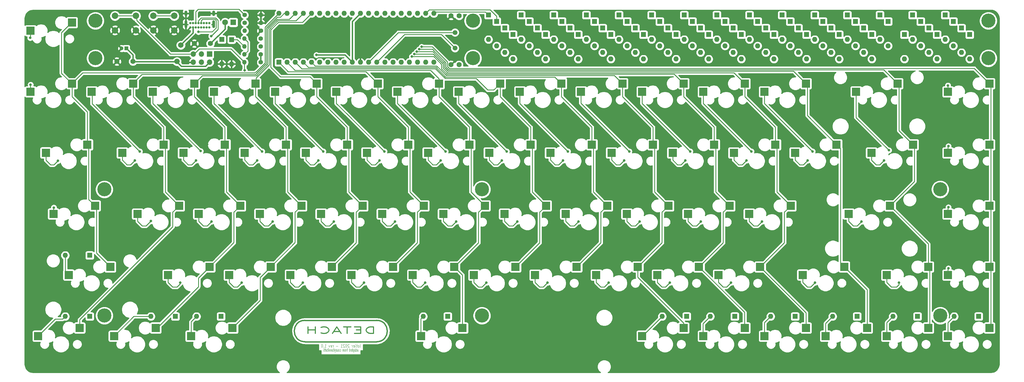
<source format=gbl>
G04 #@! TF.GenerationSoftware,KiCad,Pcbnew,(5.1.10)-1*
G04 #@! TF.CreationDate,2021-10-14T17:02:51-04:00*
G04 #@! TF.ProjectId,delight-pcb,64656c69-6768-4742-9d70-63622e6b6963,rev?*
G04 #@! TF.SameCoordinates,Original*
G04 #@! TF.FileFunction,Copper,L2,Bot*
G04 #@! TF.FilePolarity,Positive*
%FSLAX46Y46*%
G04 Gerber Fmt 4.6, Leading zero omitted, Abs format (unit mm)*
G04 Created by KiCad (PCBNEW (5.1.10)-1) date 2021-10-14 17:02:51*
%MOMM*%
%LPD*%
G01*
G04 APERTURE LIST*
%ADD10C,0.125000*%
%ADD11C,0.350000*%
G04 #@! TA.AperFunction,EtchedComponent*
%ADD12C,0.400000*%
G04 #@! TD*
G04 #@! TA.AperFunction,SMDPad,CuDef*
%ADD13R,2.550000X2.500000*%
G04 #@! TD*
G04 #@! TA.AperFunction,ComponentPad*
%ADD14C,1.710000*%
G04 #@! TD*
G04 #@! TA.AperFunction,ComponentPad*
%ADD15O,1.600000X1.600000*%
G04 #@! TD*
G04 #@! TA.AperFunction,ComponentPad*
%ADD16R,1.600000X1.600000*%
G04 #@! TD*
G04 #@! TA.AperFunction,ComponentPad*
%ADD17C,4.400000*%
G04 #@! TD*
G04 #@! TA.AperFunction,ComponentPad*
%ADD18O,1.400000X1.400000*%
G04 #@! TD*
G04 #@! TA.AperFunction,ComponentPad*
%ADD19C,1.400000*%
G04 #@! TD*
G04 #@! TA.AperFunction,ComponentPad*
%ADD20C,1.200000*%
G04 #@! TD*
G04 #@! TA.AperFunction,ComponentPad*
%ADD21R,1.200000X1.200000*%
G04 #@! TD*
G04 #@! TA.AperFunction,ComponentPad*
%ADD22C,1.600000*%
G04 #@! TD*
G04 #@! TA.AperFunction,ComponentPad*
%ADD23C,1.500000*%
G04 #@! TD*
G04 #@! TA.AperFunction,ComponentPad*
%ADD24C,1.800000*%
G04 #@! TD*
G04 #@! TA.AperFunction,ComponentPad*
%ADD25R,1.800000X1.800000*%
G04 #@! TD*
G04 #@! TA.AperFunction,ComponentPad*
%ADD26O,1.700000X1.700000*%
G04 #@! TD*
G04 #@! TA.AperFunction,ComponentPad*
%ADD27R,1.700000X1.700000*%
G04 #@! TD*
G04 #@! TA.AperFunction,ComponentPad*
%ADD28C,2.000000*%
G04 #@! TD*
G04 #@! TA.AperFunction,ComponentPad*
%ADD29O,0.900000X1.700000*%
G04 #@! TD*
G04 #@! TA.AperFunction,ComponentPad*
%ADD30O,0.900000X2.400000*%
G04 #@! TD*
G04 #@! TA.AperFunction,ComponentPad*
%ADD31C,0.700000*%
G04 #@! TD*
G04 #@! TA.AperFunction,ViaPad*
%ADD32C,0.800000*%
G04 #@! TD*
G04 #@! TA.AperFunction,Conductor*
%ADD33C,0.381000*%
G04 #@! TD*
G04 #@! TA.AperFunction,Conductor*
%ADD34C,0.250000*%
G04 #@! TD*
G04 #@! TA.AperFunction,Conductor*
%ADD35C,0.254000*%
G04 #@! TD*
G04 #@! TA.AperFunction,Conductor*
%ADD36C,0.100000*%
G04 #@! TD*
G04 APERTURE END LIST*
D10*
X169795429Y-183390590D02*
X169866858Y-183342971D01*
X169902572Y-183247733D01*
X169902572Y-182390590D01*
X169402572Y-183390590D02*
X169474001Y-183342971D01*
X169509715Y-183295352D01*
X169545429Y-183200114D01*
X169545429Y-182914400D01*
X169509715Y-182819162D01*
X169474001Y-182771543D01*
X169402572Y-182723924D01*
X169295429Y-182723924D01*
X169224001Y-182771543D01*
X169188286Y-182819162D01*
X169152572Y-182914400D01*
X169152572Y-183200114D01*
X169188286Y-183295352D01*
X169224001Y-183342971D01*
X169295429Y-183390590D01*
X169402572Y-183390590D01*
X168938286Y-182723924D02*
X168652572Y-182723924D01*
X168831144Y-182390590D02*
X168831144Y-183247733D01*
X168795429Y-183342971D01*
X168724001Y-183390590D01*
X168652572Y-183390590D01*
X168402572Y-183390590D02*
X168402572Y-182723924D01*
X168402572Y-182390590D02*
X168438286Y-182438210D01*
X168402572Y-182485829D01*
X168366858Y-182438210D01*
X168402572Y-182390590D01*
X168402572Y-182485829D01*
X167759715Y-183342971D02*
X167831144Y-183390590D01*
X167974001Y-183390590D01*
X168045429Y-183342971D01*
X168081144Y-183247733D01*
X168081144Y-182866781D01*
X168045429Y-182771543D01*
X167974001Y-182723924D01*
X167831144Y-182723924D01*
X167759715Y-182771543D01*
X167724001Y-182866781D01*
X167724001Y-182962019D01*
X168081144Y-183057257D01*
X167402572Y-183390590D02*
X167402572Y-182723924D01*
X167402572Y-182914400D02*
X167366858Y-182819162D01*
X167331144Y-182771543D01*
X167259715Y-182723924D01*
X167188286Y-182723924D01*
X166402572Y-182485829D02*
X166366858Y-182438210D01*
X166295429Y-182390590D01*
X166116858Y-182390590D01*
X166045429Y-182438210D01*
X166009715Y-182485829D01*
X165974001Y-182581067D01*
X165974001Y-182676305D01*
X166009715Y-182819162D01*
X166438286Y-183390590D01*
X165974001Y-183390590D01*
X165509715Y-182390590D02*
X165438286Y-182390590D01*
X165366858Y-182438210D01*
X165331144Y-182485829D01*
X165295429Y-182581067D01*
X165259715Y-182771543D01*
X165259715Y-183009638D01*
X165295429Y-183200114D01*
X165331144Y-183295352D01*
X165366858Y-183342971D01*
X165438286Y-183390590D01*
X165509715Y-183390590D01*
X165581144Y-183342971D01*
X165616858Y-183295352D01*
X165652572Y-183200114D01*
X165688286Y-183009638D01*
X165688286Y-182771543D01*
X165652572Y-182581067D01*
X165616858Y-182485829D01*
X165581144Y-182438210D01*
X165509715Y-182390590D01*
X164974001Y-182485829D02*
X164938286Y-182438210D01*
X164866858Y-182390590D01*
X164688286Y-182390590D01*
X164616858Y-182438210D01*
X164581144Y-182485829D01*
X164545429Y-182581067D01*
X164545429Y-182676305D01*
X164581144Y-182819162D01*
X165009715Y-183390590D01*
X164545429Y-183390590D01*
X163831144Y-183390590D02*
X164259715Y-183390590D01*
X164045429Y-183390590D02*
X164045429Y-182390590D01*
X164116858Y-182533448D01*
X164188286Y-182628686D01*
X164259715Y-182676305D01*
X162938286Y-183009638D02*
X162366858Y-183009638D01*
X161438286Y-183390590D02*
X161438286Y-182723924D01*
X161438286Y-182914400D02*
X161402572Y-182819162D01*
X161366858Y-182771543D01*
X161295429Y-182723924D01*
X161224001Y-182723924D01*
X160688286Y-183342971D02*
X160759715Y-183390590D01*
X160902572Y-183390590D01*
X160974001Y-183342971D01*
X161009715Y-183247733D01*
X161009715Y-182866781D01*
X160974001Y-182771543D01*
X160902572Y-182723924D01*
X160759715Y-182723924D01*
X160688286Y-182771543D01*
X160652572Y-182866781D01*
X160652572Y-182962019D01*
X161009715Y-183057257D01*
X160402572Y-182723924D02*
X160224001Y-183390590D01*
X160045429Y-182723924D01*
X158795429Y-183390590D02*
X159224001Y-183390590D01*
X159009715Y-183390590D02*
X159009715Y-182390590D01*
X159081144Y-182533448D01*
X159152572Y-182628686D01*
X159224001Y-182676305D01*
X158474001Y-183295352D02*
X158438286Y-183342971D01*
X158474001Y-183390590D01*
X158509715Y-183342971D01*
X158474001Y-183295352D01*
X158474001Y-183390590D01*
X157974001Y-182390590D02*
X157902572Y-182390590D01*
X157831144Y-182438210D01*
X157795429Y-182485829D01*
X157759715Y-182581067D01*
X157724001Y-182771543D01*
X157724001Y-183009638D01*
X157759715Y-183200114D01*
X157795429Y-183295352D01*
X157831144Y-183342971D01*
X157902572Y-183390590D01*
X157974001Y-183390590D01*
X158045429Y-183342971D01*
X158081144Y-183295352D01*
X158116858Y-183200114D01*
X158152572Y-183009638D01*
X158152572Y-182771543D01*
X158116858Y-182581067D01*
X158081144Y-182485829D01*
X158045429Y-182438210D01*
X157974001Y-182390590D01*
X168985905Y-184660590D02*
X168985905Y-184136781D01*
X169009715Y-184041543D01*
X169057334Y-183993924D01*
X169152572Y-183993924D01*
X169200191Y-184041543D01*
X168985905Y-184612971D02*
X169033524Y-184660590D01*
X169152572Y-184660590D01*
X169200191Y-184612971D01*
X169224001Y-184517733D01*
X169224001Y-184422495D01*
X169200191Y-184327257D01*
X169152572Y-184279638D01*
X169033524Y-184279638D01*
X168985905Y-184232019D01*
X168533524Y-184660590D02*
X168533524Y-183660590D01*
X168533524Y-184612971D02*
X168581144Y-184660590D01*
X168676382Y-184660590D01*
X168724001Y-184612971D01*
X168747810Y-184565352D01*
X168771620Y-184470114D01*
X168771620Y-184184400D01*
X168747810Y-184089162D01*
X168724001Y-184041543D01*
X168676382Y-183993924D01*
X168581144Y-183993924D01*
X168533524Y-184041543D01*
X168081144Y-184660590D02*
X168081144Y-184136781D01*
X168104953Y-184041543D01*
X168152572Y-183993924D01*
X168247810Y-183993924D01*
X168295429Y-184041543D01*
X168081144Y-184612971D02*
X168128763Y-184660590D01*
X168247810Y-184660590D01*
X168295429Y-184612971D01*
X168319239Y-184517733D01*
X168319239Y-184422495D01*
X168295429Y-184327257D01*
X168247810Y-184279638D01*
X168128763Y-184279638D01*
X168081144Y-184232019D01*
X167843048Y-183993924D02*
X167843048Y-184993924D01*
X167843048Y-184041543D02*
X167795429Y-183993924D01*
X167700191Y-183993924D01*
X167652572Y-184041543D01*
X167628763Y-184089162D01*
X167604953Y-184184400D01*
X167604953Y-184470114D01*
X167628763Y-184565352D01*
X167652572Y-184612971D01*
X167700191Y-184660590D01*
X167795429Y-184660590D01*
X167843048Y-184612971D01*
X167462096Y-183993924D02*
X167271620Y-183993924D01*
X167390667Y-183660590D02*
X167390667Y-184517733D01*
X167366858Y-184612971D01*
X167319239Y-184660590D01*
X167271620Y-184660590D01*
X166914477Y-184612971D02*
X166962096Y-184660590D01*
X167057334Y-184660590D01*
X167104953Y-184612971D01*
X167128763Y-184517733D01*
X167128763Y-184136781D01*
X167104953Y-184041543D01*
X167057334Y-183993924D01*
X166962096Y-183993924D01*
X166914477Y-184041543D01*
X166890667Y-184136781D01*
X166890667Y-184232019D01*
X167128763Y-184327257D01*
X166462096Y-184660590D02*
X166462096Y-183660590D01*
X166462096Y-184612971D02*
X166509715Y-184660590D01*
X166604953Y-184660590D01*
X166652572Y-184612971D01*
X166676382Y-184565352D01*
X166700191Y-184470114D01*
X166700191Y-184184400D01*
X166676382Y-184089162D01*
X166652572Y-184041543D01*
X166604953Y-183993924D01*
X166509715Y-183993924D01*
X166462096Y-184041543D01*
X165914477Y-183993924D02*
X165724001Y-183993924D01*
X165843048Y-184660590D02*
X165843048Y-183803448D01*
X165819239Y-183708210D01*
X165771620Y-183660590D01*
X165724001Y-183660590D01*
X165557334Y-184660590D02*
X165557334Y-183993924D01*
X165557334Y-184184400D02*
X165533524Y-184089162D01*
X165509715Y-184041543D01*
X165462096Y-183993924D01*
X165414477Y-183993924D01*
X165176382Y-184660590D02*
X165224001Y-184612971D01*
X165247810Y-184565352D01*
X165271620Y-184470114D01*
X165271620Y-184184400D01*
X165247810Y-184089162D01*
X165224001Y-184041543D01*
X165176382Y-183993924D01*
X165104953Y-183993924D01*
X165057334Y-184041543D01*
X165033524Y-184089162D01*
X165009715Y-184184400D01*
X165009715Y-184470114D01*
X165033524Y-184565352D01*
X165057334Y-184612971D01*
X165104953Y-184660590D01*
X165176382Y-184660590D01*
X164795429Y-184660590D02*
X164795429Y-183993924D01*
X164795429Y-184089162D02*
X164771620Y-184041543D01*
X164724001Y-183993924D01*
X164652572Y-183993924D01*
X164604953Y-184041543D01*
X164581144Y-184136781D01*
X164581144Y-184660590D01*
X164581144Y-184136781D02*
X164557334Y-184041543D01*
X164509715Y-183993924D01*
X164438286Y-183993924D01*
X164390667Y-184041543D01*
X164366858Y-184136781D01*
X164366858Y-184660590D01*
X163533524Y-184612971D02*
X163581144Y-184660590D01*
X163676382Y-184660590D01*
X163724001Y-184612971D01*
X163747810Y-184565352D01*
X163771620Y-184470114D01*
X163771620Y-184184400D01*
X163747810Y-184089162D01*
X163724001Y-184041543D01*
X163676382Y-183993924D01*
X163581144Y-183993924D01*
X163533524Y-184041543D01*
X163247810Y-184660590D02*
X163295429Y-184612971D01*
X163319239Y-184565352D01*
X163343048Y-184470114D01*
X163343048Y-184184400D01*
X163319239Y-184089162D01*
X163295429Y-184041543D01*
X163247810Y-183993924D01*
X163176382Y-183993924D01*
X163128763Y-184041543D01*
X163104953Y-184089162D01*
X163081144Y-184184400D01*
X163081144Y-184470114D01*
X163104953Y-184565352D01*
X163128763Y-184612971D01*
X163176382Y-184660590D01*
X163247810Y-184660590D01*
X162890667Y-184612971D02*
X162843048Y-184660590D01*
X162747810Y-184660590D01*
X162700191Y-184612971D01*
X162676382Y-184517733D01*
X162676382Y-184470114D01*
X162700191Y-184374876D01*
X162747810Y-184327257D01*
X162819239Y-184327257D01*
X162866858Y-184279638D01*
X162890667Y-184184400D01*
X162890667Y-184136781D01*
X162866858Y-184041543D01*
X162819239Y-183993924D01*
X162747810Y-183993924D01*
X162700191Y-184041543D01*
X162271620Y-184612971D02*
X162319239Y-184660590D01*
X162414477Y-184660590D01*
X162462096Y-184612971D01*
X162485905Y-184517733D01*
X162485905Y-184136781D01*
X162462096Y-184041543D01*
X162414477Y-183993924D01*
X162319239Y-183993924D01*
X162271620Y-184041543D01*
X162247810Y-184136781D01*
X162247810Y-184232019D01*
X162485905Y-184327257D01*
X162081144Y-183993924D02*
X161962096Y-184660590D01*
X161843048Y-183993924D02*
X161962096Y-184660590D01*
X162009715Y-184898686D01*
X162033524Y-184946305D01*
X162081144Y-184993924D01*
X161724001Y-183993924D02*
X161533524Y-183993924D01*
X161652572Y-184660590D02*
X161652572Y-183803448D01*
X161628763Y-183708210D01*
X161581144Y-183660590D01*
X161533524Y-183660590D01*
X161152572Y-184660590D02*
X161152572Y-184136781D01*
X161176382Y-184041543D01*
X161224001Y-183993924D01*
X161319239Y-183993924D01*
X161366858Y-184041543D01*
X161152572Y-184612971D02*
X161200191Y-184660590D01*
X161319239Y-184660590D01*
X161366858Y-184612971D01*
X161390667Y-184517733D01*
X161390667Y-184422495D01*
X161366858Y-184327257D01*
X161319239Y-184279638D01*
X161200191Y-184279638D01*
X161152572Y-184232019D01*
X160914477Y-183993924D02*
X160914477Y-184660590D01*
X160914477Y-184089162D02*
X160890667Y-184041543D01*
X160843048Y-183993924D01*
X160771620Y-183993924D01*
X160724001Y-184041543D01*
X160700191Y-184136781D01*
X160700191Y-184660590D01*
X160462096Y-183993924D02*
X160462096Y-184660590D01*
X160462096Y-184089162D02*
X160438286Y-184041543D01*
X160390667Y-183993924D01*
X160319239Y-183993924D01*
X160271620Y-184041543D01*
X160247810Y-184136781D01*
X160247810Y-184660590D01*
X160009715Y-184660590D02*
X160009715Y-183993924D01*
X160009715Y-183660590D02*
X160033524Y-183708210D01*
X160009715Y-183755829D01*
X159985905Y-183708210D01*
X160009715Y-183660590D01*
X160009715Y-183755829D01*
X159843048Y-183993924D02*
X159652572Y-183993924D01*
X159771620Y-183660590D02*
X159771620Y-184517733D01*
X159747810Y-184612971D01*
X159700191Y-184660590D01*
X159652572Y-184660590D01*
X159271620Y-183993924D02*
X159271620Y-184660590D01*
X159485905Y-183993924D02*
X159485905Y-184517733D01*
X159462096Y-184612971D01*
X159414477Y-184660590D01*
X159343048Y-184660590D01*
X159295429Y-184612971D01*
X159271620Y-184565352D01*
X159104953Y-183993924D02*
X158914477Y-183993924D01*
X159033524Y-183660590D02*
X159033524Y-184517733D01*
X159009715Y-184612971D01*
X158962096Y-184660590D01*
X158914477Y-184660590D01*
X158819239Y-183993924D02*
X158628763Y-183993924D01*
X158747810Y-183660590D02*
X158747810Y-184517733D01*
X158724001Y-184612971D01*
X158676382Y-184660590D01*
X158628763Y-184660590D01*
X158462096Y-184660590D02*
X158462096Y-183993924D01*
X158462096Y-183660590D02*
X158485905Y-183708210D01*
X158462096Y-183755829D01*
X158438286Y-183708210D01*
X158462096Y-183660590D01*
X158462096Y-183755829D01*
D11*
X174021620Y-179016971D02*
X174021620Y-177016971D01*
X173069239Y-177016971D01*
X172497810Y-177112210D01*
X172116858Y-177302686D01*
X171926382Y-177493162D01*
X171735905Y-177874114D01*
X171735905Y-178159829D01*
X171926382Y-178540781D01*
X172116858Y-178731257D01*
X172497810Y-178921733D01*
X173069239Y-179016971D01*
X174021620Y-179016971D01*
X170021620Y-177969352D02*
X168688286Y-177969352D01*
X168116858Y-179016971D02*
X170021620Y-179016971D01*
X170021620Y-177016971D01*
X168116858Y-177016971D01*
X166974001Y-177016971D02*
X164688286Y-177016971D01*
X165831144Y-179016971D02*
X165831144Y-177016971D01*
X163545429Y-178445543D02*
X161640667Y-178445543D01*
X163926382Y-179016971D02*
X162593048Y-177016971D01*
X161259715Y-179016971D01*
X157640667Y-178826495D02*
X157831144Y-178921733D01*
X158402572Y-179016971D01*
X158783524Y-179016971D01*
X159354953Y-178921733D01*
X159735905Y-178731257D01*
X159926382Y-178540781D01*
X160116858Y-178159829D01*
X160116858Y-177874114D01*
X159926382Y-177493162D01*
X159735905Y-177302686D01*
X159354953Y-177112210D01*
X158783524Y-177016971D01*
X158402572Y-177016971D01*
X157831144Y-177112210D01*
X157640667Y-177207448D01*
X155926382Y-179016971D02*
X155926382Y-177016971D01*
X155926382Y-177969352D02*
X153640667Y-177969352D01*
X153640667Y-179016971D02*
X153640667Y-177016971D01*
D12*
X174961144Y-181632210D02*
X152661144Y-181632210D01*
X174941144Y-174952210D02*
X152661144Y-174952210D01*
X174971144Y-181632210D02*
G75*
G03*
X174971144Y-174952210I0J3340000D01*
G01*
X152671144Y-174952210D02*
G75*
G03*
X152671144Y-181632210I0J-3340000D01*
G01*
D13*
X365855250Y-139223750D03*
X352928250Y-141763750D03*
X199168250Y-158273750D03*
X186241250Y-160813750D03*
X132492750Y-139223750D03*
X119565750Y-141763750D03*
X294418250Y-158273750D03*
X281491250Y-160813750D03*
X275368250Y-158273750D03*
X262441250Y-160813750D03*
X201714000Y-177320000D03*
X188787000Y-179860000D03*
X130102000Y-177320000D03*
X117175000Y-179860000D03*
X106172000Y-177320000D03*
X93245000Y-179860000D03*
X82482000Y-177320000D03*
X69555000Y-179860000D03*
X320612000Y-158250000D03*
X307685000Y-160790000D03*
X289652000Y-177320000D03*
X276725000Y-179860000D03*
X270602000Y-177320000D03*
X257675000Y-179860000D03*
X227742250Y-139223750D03*
X214815250Y-141763750D03*
X208692250Y-139223750D03*
X195765250Y-141763750D03*
X170592250Y-139223750D03*
X157665250Y-141763750D03*
X92022000Y-158270000D03*
X79095000Y-160810000D03*
X334902000Y-139230000D03*
X321975000Y-141770000D03*
X87272000Y-139220000D03*
X74345000Y-141760000D03*
X342042000Y-120190000D03*
X329115000Y-122730000D03*
X84882000Y-120170000D03*
X71955000Y-122710000D03*
X337232000Y-101130000D03*
X324305000Y-103670000D03*
X270605250Y-101123750D03*
X257678250Y-103663750D03*
X127730250Y-120173750D03*
X114803250Y-122713750D03*
X251555250Y-101123750D03*
X238628250Y-103663750D03*
X137255250Y-101123750D03*
X124328250Y-103663750D03*
X308705250Y-101123750D03*
X295778250Y-103663750D03*
X146780250Y-120173750D03*
X133853250Y-122713750D03*
X80105250Y-101123750D03*
X67178250Y-103663750D03*
X99155250Y-101123750D03*
X86228250Y-103663750D03*
X118205250Y-101123750D03*
X105278250Y-103663750D03*
X156305250Y-101123750D03*
X143378250Y-103663750D03*
X175355250Y-101123750D03*
X162428250Y-103663750D03*
X194405250Y-101123750D03*
X181478250Y-103663750D03*
X213455250Y-101123750D03*
X200528250Y-103663750D03*
X232505250Y-101123750D03*
X219578250Y-103663750D03*
X289655250Y-101123750D03*
X276728250Y-103663750D03*
X365855250Y-101123750D03*
X352928250Y-103663750D03*
X108680250Y-120173750D03*
X95753250Y-122713750D03*
X165830250Y-120173750D03*
X152903250Y-122713750D03*
X184880250Y-120173750D03*
X171953250Y-122713750D03*
X203930250Y-120173750D03*
X191003250Y-122713750D03*
X222980250Y-120173750D03*
X210053250Y-122713750D03*
X242030250Y-120173750D03*
X229103250Y-122713750D03*
X261080250Y-120173750D03*
X248153250Y-122713750D03*
X280130250Y-120173750D03*
X267203250Y-122713750D03*
X299180250Y-120173750D03*
X286253250Y-122713750D03*
X318230250Y-120173750D03*
X305303250Y-122713750D03*
X365855250Y-120173750D03*
X352928250Y-122713750D03*
X113442750Y-139223750D03*
X100515750Y-141763750D03*
X151542750Y-139223750D03*
X138615750Y-141763750D03*
X189642250Y-139223750D03*
X176715250Y-141763750D03*
X246792250Y-139223750D03*
X233865250Y-141763750D03*
X265842250Y-139223750D03*
X252915250Y-141763750D03*
X284892250Y-139223750D03*
X271965250Y-141763750D03*
X303942250Y-139223750D03*
X291015250Y-141763750D03*
X122967750Y-158273750D03*
X110040750Y-160813750D03*
X142017750Y-158273750D03*
X129090750Y-160813750D03*
X161067750Y-158273750D03*
X148140750Y-160813750D03*
X180118250Y-158273750D03*
X167191250Y-160813750D03*
X218218250Y-158273750D03*
X205291250Y-160813750D03*
X237268250Y-158273750D03*
X224341250Y-160813750D03*
X256318250Y-158273750D03*
X243391250Y-160813750D03*
X346805250Y-158273750D03*
X333878250Y-160813750D03*
X365855250Y-158273750D03*
X352928250Y-160813750D03*
X327755250Y-177320000D03*
X314828250Y-179860000D03*
X346805250Y-177320000D03*
X333878250Y-179860000D03*
X365855250Y-177320000D03*
X352928250Y-179860000D03*
X308705528Y-177320000D03*
X295778528Y-179860000D03*
X80105250Y-82072000D03*
X67178250Y-84612000D03*
D14*
X113976000Y-89134000D03*
X112776000Y-94234000D03*
D15*
X354838000Y-173736000D03*
D16*
X362458000Y-173736000D03*
D15*
X335788000Y-173736000D03*
D16*
X343408000Y-173736000D03*
D15*
X316992000Y-173736000D03*
D16*
X324612000Y-173736000D03*
D15*
X297688000Y-173736000D03*
D16*
X305308000Y-173736000D03*
D15*
X278892000Y-173736000D03*
D16*
X286512000Y-173736000D03*
D15*
X263906000Y-173736000D03*
D16*
X271526000Y-173736000D03*
D15*
X189484000Y-173736000D03*
D16*
X197104000Y-173736000D03*
D15*
X118872000Y-173736000D03*
D16*
X126492000Y-173736000D03*
D15*
X104648000Y-173736000D03*
D16*
X112268000Y-173736000D03*
D15*
X77978000Y-173736000D03*
D16*
X85598000Y-173736000D03*
D15*
X77978000Y-154686000D03*
D16*
X85598000Y-154686000D03*
D17*
X207768000Y-173482000D03*
D18*
X133816316Y-92032665D03*
D19*
X138896316Y-92032665D03*
D18*
X133816316Y-89577332D03*
D19*
X138896316Y-89577332D03*
D18*
X133816316Y-87121999D03*
D19*
X138896316Y-87121999D03*
D18*
X133858000Y-84666666D03*
D19*
X138938000Y-84666666D03*
D18*
X138938000Y-79756000D03*
D19*
X133858000Y-79756000D03*
D18*
X138938000Y-82211333D03*
D19*
X133858000Y-82211333D03*
D18*
X133816316Y-94488000D03*
D19*
X138896316Y-94488000D03*
D20*
X95528000Y-90170000D03*
D21*
X97028000Y-90170000D03*
D22*
X118190000Y-88646000D03*
X123190000Y-88646000D03*
X94060000Y-94234000D03*
X99060000Y-94234000D03*
X198140000Y-80010000D03*
X200640000Y-80010000D03*
X198140000Y-95250000D03*
X200640000Y-95250000D03*
D23*
X199390000Y-85200000D03*
X199390000Y-90080000D03*
D24*
X127762000Y-82042000D03*
D25*
X130302000Y-82042000D03*
D26*
X117856000Y-94488000D03*
X117856000Y-91948000D03*
X120396000Y-94488000D03*
X120396000Y-91948000D03*
X122936000Y-94488000D03*
D27*
X122936000Y-91948000D03*
D15*
X144526000Y-79248000D03*
X192786000Y-94488000D03*
X147066000Y-79248000D03*
X190246000Y-94488000D03*
X149606000Y-79248000D03*
X187706000Y-94488000D03*
X152146000Y-79248000D03*
X185166000Y-94488000D03*
X154686000Y-79248000D03*
X182626000Y-94488000D03*
X157226000Y-79248000D03*
X180086000Y-94488000D03*
X159766000Y-79248000D03*
X177546000Y-94488000D03*
X162306000Y-79248000D03*
X175006000Y-94488000D03*
X164846000Y-79248000D03*
X172466000Y-94488000D03*
X167386000Y-79248000D03*
X169926000Y-94488000D03*
X169926000Y-79248000D03*
X167386000Y-94488000D03*
X172466000Y-79248000D03*
X164846000Y-94488000D03*
X175006000Y-79248000D03*
X162306000Y-94488000D03*
X177546000Y-79248000D03*
X159766000Y-94488000D03*
X180086000Y-79248000D03*
X157226000Y-94488000D03*
X182626000Y-79248000D03*
X154686000Y-94488000D03*
X185166000Y-79248000D03*
X152146000Y-94488000D03*
X187706000Y-79248000D03*
X149606000Y-94488000D03*
X190246000Y-79248000D03*
X147066000Y-94488000D03*
X192786000Y-79248000D03*
D16*
X144526000Y-94488000D03*
D15*
X339344000Y-93472000D03*
D16*
X339344000Y-85852000D03*
D15*
X222504000Y-89376000D03*
D16*
X222504000Y-81756000D03*
D15*
X225044000Y-91440000D03*
D16*
X225044000Y-83820000D03*
D15*
X227584000Y-93472000D03*
D16*
X227584000Y-85852000D03*
D15*
X214884000Y-91440000D03*
D16*
X214884000Y-83820000D03*
D15*
X212344000Y-89376000D03*
D16*
X212344000Y-81756000D03*
D15*
X217424000Y-93472000D03*
D16*
X217424000Y-85852000D03*
D15*
X219964000Y-87376000D03*
D16*
X219964000Y-79756000D03*
D15*
X230124000Y-87376000D03*
D16*
X230124000Y-79756000D03*
D15*
X240284000Y-87376000D03*
D16*
X240284000Y-79756000D03*
D15*
X232664000Y-89376000D03*
D16*
X232664000Y-81756000D03*
D15*
X242824000Y-89376000D03*
D16*
X242824000Y-81756000D03*
D15*
X235204000Y-91440000D03*
D16*
X235204000Y-83820000D03*
D15*
X237744000Y-93472000D03*
D16*
X237744000Y-85852000D03*
D15*
X209804000Y-87376000D03*
D16*
X209804000Y-79756000D03*
D15*
X250444000Y-87376000D03*
D16*
X250444000Y-79756000D03*
D15*
X260604000Y-87376000D03*
D16*
X260604000Y-79756000D03*
D15*
X270764000Y-87376000D03*
D16*
X270764000Y-79756000D03*
D15*
X280924000Y-87376000D03*
D16*
X280924000Y-79756000D03*
D15*
X291084000Y-87376000D03*
D16*
X291084000Y-79756000D03*
D15*
X301282736Y-87376000D03*
D16*
X301282736Y-79756000D03*
D15*
X311404000Y-87376000D03*
D16*
X311404000Y-79756000D03*
D15*
X321564000Y-87376000D03*
D16*
X321564000Y-79756000D03*
D15*
X331724000Y-87376000D03*
D16*
X331724000Y-79756000D03*
D15*
X341884000Y-87376000D03*
D16*
X341884000Y-79756000D03*
D15*
X352044000Y-87376000D03*
D16*
X352044000Y-79756000D03*
D15*
X252984000Y-89376000D03*
D16*
X252984000Y-81756000D03*
D15*
X263144000Y-89376000D03*
D16*
X263144000Y-81756000D03*
D15*
X273304000Y-89376000D03*
D16*
X273304000Y-81756000D03*
D15*
X283464000Y-89376000D03*
D16*
X283464000Y-81756000D03*
D15*
X293624000Y-89376000D03*
D16*
X293624000Y-81756000D03*
D15*
X303784000Y-89376000D03*
D16*
X303784000Y-81756000D03*
D15*
X313944000Y-89376000D03*
D16*
X313944000Y-81756000D03*
D15*
X324104000Y-89376000D03*
D16*
X324104000Y-81756000D03*
D15*
X334264000Y-89376000D03*
D16*
X334264000Y-81756000D03*
D15*
X344424000Y-89376000D03*
D16*
X344424000Y-81756000D03*
D15*
X354584000Y-89376000D03*
D16*
X354584000Y-81756000D03*
D15*
X245364000Y-91440000D03*
D16*
X245364000Y-83820000D03*
D15*
X255524000Y-91440000D03*
D16*
X255524000Y-83820000D03*
D15*
X265684000Y-91440000D03*
D16*
X265684000Y-83820000D03*
D15*
X275844000Y-91440000D03*
D16*
X275844000Y-83820000D03*
D15*
X286004000Y-91440000D03*
D16*
X286004000Y-83820000D03*
D15*
X296164000Y-91440000D03*
D16*
X296164000Y-83820000D03*
D15*
X306324000Y-91440000D03*
D16*
X306324000Y-83820000D03*
D15*
X316484000Y-91440000D03*
D16*
X316484000Y-83820000D03*
D15*
X326644000Y-91440000D03*
D16*
X326644000Y-83820000D03*
D15*
X346964000Y-91440000D03*
D16*
X346964000Y-83820000D03*
D15*
X357124000Y-91440000D03*
D16*
X357124000Y-83820000D03*
D15*
X247904000Y-93472000D03*
D16*
X247904000Y-85852000D03*
D15*
X258064000Y-93472000D03*
D16*
X258064000Y-85852000D03*
D15*
X268224000Y-93472000D03*
D16*
X268224000Y-85852000D03*
D15*
X278384000Y-93472000D03*
D16*
X278384000Y-85852000D03*
D15*
X288544000Y-93472000D03*
D16*
X288544000Y-85852000D03*
D15*
X298704000Y-93472000D03*
D16*
X298704000Y-85852000D03*
D15*
X308864000Y-93472000D03*
D16*
X308864000Y-85852000D03*
D15*
X319024000Y-93472000D03*
D16*
X319024000Y-85852000D03*
D15*
X329184000Y-93472000D03*
D16*
X329184000Y-85852000D03*
D15*
X349504000Y-93472000D03*
D16*
X349504000Y-85852000D03*
D15*
X359664000Y-93472000D03*
D16*
X359664000Y-85852000D03*
D15*
X126746000Y-94996000D03*
D16*
X126746000Y-87376000D03*
D15*
X129794000Y-95006196D03*
D16*
X129794000Y-87386196D03*
D28*
X111910000Y-80006000D03*
X111910000Y-84506000D03*
X105410000Y-80006000D03*
X105410000Y-84506000D03*
X99972000Y-80010000D03*
X99972000Y-84510000D03*
X93472000Y-80010000D03*
X93472000Y-84510000D03*
D29*
X115552000Y-79220000D03*
X124202000Y-79220000D03*
D30*
X115552000Y-82600000D03*
X124202000Y-82600000D03*
D31*
X119452000Y-82230000D03*
X116902000Y-82230000D03*
X117752000Y-82230000D03*
X118602000Y-82230000D03*
X122852000Y-82230000D03*
X121152000Y-82230000D03*
X120302000Y-82230000D03*
X122002000Y-82230000D03*
X116902000Y-83580000D03*
X117752000Y-83580000D03*
X118602000Y-83580000D03*
X119452000Y-83580000D03*
X120302000Y-83580000D03*
X121152000Y-83580000D03*
X122002000Y-83580000D03*
X122852000Y-83580000D03*
D17*
X365506000Y-93218000D03*
X365506000Y-81534000D03*
X204978000Y-93218000D03*
X87376000Y-81534000D03*
X87376000Y-93218000D03*
X204978000Y-81534000D03*
X90170000Y-134112000D03*
X207768000Y-134112000D03*
X350520000Y-134112000D03*
X350520000Y-173482000D03*
X90170000Y-173482000D03*
D32*
X319024000Y-89916000D03*
X288544000Y-89916000D03*
X217424000Y-89916000D03*
X227584000Y-89916000D03*
X365582309Y-84836000D03*
X298704000Y-89916000D03*
X258064000Y-89916000D03*
X308864000Y-89916000D03*
X278384000Y-89916000D03*
X268224000Y-89916000D03*
X247904000Y-89916000D03*
X237744000Y-89916000D03*
X329184000Y-89916000D03*
X339344000Y-89916000D03*
X349504000Y-89916000D03*
X122174000Y-120142000D03*
X293370000Y-120142000D03*
X274320000Y-120142000D03*
X140970000Y-120142000D03*
X160020000Y-120142000D03*
X179070000Y-120142000D03*
X198120000Y-120142000D03*
X217170000Y-120142000D03*
X236220000Y-120142000D03*
X255270000Y-120142000D03*
X204470000Y-106680000D03*
X223520000Y-106680000D03*
X242570000Y-106680000D03*
X261620000Y-106680000D03*
X280670000Y-106680000D03*
X101181782Y-122263740D03*
X120142004Y-122174004D03*
X139281749Y-122263749D03*
X158331789Y-122263755D03*
X177381698Y-122263726D03*
X196431731Y-122263731D03*
X215481740Y-122263739D03*
X234531740Y-122263726D03*
X253656260Y-122263740D03*
X272631739Y-122263737D03*
X291681743Y-122263743D03*
X310731738Y-122263738D03*
X334518000Y-121920000D03*
X352928250Y-101722250D03*
X67190626Y-101465374D03*
X99694001Y-125094001D03*
X118744001Y-125094001D03*
X137794001Y-125094001D03*
X156844001Y-125094001D03*
X175894001Y-125094001D03*
X194944001Y-125094001D03*
X213994001Y-125094001D03*
X233044001Y-125094001D03*
X252094001Y-125094001D03*
X271144001Y-125094001D03*
X290194001Y-125094001D03*
X309244001Y-125094001D03*
X332994004Y-125094001D03*
X353060000Y-120650000D03*
X75691001Y-125221001D03*
X104647011Y-144017001D03*
X123570001Y-144144001D03*
X142620001Y-144144001D03*
X161670001Y-144144001D03*
X180720001Y-144144001D03*
X199770001Y-144144001D03*
X218820001Y-144144001D03*
X237870001Y-144144001D03*
X256920001Y-144144001D03*
X275970001Y-144144001D03*
X295020001Y-144144001D03*
X326007998Y-144143998D03*
X353060000Y-139700000D03*
X74422000Y-139806070D03*
X113792000Y-163194001D03*
X132968001Y-163194001D03*
X152018001Y-163194001D03*
X171068001Y-163194001D03*
X190118001Y-163194001D03*
X209168001Y-163194001D03*
X228218001Y-163194001D03*
X247268001Y-163194001D03*
X266318001Y-163194001D03*
X285368001Y-163194001D03*
X311530001Y-163194001D03*
X337692001Y-163194001D03*
X353060000Y-158750000D03*
X185928000Y-92709984D03*
X186690000Y-91948000D03*
X187451984Y-91186000D03*
X188214000Y-90424000D03*
X188976000Y-89662000D03*
X133857960Y-97028000D03*
X156210000Y-92202000D03*
X119463000Y-85007008D03*
X67056000Y-86868000D03*
X123444000Y-86360000D03*
D33*
X117752000Y-85286000D02*
X113884000Y-89154000D01*
X117752000Y-83580000D02*
X117752000Y-85286000D01*
D34*
X192786000Y-79248000D02*
X193279001Y-78754999D01*
X208802999Y-78754999D02*
X209804000Y-79756000D01*
X193279001Y-78754999D02*
X208802999Y-78754999D01*
X86360000Y-103632000D02*
X86360000Y-107441958D01*
X86360000Y-107441958D02*
X100781783Y-121863741D01*
X100781783Y-121863741D02*
X101181782Y-122263740D01*
X105278250Y-107310250D02*
X120142004Y-122174004D01*
X105278250Y-103663750D02*
X105278250Y-107310250D01*
X124328250Y-107310250D02*
X128016000Y-110998000D01*
X124328250Y-103663750D02*
X124328250Y-107310250D01*
X127603250Y-110585250D02*
X128016000Y-110998000D01*
X128016000Y-110998000D02*
X139281749Y-122263749D01*
X143378250Y-107310216D02*
X158331789Y-122263755D01*
X143378250Y-103663750D02*
X143378250Y-107310216D01*
X162428250Y-107310268D02*
X162428250Y-103663750D01*
X165861991Y-110744009D02*
X162428250Y-107310268D01*
X165703250Y-110585268D02*
X165861991Y-110744009D01*
X177381708Y-122263726D02*
X177381698Y-122263726D01*
X165861991Y-110744009D02*
X177381708Y-122263726D01*
X181478250Y-103663750D02*
X181478250Y-107310250D01*
X181478250Y-107310250D02*
X196431731Y-122263731D01*
X200528250Y-103663750D02*
X200528250Y-107310249D01*
X200528250Y-107310249D02*
X215481740Y-122263739D01*
X219578250Y-103663750D02*
X219578250Y-107310236D01*
X219578250Y-107310236D02*
X234531740Y-122263726D01*
X238628250Y-103663750D02*
X238628250Y-107235730D01*
X253188331Y-121919998D02*
X253188333Y-121920000D01*
X238628250Y-107235730D02*
X253656260Y-122263740D01*
X257678250Y-103663750D02*
X257678250Y-107310248D01*
X257678250Y-107310248D02*
X272631739Y-122263737D01*
X276728250Y-107310250D02*
X291681743Y-122263743D01*
X276728250Y-103663750D02*
X276728250Y-107310250D01*
X295778250Y-103663750D02*
X295778250Y-107310250D01*
X295778250Y-107310250D02*
X310731738Y-122263738D01*
X324305000Y-111707000D02*
X324305000Y-103670000D01*
X334518000Y-121920000D02*
X324305000Y-111707000D01*
X352928250Y-101722250D02*
X352928250Y-101722250D01*
X352928250Y-103663750D02*
X352928250Y-101722250D01*
X67178250Y-101477750D02*
X67178250Y-103663750D01*
X67190626Y-101465374D02*
X67190626Y-101465374D01*
X67190626Y-101465374D02*
X67178250Y-101477750D01*
X190246000Y-79248000D02*
X191371001Y-78122999D01*
X191371001Y-78122999D02*
X210329999Y-78122999D01*
X210329999Y-78122999D02*
X212344000Y-80137000D01*
X212344000Y-80137000D02*
X212344000Y-81756000D01*
X95753250Y-124963250D02*
X95758000Y-124968000D01*
X98334251Y-126453751D02*
X97243751Y-126453751D01*
X99694001Y-125094001D02*
X98334251Y-126453751D01*
X97243751Y-126453751D02*
X95758000Y-124968000D01*
X95758000Y-124968000D02*
X95758000Y-122718500D01*
X116293751Y-126453751D02*
X114808000Y-124968000D01*
X117384251Y-126453751D02*
X116293751Y-126453751D01*
X118744001Y-125094001D02*
X117384251Y-126453751D01*
X114808000Y-122718500D02*
X114803250Y-122713750D01*
X114808000Y-124968000D02*
X114808000Y-122718500D01*
X134658249Y-125768249D02*
X133858000Y-124968000D01*
X134658249Y-125829751D02*
X134658249Y-125768249D01*
X135282249Y-126453751D02*
X134658249Y-125829751D01*
X136436249Y-126453751D02*
X135282249Y-126453751D01*
X133858000Y-124968000D02*
X133858000Y-122718500D01*
X137794001Y-125095999D02*
X136436249Y-126453751D01*
X137794001Y-125094001D02*
X137794001Y-125095999D01*
X152908000Y-124968000D02*
X152908000Y-122718500D01*
X154393751Y-126453751D02*
X152908000Y-124968000D01*
X155484251Y-126453751D02*
X154393751Y-126453751D01*
X156844001Y-125094001D02*
X155484251Y-126453751D01*
X175894001Y-125094001D02*
X175894001Y-125095999D01*
X175894001Y-125095999D02*
X174536249Y-126453751D01*
X174536249Y-126453751D02*
X173443751Y-126453751D01*
X173443751Y-126453751D02*
X171958000Y-124968000D01*
X171958000Y-124968000D02*
X171958000Y-122718500D01*
X194944001Y-125094001D02*
X193584251Y-126453751D01*
X192493751Y-126453751D02*
X191008000Y-124968000D01*
X193584251Y-126453751D02*
X192493751Y-126453751D01*
X191008000Y-124968000D02*
X191008000Y-122718500D01*
X213994001Y-125094001D02*
X212634251Y-126453751D01*
X211543751Y-126453751D02*
X210058000Y-124968000D01*
X212634251Y-126453751D02*
X211543751Y-126453751D01*
X210058000Y-124968000D02*
X210058000Y-122718500D01*
X233044001Y-125094001D02*
X231684251Y-126453751D01*
X230593751Y-126453751D02*
X229108000Y-124968000D01*
X231684251Y-126453751D02*
X230593751Y-126453751D01*
X229108000Y-124968000D02*
X229108000Y-122718500D01*
X252094001Y-125094001D02*
X250734251Y-126453751D01*
X248158000Y-124968000D02*
X248158000Y-122718500D01*
X250734251Y-126453751D02*
X249643751Y-126453751D01*
X249643751Y-126453751D02*
X248158000Y-124968000D01*
X271144001Y-125094001D02*
X269784251Y-126453751D01*
X268693751Y-126453751D02*
X267208000Y-124968000D01*
X269784251Y-126453751D02*
X268693751Y-126453751D01*
X267208000Y-124968000D02*
X267208000Y-122718500D01*
X286258000Y-124968000D02*
X286258000Y-122718500D01*
X287743751Y-126453751D02*
X286258000Y-124968000D01*
X288834251Y-126453751D02*
X287743751Y-126453751D01*
X290194001Y-125094001D02*
X288834251Y-126453751D01*
X309244001Y-125094001D02*
X307884251Y-126453751D01*
X305308000Y-124968000D02*
X305308000Y-122718500D01*
X307884251Y-126453751D02*
X306793751Y-126453751D01*
X306793751Y-126453751D02*
X305308000Y-124968000D01*
X329115000Y-122730000D02*
X329115000Y-125041002D01*
X329115000Y-125041002D02*
X330543999Y-126470001D01*
X330543999Y-126470001D02*
X331618004Y-126470001D01*
X331618004Y-126470001D02*
X332994004Y-125094001D01*
X352928250Y-122713750D02*
X352928250Y-120781750D01*
X352928250Y-120781750D02*
X353060000Y-120650000D01*
X71882000Y-122682000D02*
X71877250Y-122686750D01*
X73383999Y-126450001D02*
X74462001Y-126450001D01*
X71955000Y-125021002D02*
X73383999Y-126450001D01*
X71955000Y-122710000D02*
X71955000Y-125021002D01*
X74462001Y-126450001D02*
X75691001Y-125221001D01*
X100584000Y-141732000D02*
X100584000Y-141768500D01*
X100515750Y-141763750D02*
X100515750Y-144074752D01*
X100515750Y-144074752D02*
X101944749Y-145503751D01*
X101944749Y-145503751D02*
X103160261Y-145503751D01*
X103160261Y-145503751D02*
X104647011Y-144017001D01*
X119565750Y-144074752D02*
X119565750Y-141763750D01*
X120994749Y-145503751D02*
X119565750Y-144074752D01*
X122210251Y-145503751D02*
X120994749Y-145503751D01*
X123570001Y-144144001D02*
X122210251Y-145503751D01*
X138615750Y-144074752D02*
X138615750Y-141763750D01*
X140044749Y-145503751D02*
X138615750Y-144074752D01*
X141260251Y-145503751D02*
X140044749Y-145503751D01*
X142620001Y-144144001D02*
X141260251Y-145503751D01*
X161670001Y-144144001D02*
X160310251Y-145503751D01*
X160310251Y-145503751D02*
X159094249Y-145503751D01*
X159094249Y-145503751D02*
X157665250Y-144074752D01*
X157665250Y-144074752D02*
X157665250Y-141763750D01*
X176715250Y-141763750D02*
X176715250Y-144074752D01*
X176715250Y-144074752D02*
X178144249Y-145503751D01*
X178144249Y-145503751D02*
X179360251Y-145503751D01*
X179360251Y-145503751D02*
X180720001Y-144144001D01*
X198410251Y-145503751D02*
X199770001Y-144144001D01*
X197194249Y-145503751D02*
X198410251Y-145503751D01*
X195765250Y-144074752D02*
X197194249Y-145503751D01*
X195765250Y-141763750D02*
X195765250Y-144074752D01*
X214815250Y-144074752D02*
X214815250Y-141763750D01*
X216244249Y-145503751D02*
X214815250Y-144074752D01*
X217460251Y-145503751D02*
X216244249Y-145503751D01*
X218820001Y-144144001D02*
X217460251Y-145503751D01*
X233865250Y-141763750D02*
X233865250Y-144074752D01*
X233865250Y-144074752D02*
X235294249Y-145503751D01*
X235294249Y-145503751D02*
X236510251Y-145503751D01*
X236510251Y-145503751D02*
X237870001Y-144144001D01*
X252915250Y-141763750D02*
X252915250Y-144074752D01*
X252915250Y-144074752D02*
X254344249Y-145503751D01*
X254344249Y-145503751D02*
X255560251Y-145503751D01*
X255560251Y-145503751D02*
X256920001Y-144144001D01*
X273394249Y-145503751D02*
X274610251Y-145503751D01*
X274610251Y-145503751D02*
X275970001Y-144144001D01*
X271965250Y-144074752D02*
X273394249Y-145503751D01*
X271965250Y-141763750D02*
X271965250Y-144074752D01*
X293660251Y-145503751D02*
X295020001Y-144144001D01*
X292444249Y-145503751D02*
X293660251Y-145503751D01*
X291015250Y-144074752D02*
X292444249Y-145503751D01*
X291015250Y-141763750D02*
X291015250Y-144074752D01*
X322072000Y-141986000D02*
X322072000Y-141768500D01*
X324641995Y-145510001D02*
X326007998Y-144143998D01*
X321975000Y-144081002D02*
X323403999Y-145510001D01*
X323403999Y-145510001D02*
X324641995Y-145510001D01*
X321975000Y-141770000D02*
X321975000Y-144081002D01*
X352928250Y-139831750D02*
X353060000Y-139700000D01*
X352928250Y-141763750D02*
X352928250Y-139831750D01*
X74345000Y-141760000D02*
X74345000Y-139883070D01*
X74345000Y-139883070D02*
X74422000Y-139806070D01*
X113792000Y-163576000D02*
X113792000Y-163194001D01*
X112814249Y-164553751D02*
X113792000Y-163576000D01*
X111469749Y-164553751D02*
X112814249Y-164553751D01*
X110040750Y-163124752D02*
X111469749Y-164553751D01*
X110040750Y-160813750D02*
X110040750Y-163124752D01*
X129090750Y-163124752D02*
X129090750Y-160813750D01*
X130519749Y-164553751D02*
X129090750Y-163124752D01*
X131608251Y-164553751D02*
X130519749Y-164553751D01*
X132968001Y-163194001D02*
X131608251Y-164553751D01*
X152018001Y-163194001D02*
X150658251Y-164553751D01*
X150658251Y-164553751D02*
X149569749Y-164553751D01*
X149569749Y-164553751D02*
X148140750Y-163124752D01*
X148140750Y-163124752D02*
X148140750Y-160813750D01*
X171068001Y-163194001D02*
X169708251Y-164553751D01*
X168620249Y-164553751D02*
X167191250Y-163124752D01*
X169708251Y-164553751D02*
X168620249Y-164553751D01*
X167191250Y-163124752D02*
X167191250Y-160813750D01*
X190118001Y-163194001D02*
X188758251Y-164553751D01*
X188758251Y-164553751D02*
X187670249Y-164553751D01*
X187670249Y-164553751D02*
X186241250Y-163124752D01*
X186241250Y-163124752D02*
X186241250Y-160813750D01*
X205291250Y-163124752D02*
X205291250Y-160813750D01*
X206720249Y-164553751D02*
X205291250Y-163124752D01*
X207808251Y-164553751D02*
X206720249Y-164553751D01*
X209168001Y-163194001D02*
X207808251Y-164553751D01*
X224341250Y-163124752D02*
X224341250Y-160813750D01*
X225770249Y-164553751D02*
X224341250Y-163124752D01*
X226858251Y-164553751D02*
X225770249Y-164553751D01*
X228218001Y-163194001D02*
X226858251Y-164553751D01*
X243391250Y-163124752D02*
X243391250Y-160813750D01*
X244820249Y-164553751D02*
X243391250Y-163124752D01*
X245908251Y-164553751D02*
X244820249Y-164553751D01*
X247268001Y-163194001D02*
X245908251Y-164553751D01*
X262441250Y-163124752D02*
X262441250Y-160813750D01*
X263870249Y-164553751D02*
X262441250Y-163124752D01*
X264958251Y-164553751D02*
X263870249Y-164553751D01*
X266318001Y-163194001D02*
X264958251Y-164553751D01*
X281491250Y-163124752D02*
X281491250Y-160813750D01*
X282920249Y-164553751D02*
X281491250Y-163124752D01*
X284008251Y-164553751D02*
X282920249Y-164553751D01*
X285368001Y-163194001D02*
X284008251Y-164553751D01*
X311530001Y-163194001D02*
X310194001Y-164530001D01*
X310194001Y-164530001D02*
X309113999Y-164530001D01*
X309113999Y-164530001D02*
X307685000Y-163101002D01*
X307685000Y-163101002D02*
X307685000Y-160790000D01*
X333878250Y-163124752D02*
X333878250Y-160813750D01*
X335307249Y-164553751D02*
X333878250Y-163124752D01*
X336897936Y-164553751D02*
X335307249Y-164553751D01*
X337692001Y-163759686D02*
X336897936Y-164553751D01*
X337692001Y-163194001D02*
X337692001Y-163759686D01*
X352928250Y-158881750D02*
X353060000Y-158750000D01*
X352928250Y-160813750D02*
X352928250Y-158881750D01*
X79980000Y-82072000D02*
X80105250Y-82072000D01*
X76803250Y-85248750D02*
X79980000Y-82072000D01*
X76803250Y-97885250D02*
X76803250Y-85248750D01*
X80010000Y-101092000D02*
X76803250Y-97885250D01*
X80105250Y-101187250D02*
X80105250Y-101123750D01*
X137028767Y-97790000D02*
X137362800Y-97455967D01*
X140208000Y-83566000D02*
X144526000Y-79248000D01*
X83439000Y-97790000D02*
X137028767Y-97790000D01*
X80137000Y-101092000D02*
X83439000Y-97790000D01*
X137362800Y-97455967D02*
X137445350Y-97455967D01*
X137445350Y-97455967D02*
X140208000Y-94693317D01*
X140208000Y-94693317D02*
X140208000Y-83566000D01*
X84882000Y-109966498D02*
X84882000Y-120170000D01*
X80105250Y-105189748D02*
X84882000Y-109966498D01*
X80105250Y-101123750D02*
X80105250Y-105189748D01*
X85320001Y-137268001D02*
X87272000Y-139220000D01*
X85320001Y-120608001D02*
X85320001Y-137268001D01*
X84882000Y-120170000D02*
X85320001Y-120608001D01*
X87710001Y-153958001D02*
X92022000Y-158270000D01*
X87710001Y-139658001D02*
X87710001Y-153958001D01*
X87272000Y-139220000D02*
X87710001Y-139658001D01*
X144037409Y-80373001D02*
X145066001Y-80373001D01*
X146191002Y-79248000D02*
X147066000Y-79248000D01*
X101911991Y-98240009D02*
X137297718Y-98240009D01*
X140658012Y-83752398D02*
X144037409Y-80373001D01*
X137297718Y-98240009D02*
X140658010Y-94879717D01*
X145066001Y-80373001D02*
X146191002Y-79248000D01*
X140658010Y-94879717D02*
X140658012Y-83752398D01*
X99822000Y-100330000D02*
X101911991Y-98240009D01*
X108902500Y-120396000D02*
X108680250Y-120173750D01*
X108966000Y-120396000D02*
X108902500Y-120396000D01*
X108680250Y-114714748D02*
X108680250Y-117856000D01*
X99155250Y-105189748D02*
X108680250Y-114714748D01*
X99155250Y-101123750D02*
X99155250Y-105189748D01*
X108680250Y-117856000D02*
X108680250Y-120173750D01*
X109118251Y-134899251D02*
X113442750Y-139223750D01*
X109118251Y-120611751D02*
X109118251Y-134899251D01*
X108680250Y-120173750D02*
X109118251Y-120611751D01*
X82482000Y-174737522D02*
X82482000Y-177320000D01*
X111480749Y-145738773D02*
X82482000Y-174737522D01*
X111480749Y-141185751D02*
X111480749Y-145738773D01*
X113442750Y-139223750D02*
X111480749Y-141185751D01*
X118205250Y-101123750D02*
X118643251Y-101561751D01*
X143962831Y-81083988D02*
X147770012Y-81083988D01*
X118205250Y-101123750D02*
X120638979Y-98690021D01*
X120638979Y-98690021D02*
X137484116Y-98690021D01*
X137484116Y-98690021D02*
X141108021Y-95066116D01*
X141108021Y-83938797D02*
X143962831Y-81083988D01*
X147770012Y-81083988D02*
X149606000Y-79248000D01*
X141108021Y-95066116D02*
X141108021Y-83938797D01*
X127730250Y-114714748D02*
X127730250Y-120173750D01*
X118205250Y-105189748D02*
X127730250Y-114714748D01*
X118205250Y-101123750D02*
X118205250Y-105189748D01*
X128168251Y-134899251D02*
X132492750Y-139223750D01*
X128168251Y-120611751D02*
X128168251Y-134899251D01*
X127730250Y-120173750D02*
X128168251Y-120611751D01*
X130530749Y-150710751D02*
X122967750Y-158273750D01*
X130530749Y-141185751D02*
X130530749Y-150710751D01*
X132492750Y-139223750D02*
X130530749Y-141185751D01*
X119450751Y-164469751D02*
X106600502Y-177320000D01*
X119450751Y-161790749D02*
X119450751Y-164469751D01*
X106600502Y-177320000D02*
X106172000Y-177320000D01*
X122967750Y-158273750D02*
X119450751Y-161790749D01*
X137414000Y-99396547D02*
X137414000Y-100965000D01*
X141558030Y-95252517D02*
X137414000Y-99396547D01*
X141558032Y-93518968D02*
X141558030Y-95252517D01*
X141558032Y-84125197D02*
X141558032Y-93518968D01*
X144149231Y-81533999D02*
X141558032Y-84125197D01*
X137414000Y-100965000D02*
X137255250Y-101123750D01*
X149860001Y-81533999D02*
X144149231Y-81533999D01*
X152146000Y-79248000D02*
X149860001Y-81533999D01*
X146780250Y-114714748D02*
X146780250Y-120173750D01*
X137255250Y-105189748D02*
X146780250Y-114714748D01*
X137255250Y-101123750D02*
X137255250Y-105189748D01*
X147218251Y-134899251D02*
X151542750Y-139223750D01*
X147218251Y-120611751D02*
X147218251Y-134899251D01*
X146780250Y-120173750D02*
X147218251Y-120611751D01*
X149580749Y-150710751D02*
X142017750Y-158273750D01*
X149580749Y-141185751D02*
X149580749Y-150710751D01*
X151542750Y-139223750D02*
X149580749Y-141185751D01*
X138684000Y-161607500D02*
X138684000Y-168738000D01*
X138684000Y-168738000D02*
X130102000Y-177320000D01*
X142017750Y-158273750D02*
X138684000Y-161607500D01*
X165830250Y-114714748D02*
X165830250Y-120173750D01*
X156305250Y-105189748D02*
X165830250Y-114714748D01*
X156305250Y-101123750D02*
X156305250Y-105189748D01*
X166268251Y-134899751D02*
X170592250Y-139223750D01*
X166268251Y-120611751D02*
X166268251Y-134899751D01*
X165830250Y-120173750D02*
X166268251Y-120611751D01*
X168630249Y-150711251D02*
X161067750Y-158273750D01*
X168630249Y-141185751D02*
X168630249Y-150711251D01*
X170592250Y-139223750D02*
X168630249Y-141185751D01*
X154241500Y-99060000D02*
X156305250Y-101123750D01*
X142008043Y-96034043D02*
X145034000Y-99060000D01*
X142008043Y-84311597D02*
X142008043Y-96034043D01*
X144335630Y-81984010D02*
X142008043Y-84311597D01*
X145034000Y-99060000D02*
X154241500Y-99060000D01*
X151949990Y-81984010D02*
X144335630Y-81984010D01*
X154686000Y-79248000D02*
X151949990Y-81984010D01*
X184880250Y-114714748D02*
X184880250Y-120173750D01*
X175355250Y-105189748D02*
X184880250Y-114714748D01*
X175355250Y-101123750D02*
X175355250Y-105189748D01*
X185318251Y-134899751D02*
X189642250Y-139223750D01*
X185318251Y-120611751D02*
X185318251Y-134899751D01*
X184880250Y-120173750D02*
X185318251Y-120611751D01*
X187680249Y-150711751D02*
X180118250Y-158273750D01*
X187680249Y-141185751D02*
X187680249Y-150711751D01*
X189642250Y-139223750D02*
X187680249Y-141185751D01*
X147458020Y-97420020D02*
X144526000Y-94488000D01*
X171651520Y-97420020D02*
X147458020Y-97420020D01*
X175355250Y-101123750D02*
X171651520Y-97420020D01*
X203930250Y-114714748D02*
X203930250Y-120173750D01*
X194405250Y-105189748D02*
X203930250Y-114714748D01*
X194405250Y-101123750D02*
X194405250Y-105189748D01*
X204368251Y-120611751D02*
X204368251Y-134899751D01*
X204368251Y-134899751D02*
X208692250Y-139223750D01*
X203930250Y-120173750D02*
X204368251Y-120611751D01*
X206730249Y-150711751D02*
X199168250Y-158273750D01*
X206730249Y-141185751D02*
X206730249Y-150711751D01*
X208692250Y-139223750D02*
X206730249Y-141185751D01*
X201714000Y-160819500D02*
X201714000Y-177320000D01*
X199168250Y-158273750D02*
X201714000Y-160819500D01*
X194405250Y-99623750D02*
X194405250Y-101123750D01*
X149548009Y-96970009D02*
X191751509Y-96970009D01*
X191751509Y-96970009D02*
X194405250Y-99623750D01*
X147066000Y-94488000D02*
X149548009Y-96970009D01*
X222980250Y-114714748D02*
X222980250Y-120173750D01*
X213455250Y-105189748D02*
X222980250Y-114714748D01*
X213455250Y-101123750D02*
X213455250Y-105189748D01*
X223418251Y-134899751D02*
X227742250Y-139223750D01*
X223418251Y-120611751D02*
X223418251Y-134899751D01*
X222980250Y-120173750D02*
X223418251Y-120611751D01*
X225780249Y-150711751D02*
X218218250Y-158273750D01*
X225780249Y-141185751D02*
X225780249Y-150711751D01*
X227742250Y-139223750D02*
X225780249Y-141185751D01*
X211455000Y-103124000D02*
X213455250Y-101123750D01*
X205994000Y-99568000D02*
X209550000Y-103124000D01*
X196338127Y-99568000D02*
X205994000Y-99568000D01*
X193290127Y-96520000D02*
X196338127Y-99568000D01*
X209550000Y-103124000D02*
X211455000Y-103124000D01*
X151638000Y-96520000D02*
X193290127Y-96520000D01*
X149606000Y-94488000D02*
X151638000Y-96520000D01*
X242030250Y-114714748D02*
X242030250Y-120173750D01*
X232505250Y-105189748D02*
X242030250Y-114714748D01*
X232505250Y-101123750D02*
X232505250Y-105189748D01*
X242468251Y-120611751D02*
X242468251Y-134899751D01*
X242468251Y-134899751D02*
X246792250Y-139223750D01*
X242030250Y-120173750D02*
X242468251Y-120611751D01*
X244830249Y-150711751D02*
X237268250Y-158273750D01*
X244830249Y-141185751D02*
X244830249Y-150711751D01*
X246792250Y-139223750D02*
X244830249Y-141185751D01*
X230456560Y-99075060D02*
X232505250Y-101123750D01*
X193476527Y-96069989D02*
X196481595Y-99075058D01*
X196481595Y-99075058D02*
X230456560Y-99075060D01*
X153727989Y-96069989D02*
X193476527Y-96069989D01*
X152146000Y-94488000D02*
X153727989Y-96069989D01*
X261080250Y-114714748D02*
X261080250Y-120173750D01*
X251555250Y-105189748D02*
X261080250Y-114714748D01*
X251555250Y-101123750D02*
X251555250Y-105189748D01*
X261518251Y-134899751D02*
X265842250Y-139223750D01*
X261518251Y-120611751D02*
X261518251Y-134899751D01*
X261080250Y-120173750D02*
X261518251Y-120611751D01*
X263880249Y-150711751D02*
X256318250Y-158273750D01*
X263880249Y-141185751D02*
X263880249Y-150711751D01*
X265842250Y-139223750D02*
X263880249Y-141185751D01*
X270602000Y-175820000D02*
X270602000Y-177320000D01*
X256318250Y-161536250D02*
X270602000Y-175820000D01*
X256318250Y-158273750D02*
X256318250Y-161536250D01*
X249056550Y-98625050D02*
X251555250Y-101123750D01*
X154686000Y-94488000D02*
X155817978Y-95619978D01*
X196667995Y-98625048D02*
X249056550Y-98625050D01*
X193662927Y-95619978D02*
X196667995Y-98625048D01*
X155817978Y-95619978D02*
X193662927Y-95619978D01*
X267656540Y-98175040D02*
X270605250Y-101123750D01*
X196854397Y-98175040D02*
X267656540Y-98175040D01*
X195214956Y-95138956D02*
X195214957Y-96535601D01*
X195214957Y-96535601D02*
X196854397Y-98175040D01*
X192785984Y-92709984D02*
X195214956Y-95138956D01*
X185928000Y-92709984D02*
X192785984Y-92709984D01*
X280130250Y-114714748D02*
X280130250Y-120173750D01*
X270605250Y-105189748D02*
X280130250Y-114714748D01*
X270605250Y-101123750D02*
X270605250Y-105189748D01*
X280568251Y-134899751D02*
X284892250Y-139223750D01*
X280568251Y-120611751D02*
X280568251Y-134899751D01*
X280130250Y-120173750D02*
X280568251Y-120611751D01*
X282930249Y-150711751D02*
X275368250Y-158273750D01*
X282930249Y-141185751D02*
X282930249Y-150711751D01*
X284892250Y-139223750D02*
X282930249Y-141185751D01*
X275368250Y-158273750D02*
X289560000Y-172465500D01*
X289560000Y-177228000D02*
X289652000Y-177320000D01*
X289560000Y-172465500D02*
X289560000Y-177228000D01*
X192660410Y-91948000D02*
X186690000Y-91948000D01*
X195664968Y-94952558D02*
X192660410Y-91948000D01*
X195664968Y-96349201D02*
X195664968Y-94952558D01*
X197040797Y-97725029D02*
X195664968Y-96349201D01*
X286256529Y-97725029D02*
X289655250Y-101123750D01*
X282766971Y-97725029D02*
X286256529Y-97725029D01*
X282954529Y-97725029D02*
X282766971Y-97725029D01*
X282766971Y-97725029D02*
X197040797Y-97725029D01*
X289655250Y-105189748D02*
X299180250Y-114714748D01*
X299180250Y-114714748D02*
X299180250Y-120173750D01*
X289655250Y-101123750D02*
X289655250Y-105189748D01*
X299618251Y-134899751D02*
X303942250Y-139223750D01*
X299618251Y-120611751D02*
X299618251Y-134899751D01*
X299180250Y-120173750D02*
X299618251Y-120611751D01*
X301980249Y-150711751D02*
X294418250Y-158273750D01*
X301980249Y-141185751D02*
X301980249Y-150711751D01*
X303942250Y-139223750D02*
X301980249Y-141185751D01*
X294418250Y-158273750D02*
X294418250Y-158274250D01*
X308705528Y-172561528D02*
X308705528Y-177320000D01*
X294418250Y-158274250D02*
X308705528Y-172561528D01*
X304856519Y-97275019D02*
X308705250Y-101123750D01*
X197227197Y-97275019D02*
X304856519Y-97275019D01*
X196114978Y-96162801D02*
X197227197Y-97275019D01*
X196114978Y-94766158D02*
X196114978Y-96162801D01*
X192534820Y-91186000D02*
X196114978Y-94766158D01*
X187451984Y-91186000D02*
X192534820Y-91186000D01*
X309143251Y-111086751D02*
X318230250Y-120173750D01*
X309143251Y-101561751D02*
X309143251Y-111086751D01*
X308705250Y-101123750D02*
X309143251Y-101561751D01*
X319440901Y-157078901D02*
X320612000Y-158250000D01*
X319440901Y-121384401D02*
X319440901Y-157078901D01*
X318230250Y-120173750D02*
X319440901Y-121384401D01*
X327755250Y-165393250D02*
X327755250Y-177320000D01*
X320612000Y-158250000D02*
X327755250Y-165393250D01*
X332927010Y-96825010D02*
X337232000Y-101130000D01*
X197413598Y-96825010D02*
X332927010Y-96825010D01*
X196564989Y-95976401D02*
X197413598Y-96825010D01*
X196564989Y-94579759D02*
X196564989Y-95976401D01*
X192409230Y-90424000D02*
X196564989Y-94579759D01*
X188214000Y-90424000D02*
X192409230Y-90424000D01*
X337670001Y-115818001D02*
X342042000Y-120190000D01*
X337670001Y-101568001D02*
X337670001Y-115818001D01*
X337232000Y-101130000D02*
X337670001Y-101568001D01*
X342480001Y-131651999D02*
X334902000Y-139230000D01*
X342480001Y-120628001D02*
X342480001Y-131651999D01*
X342042000Y-120190000D02*
X342480001Y-120628001D01*
X346805250Y-151133250D02*
X346805250Y-158273750D01*
X334902000Y-139230000D02*
X346805250Y-151133250D01*
X347243251Y-176881999D02*
X346805250Y-177320000D01*
X347243251Y-158711751D02*
X347243251Y-176881999D01*
X346805250Y-158273750D02*
X347243251Y-158711751D01*
X197599999Y-96375001D02*
X361106501Y-96375001D01*
X197014999Y-95790001D02*
X197599999Y-96375001D01*
X361106501Y-96375001D02*
X365855250Y-101123750D01*
X197014999Y-94393175D02*
X197014999Y-95790001D01*
X192283824Y-89662000D02*
X197014999Y-94393175D01*
X188976000Y-89662000D02*
X192283824Y-89662000D01*
X366293251Y-119735749D02*
X365855250Y-120173750D01*
X366293251Y-101561751D02*
X366293251Y-119735749D01*
X365855250Y-101123750D02*
X366293251Y-101561751D01*
X366293251Y-138785749D02*
X365855250Y-139223750D01*
X366293251Y-120611751D02*
X366293251Y-138785749D01*
X365855250Y-120173750D02*
X366293251Y-120611751D01*
X366293251Y-139661751D02*
X366293251Y-157835749D01*
X366293251Y-157835749D02*
X365855250Y-158273750D01*
X365855250Y-139223750D02*
X366293251Y-139661751D01*
X366293251Y-176881999D02*
X365855250Y-177320000D01*
X366293251Y-158711751D02*
X366293251Y-176881999D01*
X365855250Y-158273750D02*
X366293251Y-158711751D01*
X133858000Y-79756000D02*
X132080000Y-77978000D01*
X132080000Y-77978000D02*
X119380000Y-77978000D01*
X119380000Y-77978000D02*
X118618000Y-78740000D01*
X118608000Y-82245000D02*
X118608000Y-78750000D01*
X118608000Y-78750000D02*
X118618000Y-78740000D01*
X118110000Y-91948000D02*
X119741985Y-90316015D01*
X129644331Y-90316015D02*
X133816316Y-94488000D01*
X119741985Y-90316015D02*
X129644331Y-90316015D01*
X116586000Y-91948000D02*
X116840000Y-91948000D01*
X116586000Y-91948000D02*
X118110000Y-91948000D01*
X133816316Y-97074308D02*
X133857960Y-97032664D01*
X133857960Y-97032664D02*
X133857960Y-97028000D01*
X133816316Y-96986356D02*
X133857960Y-97028000D01*
X133816316Y-94488000D02*
X133816316Y-96986356D01*
X110744000Y-91948000D02*
X116586000Y-91948000D01*
X100226000Y-81430000D02*
X110744000Y-91948000D01*
X100226000Y-80006000D02*
X100226000Y-81430000D01*
X93476000Y-80006000D02*
X100226000Y-80006000D01*
X93472000Y-80010000D02*
X93476000Y-80006000D01*
D33*
X112684000Y-94254000D02*
X99080000Y-94254000D01*
D34*
X99080000Y-94254000D02*
X99060000Y-94234000D01*
D33*
X127762000Y-82042000D02*
X127762000Y-84100000D01*
X127762000Y-84100000D02*
X123216000Y-88646000D01*
X123216000Y-88646000D02*
X123190000Y-88646000D01*
X99060000Y-94234000D02*
X99060000Y-92202000D01*
X99060000Y-92202000D02*
X97028000Y-90170000D01*
X138896316Y-94488000D02*
X138896316Y-92108982D01*
X167386000Y-94488000D02*
X167386000Y-81788000D01*
X167386000Y-81788000D02*
X169926000Y-79248000D01*
X121666000Y-95758000D02*
X122936000Y-94488000D01*
X114188000Y-95758000D02*
X121666000Y-95758000D01*
X112684000Y-94254000D02*
X114188000Y-95758000D01*
X165100000Y-92202000D02*
X156210000Y-92202000D01*
X167386000Y-94488000D02*
X165100000Y-92202000D01*
D34*
X183642000Y-85852000D02*
X175006000Y-94488000D01*
X195162000Y-85852000D02*
X183642000Y-85852000D01*
X199390000Y-90080000D02*
X195162000Y-85852000D01*
X172466000Y-94488000D02*
X181754000Y-85200000D01*
X181754000Y-85200000D02*
X199390000Y-85200000D01*
X133816316Y-87121999D02*
X134874000Y-88179683D01*
X134874000Y-88179683D02*
X134874000Y-90974981D01*
X134874000Y-90974981D02*
X133816316Y-92032665D01*
X133816316Y-92032665D02*
X133816316Y-92108982D01*
X123734999Y-85007008D02*
X120028685Y-85007008D01*
X124988009Y-83753998D02*
X123734999Y-85007008D01*
X124624580Y-81064991D02*
X124988009Y-81428422D01*
X120738010Y-81064991D02*
X124624580Y-81064991D01*
X120308000Y-81495000D02*
X120738010Y-81064991D01*
X120028685Y-85007008D02*
X119463000Y-85007008D01*
X124988009Y-81428422D02*
X124988009Y-83753998D01*
X120308000Y-82245000D02*
X120308000Y-81495000D01*
X105410000Y-80006000D02*
X111910000Y-80006000D01*
X67178250Y-86745750D02*
X67056000Y-86868000D01*
X67178250Y-84612000D02*
X67178250Y-86745750D01*
X131625180Y-87386196D02*
X129794000Y-87386196D01*
X133816316Y-89577332D02*
X131625180Y-87386196D01*
X119458000Y-81495000D02*
X120338020Y-80614980D01*
X119458000Y-82245000D02*
X119458000Y-81495000D01*
X120338020Y-80614980D02*
X124810979Y-80614980D01*
X124810979Y-80614980D02*
X125578989Y-81382990D01*
X125578989Y-84225011D02*
X123444000Y-86360000D01*
X125578989Y-81382990D02*
X125578989Y-84225011D01*
X77978000Y-159693000D02*
X79095000Y-160810000D01*
X77978000Y-154686000D02*
X77978000Y-159693000D01*
X74879001Y-174535999D02*
X69555000Y-179860000D01*
X77178001Y-174535999D02*
X74879001Y-174535999D01*
X77978000Y-173736000D02*
X77178001Y-174535999D01*
X99369000Y-173736000D02*
X93245000Y-179860000D01*
X104648000Y-173736000D02*
X99369000Y-173736000D01*
X117175000Y-175433000D02*
X117175000Y-179860000D01*
X118872000Y-173736000D02*
X117175000Y-175433000D01*
X188722000Y-179795000D02*
X188787000Y-179860000D01*
X188722000Y-174498000D02*
X188722000Y-179795000D01*
X189484000Y-173736000D02*
X188722000Y-174498000D01*
X257782000Y-179860000D02*
X257675000Y-179860000D01*
X263906000Y-173736000D02*
X257782000Y-179860000D01*
X276634000Y-179860000D02*
X276725000Y-179860000D01*
X276606000Y-179832000D02*
X276634000Y-179860000D01*
X276606000Y-176022000D02*
X276606000Y-179832000D01*
X278892000Y-173736000D02*
X276606000Y-176022000D01*
X295778528Y-175645472D02*
X297688000Y-173736000D01*
X295778528Y-179860000D02*
X295778528Y-175645472D01*
X314828250Y-175899750D02*
X316992000Y-173736000D01*
X314828250Y-179860000D02*
X314828250Y-175899750D01*
X333878250Y-175645750D02*
X335788000Y-173736000D01*
X333878250Y-179860000D02*
X333878250Y-175645750D01*
X352928250Y-175645750D02*
X354838000Y-173736000D01*
X352928250Y-179860000D02*
X352928250Y-175645750D01*
D35*
X366779023Y-78232799D02*
X367263617Y-78379108D01*
X367710558Y-78616749D01*
X368102827Y-78936677D01*
X368425489Y-79326710D01*
X368666243Y-79771975D01*
X368815929Y-80255530D01*
X368872309Y-80791956D01*
X368872310Y-188590421D01*
X368819510Y-189128933D01*
X368673201Y-189613527D01*
X368435561Y-190060465D01*
X368115631Y-190452738D01*
X367725602Y-190775398D01*
X367280336Y-191016153D01*
X366796777Y-191165839D01*
X366260353Y-191222219D01*
X247008504Y-191222219D01*
X247248282Y-191062004D01*
X247549004Y-190761282D01*
X247785281Y-190407670D01*
X247948030Y-190014757D01*
X248031000Y-189597643D01*
X248031000Y-189172357D01*
X247948030Y-188755243D01*
X247785281Y-188362330D01*
X247549004Y-188008718D01*
X247248282Y-187707996D01*
X246894670Y-187471719D01*
X246501757Y-187308970D01*
X246084643Y-187226000D01*
X245659357Y-187226000D01*
X245242243Y-187308970D01*
X244849330Y-187471719D01*
X244495718Y-187707996D01*
X244194996Y-188008718D01*
X243958719Y-188362330D01*
X243795970Y-188755243D01*
X243713000Y-189172357D01*
X243713000Y-189597643D01*
X243795970Y-190014757D01*
X243958719Y-190407670D01*
X244194996Y-190761282D01*
X244495718Y-191062004D01*
X244735496Y-191222219D01*
X147008504Y-191222219D01*
X147248282Y-191062004D01*
X147549004Y-190761282D01*
X147785281Y-190407670D01*
X147948030Y-190014757D01*
X148031000Y-189597643D01*
X148031000Y-189172357D01*
X147948030Y-188755243D01*
X147785281Y-188362330D01*
X147549004Y-188008718D01*
X147248282Y-187707996D01*
X146894670Y-187471719D01*
X146501757Y-187308970D01*
X146084643Y-187226000D01*
X145659357Y-187226000D01*
X145242243Y-187308970D01*
X144849330Y-187471719D01*
X144495718Y-187707996D01*
X144194996Y-188008718D01*
X143958719Y-188362330D01*
X143795970Y-188755243D01*
X143713000Y-189172357D01*
X143713000Y-189597643D01*
X143795970Y-190014757D01*
X143958719Y-190407670D01*
X144194996Y-190761282D01*
X144495718Y-191062004D01*
X144735496Y-191222219D01*
X68032854Y-191222219D01*
X67493973Y-191169875D01*
X67009250Y-191024007D01*
X66562094Y-190786771D01*
X66169533Y-190467198D01*
X65846519Y-190077462D01*
X65605359Y-189632411D01*
X65455234Y-189148990D01*
X65398382Y-188612752D01*
X65398382Y-178610000D01*
X67641928Y-178610000D01*
X67641928Y-181110000D01*
X67654188Y-181234482D01*
X67690498Y-181354180D01*
X67749463Y-181464494D01*
X67828815Y-181561185D01*
X67925506Y-181640537D01*
X68035820Y-181699502D01*
X68155518Y-181735812D01*
X68280000Y-181748072D01*
X70195626Y-181748072D01*
X70108029Y-181959549D01*
X70050000Y-182251278D01*
X70050000Y-182548722D01*
X70108029Y-182840451D01*
X70221856Y-183115253D01*
X70387107Y-183362569D01*
X70597431Y-183572893D01*
X70844747Y-183738144D01*
X71119549Y-183851971D01*
X71411278Y-183910000D01*
X71708722Y-183910000D01*
X72000451Y-183851971D01*
X72275253Y-183738144D01*
X72522569Y-183572893D01*
X72732893Y-183362569D01*
X72898144Y-183115253D01*
X73011971Y-182840451D01*
X73070000Y-182548722D01*
X73070000Y-182251278D01*
X73019023Y-181995000D01*
X73040279Y-181995000D01*
X73452756Y-181912953D01*
X73841302Y-181752012D01*
X74138578Y-181553379D01*
X74106261Y-181631399D01*
X74005000Y-182140475D01*
X74005000Y-182659525D01*
X74106261Y-183168601D01*
X74304893Y-183648141D01*
X74593262Y-184079715D01*
X74960285Y-184446738D01*
X75391859Y-184735107D01*
X75871399Y-184933739D01*
X76380475Y-185035000D01*
X76899525Y-185035000D01*
X77408601Y-184933739D01*
X77888141Y-184735107D01*
X78319715Y-184446738D01*
X78686738Y-184079715D01*
X78975107Y-183648141D01*
X79173739Y-183168601D01*
X79275000Y-182659525D01*
X79275000Y-182251278D01*
X80210000Y-182251278D01*
X80210000Y-182548722D01*
X80268029Y-182840451D01*
X80381856Y-183115253D01*
X80547107Y-183362569D01*
X80757431Y-183572893D01*
X81004747Y-183738144D01*
X81279549Y-183851971D01*
X81571278Y-183910000D01*
X81868722Y-183910000D01*
X82160451Y-183851971D01*
X82435253Y-183738144D01*
X82682569Y-183572893D01*
X82892893Y-183362569D01*
X83058144Y-183115253D01*
X83171971Y-182840451D01*
X83230000Y-182548722D01*
X83230000Y-182251278D01*
X83171971Y-181959549D01*
X83058144Y-181684747D01*
X82892893Y-181437431D01*
X82682569Y-181227107D01*
X82435253Y-181061856D01*
X82160451Y-180948029D01*
X81868722Y-180890000D01*
X81571278Y-180890000D01*
X81279549Y-180948029D01*
X81004747Y-181061856D01*
X80757431Y-181227107D01*
X80547107Y-181437431D01*
X80381856Y-181684747D01*
X80268029Y-181959549D01*
X80210000Y-182251278D01*
X79275000Y-182251278D01*
X79275000Y-182140475D01*
X79173739Y-181631399D01*
X78975107Y-181151859D01*
X78686738Y-180720285D01*
X78319715Y-180353262D01*
X77888141Y-180064893D01*
X77408601Y-179866261D01*
X76899525Y-179765000D01*
X76380475Y-179765000D01*
X75871399Y-179866261D01*
X75391859Y-180064893D01*
X74960285Y-180353262D01*
X74895905Y-180417642D01*
X74965000Y-180070279D01*
X74965000Y-179649721D01*
X74882953Y-179237244D01*
X74722012Y-178848698D01*
X74488363Y-178499017D01*
X74190983Y-178201637D01*
X73841302Y-177967988D01*
X73452756Y-177807047D01*
X73040279Y-177725000D01*
X72764802Y-177725000D01*
X75193804Y-175295999D01*
X77140679Y-175295999D01*
X77178001Y-175299675D01*
X77215323Y-175295999D01*
X77215334Y-175295999D01*
X77326987Y-175285002D01*
X77470248Y-175241545D01*
X77602277Y-175170973D01*
X77647978Y-175133467D01*
X77836665Y-175171000D01*
X78119335Y-175171000D01*
X78396574Y-175115853D01*
X78657727Y-175007680D01*
X78892759Y-174850637D01*
X79092637Y-174650759D01*
X79249680Y-174415727D01*
X79357853Y-174154574D01*
X79413000Y-173877335D01*
X79413000Y-173594665D01*
X79357853Y-173317426D01*
X79249680Y-173056273D01*
X79092637Y-172821241D01*
X78892759Y-172621363D01*
X78657727Y-172464320D01*
X78396574Y-172356147D01*
X78119335Y-172301000D01*
X77836665Y-172301000D01*
X77559426Y-172356147D01*
X77298273Y-172464320D01*
X77063241Y-172621363D01*
X76863363Y-172821241D01*
X76706320Y-173056273D01*
X76598147Y-173317426D01*
X76543000Y-173594665D01*
X76543000Y-173775999D01*
X75724765Y-173775999D01*
X75917826Y-173647000D01*
X76284000Y-173280826D01*
X76571701Y-172850251D01*
X76769873Y-172371822D01*
X76870900Y-171863924D01*
X76870900Y-171346076D01*
X76769873Y-170838178D01*
X76571701Y-170359749D01*
X76284000Y-169929174D01*
X75917826Y-169563000D01*
X75487251Y-169275299D01*
X75008822Y-169077127D01*
X74500924Y-168976100D01*
X73983076Y-168976100D01*
X73475178Y-169077127D01*
X72996749Y-169275299D01*
X72566174Y-169563000D01*
X72200000Y-169929174D01*
X71912299Y-170359749D01*
X71714127Y-170838178D01*
X71613100Y-171346076D01*
X71613100Y-171863924D01*
X71714127Y-172371822D01*
X71912299Y-172850251D01*
X72200000Y-173280826D01*
X72566174Y-173647000D01*
X72996749Y-173934701D01*
X73475178Y-174132873D01*
X73983076Y-174233900D01*
X74106297Y-174233900D01*
X70368270Y-177971928D01*
X68280000Y-177971928D01*
X68155518Y-177984188D01*
X68035820Y-178020498D01*
X67925506Y-178079463D01*
X67828815Y-178158815D01*
X67749463Y-178255506D01*
X67690498Y-178365820D01*
X67654188Y-178485518D01*
X67641928Y-178610000D01*
X65398382Y-178610000D01*
X65398382Y-156152357D01*
X72083000Y-156152357D01*
X72083000Y-156577643D01*
X72165970Y-156994757D01*
X72328719Y-157387670D01*
X72564996Y-157741282D01*
X72865718Y-158042004D01*
X73219330Y-158278281D01*
X73612243Y-158441030D01*
X74029357Y-158524000D01*
X74454643Y-158524000D01*
X74871757Y-158441030D01*
X75264670Y-158278281D01*
X75618282Y-158042004D01*
X75919004Y-157741282D01*
X76155281Y-157387670D01*
X76318030Y-156994757D01*
X76401000Y-156577643D01*
X76401000Y-156152357D01*
X76318030Y-155735243D01*
X76155281Y-155342330D01*
X75919004Y-154988718D01*
X75618282Y-154687996D01*
X75403773Y-154544665D01*
X76543000Y-154544665D01*
X76543000Y-154827335D01*
X76598147Y-155104574D01*
X76706320Y-155365727D01*
X76863363Y-155600759D01*
X77063241Y-155800637D01*
X77218000Y-155904044D01*
X77218001Y-159357017D01*
X77194188Y-159435518D01*
X77181928Y-159560000D01*
X77181928Y-162060000D01*
X77194188Y-162184482D01*
X77230498Y-162304180D01*
X77289463Y-162414494D01*
X77368815Y-162511185D01*
X77465506Y-162590537D01*
X77575820Y-162649502D01*
X77695518Y-162685812D01*
X77820000Y-162698072D01*
X79735626Y-162698072D01*
X79648029Y-162909549D01*
X79590000Y-163201278D01*
X79590000Y-163498722D01*
X79648029Y-163790451D01*
X79761856Y-164065253D01*
X79927107Y-164312569D01*
X80137431Y-164522893D01*
X80384747Y-164688144D01*
X80659549Y-164801971D01*
X80951278Y-164860000D01*
X81248722Y-164860000D01*
X81540451Y-164801971D01*
X81815253Y-164688144D01*
X82062569Y-164522893D01*
X82272893Y-164312569D01*
X82438144Y-164065253D01*
X82551971Y-163790451D01*
X82610000Y-163498722D01*
X82610000Y-163201278D01*
X82559023Y-162945000D01*
X82580279Y-162945000D01*
X82992756Y-162862953D01*
X83381302Y-162702012D01*
X83678578Y-162503379D01*
X83646261Y-162581399D01*
X83545000Y-163090475D01*
X83545000Y-163609525D01*
X83646261Y-164118601D01*
X83844893Y-164598141D01*
X84133262Y-165029715D01*
X84500285Y-165396738D01*
X84931859Y-165685107D01*
X85411399Y-165883739D01*
X85920475Y-165985000D01*
X86439525Y-165985000D01*
X86948601Y-165883739D01*
X87428141Y-165685107D01*
X87859715Y-165396738D01*
X88226738Y-165029715D01*
X88515107Y-164598141D01*
X88713739Y-164118601D01*
X88815000Y-163609525D01*
X88815000Y-163090475D01*
X88713739Y-162581399D01*
X88515107Y-162101859D01*
X88226738Y-161670285D01*
X87859715Y-161303262D01*
X87428141Y-161014893D01*
X86948601Y-160816261D01*
X86439525Y-160715000D01*
X85920475Y-160715000D01*
X85411399Y-160816261D01*
X84931859Y-161014893D01*
X84500285Y-161303262D01*
X84435905Y-161367642D01*
X84505000Y-161020279D01*
X84505000Y-160599721D01*
X84422953Y-160187244D01*
X84262012Y-159798698D01*
X84028363Y-159449017D01*
X83730983Y-159151637D01*
X83381302Y-158917988D01*
X82992756Y-158757047D01*
X82580279Y-158675000D01*
X82159721Y-158675000D01*
X81747244Y-158757047D01*
X81358698Y-158917988D01*
X81009017Y-159151637D01*
X80919560Y-159241094D01*
X80900537Y-159205506D01*
X80821185Y-159108815D01*
X80724494Y-159029463D01*
X80614180Y-158970498D01*
X80494482Y-158934188D01*
X80370000Y-158921928D01*
X78738000Y-158921928D01*
X78738000Y-155904043D01*
X78892759Y-155800637D01*
X79092637Y-155600759D01*
X79249680Y-155365727D01*
X79357853Y-155104574D01*
X79413000Y-154827335D01*
X79413000Y-154544665D01*
X79357853Y-154267426D01*
X79249680Y-154006273D01*
X79092637Y-153771241D01*
X78892759Y-153571363D01*
X78657727Y-153414320D01*
X78396574Y-153306147D01*
X78119335Y-153251000D01*
X77836665Y-153251000D01*
X77559426Y-153306147D01*
X77298273Y-153414320D01*
X77063241Y-153571363D01*
X76863363Y-153771241D01*
X76706320Y-154006273D01*
X76598147Y-154267426D01*
X76543000Y-154544665D01*
X75403773Y-154544665D01*
X75264670Y-154451719D01*
X74871757Y-154288970D01*
X74454643Y-154206000D01*
X74029357Y-154206000D01*
X73612243Y-154288970D01*
X73219330Y-154451719D01*
X72865718Y-154687996D01*
X72564996Y-154988718D01*
X72328719Y-155342330D01*
X72165970Y-155735243D01*
X72083000Y-156152357D01*
X65398382Y-156152357D01*
X65398382Y-140510000D01*
X72431928Y-140510000D01*
X72431928Y-143010000D01*
X72444188Y-143134482D01*
X72480498Y-143254180D01*
X72539463Y-143364494D01*
X72618815Y-143461185D01*
X72715506Y-143540537D01*
X72825820Y-143599502D01*
X72945518Y-143635812D01*
X73070000Y-143648072D01*
X74985626Y-143648072D01*
X74898029Y-143859549D01*
X74840000Y-144151278D01*
X74840000Y-144448722D01*
X74898029Y-144740451D01*
X75011856Y-145015253D01*
X75177107Y-145262569D01*
X75387431Y-145472893D01*
X75634747Y-145638144D01*
X75909549Y-145751971D01*
X76201278Y-145810000D01*
X76498722Y-145810000D01*
X76790451Y-145751971D01*
X77065253Y-145638144D01*
X77312569Y-145472893D01*
X77522893Y-145262569D01*
X77688144Y-145015253D01*
X77801971Y-144740451D01*
X77860000Y-144448722D01*
X77860000Y-144151278D01*
X77809023Y-143895000D01*
X77830279Y-143895000D01*
X78242756Y-143812953D01*
X78631302Y-143652012D01*
X78928578Y-143453379D01*
X78896261Y-143531399D01*
X78795000Y-144040475D01*
X78795000Y-144559525D01*
X78896261Y-145068601D01*
X79094893Y-145548141D01*
X79383262Y-145979715D01*
X79750285Y-146346738D01*
X80181859Y-146635107D01*
X80661399Y-146833739D01*
X81170475Y-146935000D01*
X81689525Y-146935000D01*
X82198601Y-146833739D01*
X82678141Y-146635107D01*
X83109715Y-146346738D01*
X83476738Y-145979715D01*
X83765107Y-145548141D01*
X83963739Y-145068601D01*
X84065000Y-144559525D01*
X84065000Y-144040475D01*
X83963739Y-143531399D01*
X83765107Y-143051859D01*
X83476738Y-142620285D01*
X83109715Y-142253262D01*
X82678141Y-141964893D01*
X82198601Y-141766261D01*
X81689525Y-141665000D01*
X81170475Y-141665000D01*
X80661399Y-141766261D01*
X80181859Y-141964893D01*
X79750285Y-142253262D01*
X79685905Y-142317642D01*
X79755000Y-141970279D01*
X79755000Y-141549721D01*
X79672953Y-141137244D01*
X79512012Y-140748698D01*
X79278363Y-140399017D01*
X78980983Y-140101637D01*
X78631302Y-139867988D01*
X78242756Y-139707047D01*
X77830279Y-139625000D01*
X77409721Y-139625000D01*
X76997244Y-139707047D01*
X76608698Y-139867988D01*
X76259017Y-140101637D01*
X76169560Y-140191094D01*
X76150537Y-140155506D01*
X76071185Y-140058815D01*
X75974494Y-139979463D01*
X75864180Y-139920498D01*
X75744482Y-139884188D01*
X75620000Y-139871928D01*
X75457000Y-139871928D01*
X75457000Y-139704131D01*
X75417226Y-139504172D01*
X75339205Y-139315814D01*
X75225937Y-139146296D01*
X75081774Y-139002133D01*
X74912256Y-138888865D01*
X74723898Y-138810844D01*
X74523939Y-138771070D01*
X74320061Y-138771070D01*
X74120102Y-138810844D01*
X73931744Y-138888865D01*
X73762226Y-139002133D01*
X73618063Y-139146296D01*
X73504795Y-139315814D01*
X73426774Y-139504172D01*
X73387000Y-139704131D01*
X73387000Y-139871928D01*
X73070000Y-139871928D01*
X72945518Y-139884188D01*
X72825820Y-139920498D01*
X72715506Y-139979463D01*
X72618815Y-140058815D01*
X72539463Y-140155506D01*
X72480498Y-140265820D01*
X72444188Y-140385518D01*
X72431928Y-140510000D01*
X65398382Y-140510000D01*
X65398382Y-121460000D01*
X70041928Y-121460000D01*
X70041928Y-123960000D01*
X70054188Y-124084482D01*
X70090498Y-124204180D01*
X70149463Y-124314494D01*
X70228815Y-124411185D01*
X70325506Y-124490537D01*
X70435820Y-124549502D01*
X70555518Y-124585812D01*
X70680000Y-124598072D01*
X71195001Y-124598072D01*
X71195001Y-124983670D01*
X71191324Y-125021002D01*
X71195001Y-125058335D01*
X71196349Y-125072016D01*
X71205998Y-125169987D01*
X71249454Y-125313248D01*
X71320026Y-125445278D01*
X71381575Y-125520275D01*
X71415000Y-125561003D01*
X71443998Y-125584801D01*
X72820200Y-126961004D01*
X72843998Y-126990002D01*
X72959723Y-127084975D01*
X73091752Y-127155547D01*
X73235013Y-127199004D01*
X73346666Y-127210001D01*
X73346674Y-127210001D01*
X73383999Y-127213677D01*
X73421324Y-127210001D01*
X74424679Y-127210001D01*
X74462001Y-127213677D01*
X74499323Y-127210001D01*
X74499334Y-127210001D01*
X74610987Y-127199004D01*
X74754248Y-127155547D01*
X74886277Y-127084975D01*
X75002002Y-126990002D01*
X75025804Y-126960999D01*
X75730803Y-126256001D01*
X75792940Y-126256001D01*
X75992899Y-126216227D01*
X76181257Y-126138206D01*
X76350775Y-126024938D01*
X76481516Y-125894197D01*
X76506261Y-126018601D01*
X76704893Y-126498141D01*
X76993262Y-126929715D01*
X77360285Y-127296738D01*
X77791859Y-127585107D01*
X78271399Y-127783739D01*
X78780475Y-127885000D01*
X79299525Y-127885000D01*
X79808601Y-127783739D01*
X80288141Y-127585107D01*
X80719715Y-127296738D01*
X81086738Y-126929715D01*
X81375107Y-126498141D01*
X81573739Y-126018601D01*
X81675000Y-125509525D01*
X81675000Y-124990475D01*
X81573739Y-124481399D01*
X81375107Y-124001859D01*
X81086738Y-123570285D01*
X80719715Y-123203262D01*
X80288141Y-122914893D01*
X79808601Y-122716261D01*
X79299525Y-122615000D01*
X78780475Y-122615000D01*
X78271399Y-122716261D01*
X77791859Y-122914893D01*
X77360285Y-123203262D01*
X77295905Y-123267642D01*
X77365000Y-122920279D01*
X77365000Y-122499721D01*
X77282953Y-122087244D01*
X77122012Y-121698698D01*
X76888363Y-121349017D01*
X76590983Y-121051637D01*
X76241302Y-120817988D01*
X75852756Y-120657047D01*
X75440279Y-120575000D01*
X75019721Y-120575000D01*
X74607244Y-120657047D01*
X74218698Y-120817988D01*
X73869017Y-121051637D01*
X73779560Y-121141094D01*
X73760537Y-121105506D01*
X73681185Y-121008815D01*
X73584494Y-120929463D01*
X73474180Y-120870498D01*
X73354482Y-120834188D01*
X73230000Y-120821928D01*
X70680000Y-120821928D01*
X70555518Y-120834188D01*
X70435820Y-120870498D01*
X70325506Y-120929463D01*
X70228815Y-121008815D01*
X70149463Y-121105506D01*
X70090498Y-121215820D01*
X70054188Y-121335518D01*
X70041928Y-121460000D01*
X65398382Y-121460000D01*
X65398382Y-105299522D01*
X65452065Y-105364935D01*
X65548756Y-105444287D01*
X65659070Y-105503252D01*
X65778768Y-105539562D01*
X65903250Y-105551822D01*
X67818876Y-105551822D01*
X67731279Y-105763299D01*
X67673250Y-106055028D01*
X67673250Y-106352472D01*
X67731279Y-106644201D01*
X67845106Y-106919003D01*
X68010357Y-107166319D01*
X68220681Y-107376643D01*
X68467997Y-107541894D01*
X68742799Y-107655721D01*
X69034528Y-107713750D01*
X69331972Y-107713750D01*
X69623701Y-107655721D01*
X69898503Y-107541894D01*
X70145819Y-107376643D01*
X70356143Y-107166319D01*
X70521394Y-106919003D01*
X70635221Y-106644201D01*
X70693250Y-106352472D01*
X70693250Y-106055028D01*
X70642273Y-105798750D01*
X70663529Y-105798750D01*
X71076006Y-105716703D01*
X71464552Y-105555762D01*
X71761828Y-105357129D01*
X71729511Y-105435149D01*
X71628250Y-105944225D01*
X71628250Y-106463275D01*
X71729511Y-106972351D01*
X71928143Y-107451891D01*
X72216512Y-107883465D01*
X72583535Y-108250488D01*
X73015109Y-108538857D01*
X73494649Y-108737489D01*
X74003725Y-108838750D01*
X74522775Y-108838750D01*
X75031851Y-108737489D01*
X75511391Y-108538857D01*
X75942965Y-108250488D01*
X76309988Y-107883465D01*
X76598357Y-107451891D01*
X76796989Y-106972351D01*
X76898250Y-106463275D01*
X76898250Y-105944225D01*
X76796989Y-105435149D01*
X76598357Y-104955609D01*
X76309988Y-104524035D01*
X75942965Y-104157012D01*
X75511391Y-103868643D01*
X75031851Y-103670011D01*
X74522775Y-103568750D01*
X74003725Y-103568750D01*
X73494649Y-103670011D01*
X73015109Y-103868643D01*
X72583535Y-104157012D01*
X72519155Y-104221392D01*
X72588250Y-103874029D01*
X72588250Y-103453471D01*
X72506203Y-103040994D01*
X72345262Y-102652448D01*
X72111613Y-102302767D01*
X71814233Y-102005387D01*
X71464552Y-101771738D01*
X71076006Y-101610797D01*
X70663529Y-101528750D01*
X70242971Y-101528750D01*
X69830494Y-101610797D01*
X69441948Y-101771738D01*
X69092267Y-102005387D01*
X69002810Y-102094844D01*
X68983787Y-102059256D01*
X68904435Y-101962565D01*
X68807744Y-101883213D01*
X68697430Y-101824248D01*
X68577732Y-101787938D01*
X68453250Y-101775678D01*
X68182370Y-101775678D01*
X68185852Y-101767272D01*
X68225626Y-101567313D01*
X68225626Y-101363435D01*
X68185852Y-101163476D01*
X68107831Y-100975118D01*
X67994563Y-100805600D01*
X67850400Y-100661437D01*
X67680882Y-100548169D01*
X67492524Y-100470148D01*
X67292565Y-100430374D01*
X67088687Y-100430374D01*
X66888728Y-100470148D01*
X66700370Y-100548169D01*
X66530852Y-100661437D01*
X66386689Y-100805600D01*
X66273421Y-100975118D01*
X66195400Y-101163476D01*
X66155626Y-101363435D01*
X66155626Y-101567313D01*
X66195400Y-101767272D01*
X66198882Y-101775678D01*
X65903250Y-101775678D01*
X65778768Y-101787938D01*
X65659070Y-101824248D01*
X65548756Y-101883213D01*
X65452065Y-101962565D01*
X65398382Y-102027978D01*
X65398382Y-86247772D01*
X65452065Y-86313185D01*
X65548756Y-86392537D01*
X65659070Y-86451502D01*
X65778768Y-86487812D01*
X65903250Y-86500072D01*
X66088125Y-86500072D01*
X66060774Y-86566102D01*
X66021000Y-86766061D01*
X66021000Y-86969939D01*
X66060774Y-87169898D01*
X66138795Y-87358256D01*
X66252063Y-87527774D01*
X66396226Y-87671937D01*
X66565744Y-87785205D01*
X66754102Y-87863226D01*
X66954061Y-87903000D01*
X67157939Y-87903000D01*
X67357898Y-87863226D01*
X67546256Y-87785205D01*
X67715774Y-87671937D01*
X67750019Y-87637692D01*
X67845106Y-87867253D01*
X68010357Y-88114569D01*
X68220681Y-88324893D01*
X68467997Y-88490144D01*
X68742799Y-88603971D01*
X69034528Y-88662000D01*
X69331972Y-88662000D01*
X69623701Y-88603971D01*
X69898503Y-88490144D01*
X70145819Y-88324893D01*
X70356143Y-88114569D01*
X70521394Y-87867253D01*
X70635221Y-87592451D01*
X70693250Y-87300722D01*
X70693250Y-87003278D01*
X70642273Y-86747000D01*
X70663529Y-86747000D01*
X71076006Y-86664953D01*
X71464552Y-86504012D01*
X71761828Y-86305379D01*
X71729511Y-86383399D01*
X71628250Y-86892475D01*
X71628250Y-87411525D01*
X71729511Y-87920601D01*
X71928143Y-88400141D01*
X72216512Y-88831715D01*
X72583535Y-89198738D01*
X73015109Y-89487107D01*
X73494649Y-89685739D01*
X74003725Y-89787000D01*
X74522775Y-89787000D01*
X75031851Y-89685739D01*
X75511391Y-89487107D01*
X75942965Y-89198738D01*
X76043251Y-89098452D01*
X76043250Y-97847928D01*
X76039574Y-97885250D01*
X76043250Y-97922572D01*
X76043250Y-97922582D01*
X76054247Y-98034235D01*
X76095134Y-98169023D01*
X76097704Y-98177496D01*
X76168276Y-98309526D01*
X76181844Y-98326058D01*
X76263249Y-98425251D01*
X76292253Y-98449054D01*
X76831949Y-98988750D01*
X76592971Y-98988750D01*
X76180494Y-99070797D01*
X75791948Y-99231738D01*
X75442267Y-99465387D01*
X75144887Y-99762767D01*
X74911238Y-100112448D01*
X74750297Y-100500994D01*
X74668250Y-100913471D01*
X74668250Y-101334029D01*
X74750297Y-101746506D01*
X74911238Y-102135052D01*
X75144887Y-102484733D01*
X75442267Y-102782113D01*
X75791948Y-103015762D01*
X76180494Y-103176703D01*
X76592971Y-103258750D01*
X77013529Y-103258750D01*
X77426006Y-103176703D01*
X77814552Y-103015762D01*
X78164233Y-102782113D01*
X78271285Y-102675061D01*
X78299713Y-102728244D01*
X78379065Y-102824935D01*
X78475756Y-102904287D01*
X78586070Y-102963252D01*
X78705768Y-102999562D01*
X78830250Y-103011822D01*
X79345250Y-103011822D01*
X79345251Y-104693750D01*
X79194528Y-104693750D01*
X78902799Y-104751779D01*
X78627997Y-104865606D01*
X78380681Y-105030857D01*
X78170357Y-105241181D01*
X78005106Y-105488497D01*
X77891279Y-105763299D01*
X77833250Y-106055028D01*
X77833250Y-106352472D01*
X77891279Y-106644201D01*
X78005106Y-106919003D01*
X78170357Y-107166319D01*
X78380681Y-107376643D01*
X78627997Y-107541894D01*
X78902799Y-107655721D01*
X79194528Y-107713750D01*
X79491972Y-107713750D01*
X79783701Y-107655721D01*
X80058503Y-107541894D01*
X80305819Y-107376643D01*
X80516143Y-107166319D01*
X80681394Y-106919003D01*
X80704330Y-106863630D01*
X84122000Y-110281300D01*
X84122001Y-118281928D01*
X83607000Y-118281928D01*
X83482518Y-118294188D01*
X83362820Y-118330498D01*
X83252506Y-118389463D01*
X83155815Y-118468815D01*
X83076463Y-118565506D01*
X83048035Y-118618689D01*
X82940983Y-118511637D01*
X82591302Y-118277988D01*
X82202756Y-118117047D01*
X81790279Y-118035000D01*
X81369721Y-118035000D01*
X80957244Y-118117047D01*
X80568698Y-118277988D01*
X80219017Y-118511637D01*
X79921637Y-118809017D01*
X79687988Y-119158698D01*
X79527047Y-119547244D01*
X79445000Y-119959721D01*
X79445000Y-120380279D01*
X79527047Y-120792756D01*
X79687988Y-121181302D01*
X79921637Y-121530983D01*
X80219017Y-121828363D01*
X80568698Y-122062012D01*
X80957244Y-122222953D01*
X81369721Y-122305000D01*
X81790279Y-122305000D01*
X82202756Y-122222953D01*
X82591302Y-122062012D01*
X82940983Y-121828363D01*
X83048035Y-121721311D01*
X83076463Y-121774494D01*
X83155815Y-121871185D01*
X83252506Y-121950537D01*
X83362820Y-122009502D01*
X83482518Y-122045812D01*
X83607000Y-122058072D01*
X84560001Y-122058072D01*
X84560001Y-123797940D01*
X84268722Y-123740000D01*
X83971278Y-123740000D01*
X83679549Y-123798029D01*
X83404747Y-123911856D01*
X83157431Y-124077107D01*
X82947107Y-124287431D01*
X82781856Y-124534747D01*
X82668029Y-124809549D01*
X82610000Y-125101278D01*
X82610000Y-125398722D01*
X82668029Y-125690451D01*
X82781856Y-125965253D01*
X82947107Y-126212569D01*
X83157431Y-126422893D01*
X83404747Y-126588144D01*
X83679549Y-126701971D01*
X83971278Y-126760000D01*
X84268722Y-126760000D01*
X84560001Y-126702060D01*
X84560002Y-137160532D01*
X84180279Y-137085000D01*
X83759721Y-137085000D01*
X83347244Y-137167047D01*
X82958698Y-137327988D01*
X82609017Y-137561637D01*
X82311637Y-137859017D01*
X82077988Y-138208698D01*
X81917047Y-138597244D01*
X81835000Y-139009721D01*
X81835000Y-139430279D01*
X81917047Y-139842756D01*
X82077988Y-140231302D01*
X82311637Y-140580983D01*
X82609017Y-140878363D01*
X82958698Y-141112012D01*
X83347244Y-141272953D01*
X83759721Y-141355000D01*
X84180279Y-141355000D01*
X84592756Y-141272953D01*
X84981302Y-141112012D01*
X85330983Y-140878363D01*
X85438035Y-140771311D01*
X85466463Y-140824494D01*
X85545815Y-140921185D01*
X85642506Y-141000537D01*
X85752820Y-141059502D01*
X85872518Y-141095812D01*
X85997000Y-141108072D01*
X86950001Y-141108072D01*
X86950001Y-142847940D01*
X86658722Y-142790000D01*
X86361278Y-142790000D01*
X86069549Y-142848029D01*
X85794747Y-142961856D01*
X85547431Y-143127107D01*
X85337107Y-143337431D01*
X85171856Y-143584747D01*
X85058029Y-143859549D01*
X85000000Y-144151278D01*
X85000000Y-144448722D01*
X85058029Y-144740451D01*
X85171856Y-145015253D01*
X85337107Y-145262569D01*
X85547431Y-145472893D01*
X85794747Y-145638144D01*
X86069549Y-145751971D01*
X86361278Y-145810000D01*
X86658722Y-145810000D01*
X86950001Y-145752060D01*
X86950002Y-153571663D01*
X86928537Y-153531506D01*
X86849185Y-153434815D01*
X86752494Y-153355463D01*
X86642180Y-153296498D01*
X86522482Y-153260188D01*
X86398000Y-153247928D01*
X84798000Y-153247928D01*
X84673518Y-153260188D01*
X84553820Y-153296498D01*
X84443506Y-153355463D01*
X84346815Y-153434815D01*
X84267463Y-153531506D01*
X84208498Y-153641820D01*
X84172188Y-153761518D01*
X84159928Y-153886000D01*
X84159928Y-155486000D01*
X84172188Y-155610482D01*
X84208498Y-155730180D01*
X84267463Y-155840494D01*
X84346815Y-155937185D01*
X84443506Y-156016537D01*
X84553820Y-156075502D01*
X84673518Y-156111812D01*
X84798000Y-156124072D01*
X86398000Y-156124072D01*
X86522482Y-156111812D01*
X86642180Y-156075502D01*
X86752494Y-156016537D01*
X86849185Y-155937185D01*
X86928537Y-155840494D01*
X86987502Y-155730180D01*
X87023812Y-155610482D01*
X87036072Y-155486000D01*
X87036072Y-154309398D01*
X87075027Y-154382277D01*
X87146202Y-154469003D01*
X87170001Y-154498002D01*
X87198999Y-154521800D01*
X88812198Y-156135000D01*
X88509721Y-156135000D01*
X88097244Y-156217047D01*
X87708698Y-156377988D01*
X87359017Y-156611637D01*
X87061637Y-156909017D01*
X86827988Y-157258698D01*
X86667047Y-157647244D01*
X86585000Y-158059721D01*
X86585000Y-158480279D01*
X86667047Y-158892756D01*
X86827988Y-159281302D01*
X87061637Y-159630983D01*
X87359017Y-159928363D01*
X87708698Y-160162012D01*
X88097244Y-160322953D01*
X88509721Y-160405000D01*
X88930279Y-160405000D01*
X89342756Y-160322953D01*
X89731302Y-160162012D01*
X90080983Y-159928363D01*
X90188035Y-159821311D01*
X90216463Y-159874494D01*
X90295815Y-159971185D01*
X90392506Y-160050537D01*
X90502820Y-160109502D01*
X90622518Y-160145812D01*
X90747000Y-160158072D01*
X93297000Y-160158072D01*
X93421482Y-160145812D01*
X93541180Y-160109502D01*
X93651494Y-160050537D01*
X93748185Y-159971185D01*
X93827537Y-159874494D01*
X93886502Y-159764180D01*
X93922812Y-159644482D01*
X93935072Y-159520000D01*
X93935072Y-157020000D01*
X93922812Y-156895518D01*
X93886502Y-156775820D01*
X93827537Y-156665506D01*
X93748185Y-156568815D01*
X93651494Y-156489463D01*
X93541180Y-156430498D01*
X93421482Y-156394188D01*
X93297000Y-156381928D01*
X91208730Y-156381928D01*
X88470001Y-153643200D01*
X88470001Y-141108072D01*
X88547000Y-141108072D01*
X88671482Y-141095812D01*
X88791180Y-141059502D01*
X88901494Y-141000537D01*
X88998185Y-140921185D01*
X89077537Y-140824494D01*
X89136502Y-140714180D01*
X89172812Y-140594482D01*
X89180763Y-140513750D01*
X98602678Y-140513750D01*
X98602678Y-143013750D01*
X98614938Y-143138232D01*
X98651248Y-143257930D01*
X98710213Y-143368244D01*
X98789565Y-143464935D01*
X98886256Y-143544287D01*
X98996570Y-143603252D01*
X99116268Y-143639562D01*
X99240750Y-143651822D01*
X99755751Y-143651822D01*
X99755751Y-144037420D01*
X99752074Y-144074752D01*
X99755751Y-144112084D01*
X99755751Y-144112085D01*
X99758895Y-144144001D01*
X99766748Y-144223737D01*
X99810204Y-144366998D01*
X99880776Y-144499028D01*
X99937609Y-144568278D01*
X99975750Y-144614753D01*
X100004748Y-144638551D01*
X101380950Y-146014754D01*
X101404748Y-146043752D01*
X101520473Y-146138725D01*
X101652502Y-146209297D01*
X101795763Y-146252754D01*
X101907416Y-146263751D01*
X101907424Y-146263751D01*
X101944749Y-146267427D01*
X101982074Y-146263751D01*
X103122939Y-146263751D01*
X103160261Y-146267427D01*
X103197583Y-146263751D01*
X103197594Y-146263751D01*
X103309247Y-146252754D01*
X103452508Y-146209297D01*
X103584537Y-146138725D01*
X103700262Y-146043752D01*
X103724065Y-146014748D01*
X104686813Y-145052001D01*
X104748950Y-145052001D01*
X104948909Y-145012227D01*
X105046972Y-144971608D01*
X105067011Y-145072351D01*
X105265643Y-145551891D01*
X105554012Y-145983465D01*
X105921035Y-146350488D01*
X106352609Y-146638857D01*
X106832149Y-146837489D01*
X107341225Y-146938750D01*
X107860275Y-146938750D01*
X108369351Y-146837489D01*
X108848891Y-146638857D01*
X109280465Y-146350488D01*
X109647488Y-145983465D01*
X109935857Y-145551891D01*
X110134489Y-145072351D01*
X110235750Y-144563275D01*
X110235750Y-144044225D01*
X110134489Y-143535149D01*
X109935857Y-143055609D01*
X109647488Y-142624035D01*
X109280465Y-142257012D01*
X108848891Y-141968643D01*
X108369351Y-141770011D01*
X107860275Y-141668750D01*
X107341225Y-141668750D01*
X106832149Y-141770011D01*
X106352609Y-141968643D01*
X105921035Y-142257012D01*
X105856655Y-142321392D01*
X105925750Y-141974029D01*
X105925750Y-141553471D01*
X105843703Y-141140994D01*
X105682762Y-140752448D01*
X105449113Y-140402767D01*
X105151733Y-140105387D01*
X104802052Y-139871738D01*
X104413506Y-139710797D01*
X104001029Y-139628750D01*
X103580471Y-139628750D01*
X103167994Y-139710797D01*
X102779448Y-139871738D01*
X102429767Y-140105387D01*
X102340310Y-140194844D01*
X102321287Y-140159256D01*
X102241935Y-140062565D01*
X102145244Y-139983213D01*
X102034930Y-139924248D01*
X101915232Y-139887938D01*
X101790750Y-139875678D01*
X99240750Y-139875678D01*
X99116268Y-139887938D01*
X98996570Y-139924248D01*
X98886256Y-139983213D01*
X98789565Y-140062565D01*
X98710213Y-140159256D01*
X98651248Y-140269570D01*
X98614938Y-140389268D01*
X98602678Y-140513750D01*
X89180763Y-140513750D01*
X89185072Y-140470000D01*
X89185072Y-137970000D01*
X89172812Y-137845518D01*
X89136502Y-137725820D01*
X89077537Y-137615506D01*
X88998185Y-137518815D01*
X88901494Y-137439463D01*
X88791180Y-137380498D01*
X88671482Y-137344188D01*
X88547000Y-137331928D01*
X86458730Y-137331928D01*
X86080001Y-136953200D01*
X86080001Y-133832777D01*
X87335000Y-133832777D01*
X87335000Y-134391223D01*
X87443948Y-134938939D01*
X87657656Y-135454876D01*
X87967912Y-135919207D01*
X88362793Y-136314088D01*
X88827124Y-136624344D01*
X89343061Y-136838052D01*
X89890777Y-136947000D01*
X90449223Y-136947000D01*
X90996939Y-136838052D01*
X91512876Y-136624344D01*
X91977207Y-136314088D01*
X92372088Y-135919207D01*
X92682344Y-135454876D01*
X92896052Y-134938939D01*
X93005000Y-134391223D01*
X93005000Y-133832777D01*
X92896052Y-133285061D01*
X92682344Y-132769124D01*
X92372088Y-132304793D01*
X91977207Y-131909912D01*
X91512876Y-131599656D01*
X90996939Y-131385948D01*
X90449223Y-131277000D01*
X89890777Y-131277000D01*
X89343061Y-131385948D01*
X88827124Y-131599656D01*
X88362793Y-131909912D01*
X87967912Y-132304793D01*
X87657656Y-132769124D01*
X87443948Y-133285061D01*
X87335000Y-133832777D01*
X86080001Y-133832777D01*
X86080001Y-122058072D01*
X86157000Y-122058072D01*
X86281482Y-122045812D01*
X86401180Y-122009502D01*
X86511494Y-121950537D01*
X86608185Y-121871185D01*
X86687537Y-121774494D01*
X86746502Y-121664180D01*
X86782812Y-121544482D01*
X86795072Y-121420000D01*
X86795072Y-118920000D01*
X86782812Y-118795518D01*
X86746502Y-118675820D01*
X86687537Y-118565506D01*
X86608185Y-118468815D01*
X86511494Y-118389463D01*
X86401180Y-118330498D01*
X86281482Y-118294188D01*
X86157000Y-118281928D01*
X85642000Y-118281928D01*
X85642000Y-110003823D01*
X85645676Y-109966498D01*
X85642000Y-109929173D01*
X85642000Y-109929165D01*
X85631003Y-109817512D01*
X85587546Y-109674251D01*
X85516974Y-109542222D01*
X85422001Y-109426497D01*
X85393004Y-109402700D01*
X80865250Y-104874947D01*
X80865250Y-103011822D01*
X81380250Y-103011822D01*
X81504732Y-102999562D01*
X81624430Y-102963252D01*
X81734744Y-102904287D01*
X81831435Y-102824935D01*
X81910787Y-102728244D01*
X81969752Y-102617930D01*
X82006062Y-102498232D01*
X82014382Y-102413750D01*
X84315178Y-102413750D01*
X84315178Y-104913750D01*
X84327438Y-105038232D01*
X84363748Y-105157930D01*
X84422713Y-105268244D01*
X84502065Y-105364935D01*
X84598756Y-105444287D01*
X84709070Y-105503252D01*
X84828768Y-105539562D01*
X84953250Y-105551822D01*
X85600001Y-105551822D01*
X85600001Y-107404626D01*
X85596324Y-107441958D01*
X85610998Y-107590943D01*
X85654454Y-107734204D01*
X85725026Y-107866234D01*
X85789852Y-107945224D01*
X85820000Y-107981959D01*
X85848998Y-108005757D01*
X98487688Y-120644448D01*
X98405494Y-120660797D01*
X98016948Y-120821738D01*
X97667267Y-121055387D01*
X97577810Y-121144844D01*
X97558787Y-121109256D01*
X97479435Y-121012565D01*
X97382744Y-120933213D01*
X97272430Y-120874248D01*
X97152732Y-120837938D01*
X97028250Y-120825678D01*
X94478250Y-120825678D01*
X94353768Y-120837938D01*
X94234070Y-120874248D01*
X94123756Y-120933213D01*
X94027065Y-121012565D01*
X93947713Y-121109256D01*
X93888748Y-121219570D01*
X93852438Y-121339268D01*
X93840178Y-121463750D01*
X93840178Y-123963750D01*
X93852438Y-124088232D01*
X93888748Y-124207930D01*
X93947713Y-124318244D01*
X94027065Y-124414935D01*
X94123756Y-124494287D01*
X94234070Y-124553252D01*
X94353768Y-124589562D01*
X94478250Y-124601822D01*
X94998000Y-124601822D01*
X94998000Y-124877700D01*
X94989574Y-124963250D01*
X95004248Y-125112235D01*
X95047704Y-125255496D01*
X95118276Y-125387526D01*
X95189451Y-125474252D01*
X95194197Y-125478998D01*
X95217999Y-125508001D01*
X95247003Y-125531804D01*
X96679952Y-126964754D01*
X96703750Y-126993752D01*
X96819475Y-127088725D01*
X96951504Y-127159297D01*
X97094765Y-127202754D01*
X97206418Y-127213751D01*
X97206427Y-127213751D01*
X97243750Y-127217427D01*
X97281073Y-127213751D01*
X98296929Y-127213751D01*
X98334251Y-127217427D01*
X98371573Y-127213751D01*
X98371584Y-127213751D01*
X98483237Y-127202754D01*
X98626498Y-127159297D01*
X98758527Y-127088725D01*
X98874252Y-126993752D01*
X98898055Y-126964748D01*
X99733803Y-126129001D01*
X99795940Y-126129001D01*
X99995899Y-126089227D01*
X100184257Y-126011206D01*
X100288447Y-125941589D01*
X100304511Y-126022351D01*
X100503143Y-126501891D01*
X100791512Y-126933465D01*
X101158535Y-127300488D01*
X101590109Y-127588857D01*
X102069649Y-127787489D01*
X102578725Y-127888750D01*
X103097775Y-127888750D01*
X103606851Y-127787489D01*
X104086391Y-127588857D01*
X104517965Y-127300488D01*
X104884988Y-126933465D01*
X105173357Y-126501891D01*
X105371989Y-126022351D01*
X105473250Y-125513275D01*
X105473250Y-124994225D01*
X105371989Y-124485149D01*
X105173357Y-124005609D01*
X104884988Y-123574035D01*
X104517965Y-123207012D01*
X104086391Y-122918643D01*
X103606851Y-122720011D01*
X103097775Y-122618750D01*
X102578725Y-122618750D01*
X102116962Y-122710600D01*
X102177008Y-122565638D01*
X102216782Y-122365679D01*
X102216782Y-122161801D01*
X102177008Y-121961842D01*
X102098987Y-121773484D01*
X101985719Y-121603966D01*
X101841556Y-121459803D01*
X101672038Y-121346535D01*
X101483680Y-121268514D01*
X101283721Y-121228740D01*
X101221584Y-121228740D01*
X87546574Y-107553731D01*
X87792799Y-107655721D01*
X88084528Y-107713750D01*
X88381972Y-107713750D01*
X88673701Y-107655721D01*
X88948503Y-107541894D01*
X89195819Y-107376643D01*
X89406143Y-107166319D01*
X89571394Y-106919003D01*
X89685221Y-106644201D01*
X89743250Y-106352472D01*
X89743250Y-106055028D01*
X89692273Y-105798750D01*
X89713529Y-105798750D01*
X90126006Y-105716703D01*
X90514552Y-105555762D01*
X90811828Y-105357129D01*
X90779511Y-105435149D01*
X90678250Y-105944225D01*
X90678250Y-106463275D01*
X90779511Y-106972351D01*
X90978143Y-107451891D01*
X91266512Y-107883465D01*
X91633535Y-108250488D01*
X92065109Y-108538857D01*
X92544649Y-108737489D01*
X93053725Y-108838750D01*
X93572775Y-108838750D01*
X94081851Y-108737489D01*
X94561391Y-108538857D01*
X94992965Y-108250488D01*
X95359988Y-107883465D01*
X95648357Y-107451891D01*
X95846989Y-106972351D01*
X95948250Y-106463275D01*
X95948250Y-105944225D01*
X95846989Y-105435149D01*
X95648357Y-104955609D01*
X95359988Y-104524035D01*
X94992965Y-104157012D01*
X94561391Y-103868643D01*
X94081851Y-103670011D01*
X93572775Y-103568750D01*
X93053725Y-103568750D01*
X92544649Y-103670011D01*
X92065109Y-103868643D01*
X91633535Y-104157012D01*
X91569155Y-104221392D01*
X91638250Y-103874029D01*
X91638250Y-103453471D01*
X91556203Y-103040994D01*
X91395262Y-102652448D01*
X91161613Y-102302767D01*
X90864233Y-102005387D01*
X90514552Y-101771738D01*
X90126006Y-101610797D01*
X89713529Y-101528750D01*
X89292971Y-101528750D01*
X88880494Y-101610797D01*
X88491948Y-101771738D01*
X88142267Y-102005387D01*
X88052810Y-102094844D01*
X88033787Y-102059256D01*
X87954435Y-101962565D01*
X87857744Y-101883213D01*
X87747430Y-101824248D01*
X87627732Y-101787938D01*
X87503250Y-101775678D01*
X84953250Y-101775678D01*
X84828768Y-101787938D01*
X84709070Y-101824248D01*
X84598756Y-101883213D01*
X84502065Y-101962565D01*
X84422713Y-102059256D01*
X84363748Y-102169570D01*
X84327438Y-102289268D01*
X84315178Y-102413750D01*
X82014382Y-102413750D01*
X82018322Y-102373750D01*
X82018322Y-100285479D01*
X83753802Y-98550000D01*
X100527198Y-98550000D01*
X99841521Y-99235678D01*
X97880250Y-99235678D01*
X97755768Y-99247938D01*
X97636070Y-99284248D01*
X97525756Y-99343213D01*
X97429065Y-99422565D01*
X97349713Y-99519256D01*
X97321285Y-99572439D01*
X97214233Y-99465387D01*
X96864552Y-99231738D01*
X96476006Y-99070797D01*
X96063529Y-98988750D01*
X95642971Y-98988750D01*
X95230494Y-99070797D01*
X94841948Y-99231738D01*
X94492267Y-99465387D01*
X94194887Y-99762767D01*
X93961238Y-100112448D01*
X93800297Y-100500994D01*
X93718250Y-100913471D01*
X93718250Y-101334029D01*
X93800297Y-101746506D01*
X93961238Y-102135052D01*
X94194887Y-102484733D01*
X94492267Y-102782113D01*
X94841948Y-103015762D01*
X95230494Y-103176703D01*
X95642971Y-103258750D01*
X96063529Y-103258750D01*
X96476006Y-103176703D01*
X96864552Y-103015762D01*
X97214233Y-102782113D01*
X97321285Y-102675061D01*
X97349713Y-102728244D01*
X97429065Y-102824935D01*
X97525756Y-102904287D01*
X97636070Y-102963252D01*
X97755768Y-102999562D01*
X97880250Y-103011822D01*
X98395250Y-103011822D01*
X98395251Y-104693750D01*
X98244528Y-104693750D01*
X97952799Y-104751779D01*
X97677997Y-104865606D01*
X97430681Y-105030857D01*
X97220357Y-105241181D01*
X97055106Y-105488497D01*
X96941279Y-105763299D01*
X96883250Y-106055028D01*
X96883250Y-106352472D01*
X96941279Y-106644201D01*
X97055106Y-106919003D01*
X97220357Y-107166319D01*
X97430681Y-107376643D01*
X97677997Y-107541894D01*
X97952799Y-107655721D01*
X98244528Y-107713750D01*
X98541972Y-107713750D01*
X98833701Y-107655721D01*
X99108503Y-107541894D01*
X99355819Y-107376643D01*
X99566143Y-107166319D01*
X99731394Y-106919003D01*
X99754330Y-106863630D01*
X107920250Y-115029550D01*
X107920251Y-117818658D01*
X107920250Y-117818668D01*
X107920250Y-118285678D01*
X107405250Y-118285678D01*
X107280768Y-118297938D01*
X107161070Y-118334248D01*
X107050756Y-118393213D01*
X106954065Y-118472565D01*
X106874713Y-118569256D01*
X106846285Y-118622439D01*
X106739233Y-118515387D01*
X106389552Y-118281738D01*
X106001006Y-118120797D01*
X105588529Y-118038750D01*
X105167971Y-118038750D01*
X104755494Y-118120797D01*
X104366948Y-118281738D01*
X104017267Y-118515387D01*
X103719887Y-118812767D01*
X103486238Y-119162448D01*
X103325297Y-119550994D01*
X103243250Y-119963471D01*
X103243250Y-120384029D01*
X103325297Y-120796506D01*
X103486238Y-121185052D01*
X103719887Y-121534733D01*
X104017267Y-121832113D01*
X104366948Y-122065762D01*
X104755494Y-122226703D01*
X105167971Y-122308750D01*
X105588529Y-122308750D01*
X106001006Y-122226703D01*
X106389552Y-122065762D01*
X106739233Y-121832113D01*
X106846285Y-121725061D01*
X106874713Y-121778244D01*
X106954065Y-121874935D01*
X107050756Y-121954287D01*
X107161070Y-122013252D01*
X107280768Y-122049562D01*
X107405250Y-122061822D01*
X108358251Y-122061822D01*
X108358251Y-123801690D01*
X108066972Y-123743750D01*
X107769528Y-123743750D01*
X107477799Y-123801779D01*
X107202997Y-123915606D01*
X106955681Y-124080857D01*
X106745357Y-124291181D01*
X106580106Y-124538497D01*
X106466279Y-124813299D01*
X106408250Y-125105028D01*
X106408250Y-125402472D01*
X106466279Y-125694201D01*
X106580106Y-125969003D01*
X106745357Y-126216319D01*
X106955681Y-126426643D01*
X107202997Y-126591894D01*
X107477799Y-126705721D01*
X107769528Y-126763750D01*
X108066972Y-126763750D01*
X108358251Y-126705810D01*
X108358252Y-134861919D01*
X108354575Y-134899251D01*
X108358252Y-134936584D01*
X108369249Y-135048237D01*
X108369401Y-135048737D01*
X108412705Y-135191497D01*
X108483277Y-135323527D01*
X108554452Y-135410253D01*
X108578251Y-135439252D01*
X108607249Y-135463050D01*
X110232949Y-137088750D01*
X109930471Y-137088750D01*
X109517994Y-137170797D01*
X109129448Y-137331738D01*
X108779767Y-137565387D01*
X108482387Y-137862767D01*
X108248738Y-138212448D01*
X108087797Y-138600994D01*
X108005750Y-139013471D01*
X108005750Y-139434029D01*
X108087797Y-139846506D01*
X108248738Y-140235052D01*
X108482387Y-140584733D01*
X108779767Y-140882113D01*
X109129448Y-141115762D01*
X109517994Y-141276703D01*
X109930471Y-141358750D01*
X110351029Y-141358750D01*
X110720749Y-141285208D01*
X110720750Y-145423970D01*
X100229775Y-155914945D01*
X100194030Y-155735243D01*
X100031281Y-155342330D01*
X99795004Y-154988718D01*
X99494282Y-154687996D01*
X99140670Y-154451719D01*
X98747757Y-154288970D01*
X98330643Y-154206000D01*
X97905357Y-154206000D01*
X97488243Y-154288970D01*
X97095330Y-154451719D01*
X96741718Y-154687996D01*
X96440996Y-154988718D01*
X96204719Y-155342330D01*
X96041970Y-155735243D01*
X95959000Y-156152357D01*
X95959000Y-156577643D01*
X96041970Y-156994757D01*
X96204719Y-157387670D01*
X96440996Y-157741282D01*
X96741718Y-158042004D01*
X97095330Y-158278281D01*
X97488243Y-158441030D01*
X97667945Y-158476775D01*
X92770000Y-163374721D01*
X92770000Y-163201278D01*
X92711971Y-162909549D01*
X92598144Y-162634747D01*
X92432893Y-162387431D01*
X92222569Y-162177107D01*
X91975253Y-162011856D01*
X91700451Y-161898029D01*
X91408722Y-161840000D01*
X91111278Y-161840000D01*
X90819549Y-161898029D01*
X90544747Y-162011856D01*
X90297431Y-162177107D01*
X90087107Y-162387431D01*
X89921856Y-162634747D01*
X89808029Y-162909549D01*
X89750000Y-163201278D01*
X89750000Y-163498722D01*
X89808029Y-163790451D01*
X89921856Y-164065253D01*
X90087107Y-164312569D01*
X90297431Y-164522893D01*
X90544747Y-164688144D01*
X90819549Y-164801971D01*
X91111278Y-164860000D01*
X91284721Y-164860000D01*
X81971003Y-174173718D01*
X81941999Y-174197521D01*
X81915934Y-174229282D01*
X81847026Y-174313246D01*
X81788395Y-174422936D01*
X81776454Y-174445276D01*
X81732997Y-174588537D01*
X81722000Y-174700190D01*
X81722000Y-174700200D01*
X81718324Y-174737522D01*
X81722000Y-174774845D01*
X81722000Y-175431928D01*
X81207000Y-175431928D01*
X81082518Y-175444188D01*
X80962820Y-175480498D01*
X80852506Y-175539463D01*
X80755815Y-175618815D01*
X80676463Y-175715506D01*
X80648035Y-175768689D01*
X80540983Y-175661637D01*
X80191302Y-175427988D01*
X79802756Y-175267047D01*
X79390279Y-175185000D01*
X78969721Y-175185000D01*
X78557244Y-175267047D01*
X78168698Y-175427988D01*
X77819017Y-175661637D01*
X77521637Y-175959017D01*
X77287988Y-176308698D01*
X77127047Y-176697244D01*
X77045000Y-177109721D01*
X77045000Y-177530279D01*
X77127047Y-177942756D01*
X77287988Y-178331302D01*
X77521637Y-178680983D01*
X77819017Y-178978363D01*
X78168698Y-179212012D01*
X78557244Y-179372953D01*
X78969721Y-179455000D01*
X79390279Y-179455000D01*
X79802756Y-179372953D01*
X80191302Y-179212012D01*
X80540983Y-178978363D01*
X80648035Y-178871311D01*
X80676463Y-178924494D01*
X80755815Y-179021185D01*
X80852506Y-179100537D01*
X80962820Y-179159502D01*
X81082518Y-179195812D01*
X81207000Y-179208072D01*
X83757000Y-179208072D01*
X83881482Y-179195812D01*
X84001180Y-179159502D01*
X84111494Y-179100537D01*
X84208185Y-179021185D01*
X84287537Y-178924494D01*
X84346502Y-178814180D01*
X84382812Y-178694482D01*
X84391132Y-178610000D01*
X91331928Y-178610000D01*
X91331928Y-181110000D01*
X91344188Y-181234482D01*
X91380498Y-181354180D01*
X91439463Y-181464494D01*
X91518815Y-181561185D01*
X91615506Y-181640537D01*
X91725820Y-181699502D01*
X91845518Y-181735812D01*
X91970000Y-181748072D01*
X93885626Y-181748072D01*
X93798029Y-181959549D01*
X93740000Y-182251278D01*
X93740000Y-182548722D01*
X93798029Y-182840451D01*
X93911856Y-183115253D01*
X94077107Y-183362569D01*
X94287431Y-183572893D01*
X94534747Y-183738144D01*
X94809549Y-183851971D01*
X95101278Y-183910000D01*
X95398722Y-183910000D01*
X95690451Y-183851971D01*
X95965253Y-183738144D01*
X96212569Y-183572893D01*
X96422893Y-183362569D01*
X96588144Y-183115253D01*
X96701971Y-182840451D01*
X96760000Y-182548722D01*
X96760000Y-182251278D01*
X96709023Y-181995000D01*
X96730279Y-181995000D01*
X97142756Y-181912953D01*
X97531302Y-181752012D01*
X97828578Y-181553379D01*
X97796261Y-181631399D01*
X97695000Y-182140475D01*
X97695000Y-182659525D01*
X97796261Y-183168601D01*
X97994893Y-183648141D01*
X98283262Y-184079715D01*
X98650285Y-184446738D01*
X99081859Y-184735107D01*
X99561399Y-184933739D01*
X100070475Y-185035000D01*
X100589525Y-185035000D01*
X101098601Y-184933739D01*
X101578141Y-184735107D01*
X102009715Y-184446738D01*
X102376738Y-184079715D01*
X102665107Y-183648141D01*
X102863739Y-183168601D01*
X102965000Y-182659525D01*
X102965000Y-182251278D01*
X103900000Y-182251278D01*
X103900000Y-182548722D01*
X103958029Y-182840451D01*
X104071856Y-183115253D01*
X104237107Y-183362569D01*
X104447431Y-183572893D01*
X104694747Y-183738144D01*
X104969549Y-183851971D01*
X105261278Y-183910000D01*
X105558722Y-183910000D01*
X105850451Y-183851971D01*
X106125253Y-183738144D01*
X106372569Y-183572893D01*
X106582893Y-183362569D01*
X106748144Y-183115253D01*
X106861971Y-182840451D01*
X106920000Y-182548722D01*
X106920000Y-182251278D01*
X106861971Y-181959549D01*
X106748144Y-181684747D01*
X106582893Y-181437431D01*
X106372569Y-181227107D01*
X106125253Y-181061856D01*
X105850451Y-180948029D01*
X105558722Y-180890000D01*
X105261278Y-180890000D01*
X104969549Y-180948029D01*
X104694747Y-181061856D01*
X104447431Y-181227107D01*
X104237107Y-181437431D01*
X104071856Y-181684747D01*
X103958029Y-181959549D01*
X103900000Y-182251278D01*
X102965000Y-182251278D01*
X102965000Y-182140475D01*
X102863739Y-181631399D01*
X102665107Y-181151859D01*
X102376738Y-180720285D01*
X102009715Y-180353262D01*
X101578141Y-180064893D01*
X101098601Y-179866261D01*
X100589525Y-179765000D01*
X100070475Y-179765000D01*
X99561399Y-179866261D01*
X99081859Y-180064893D01*
X98650285Y-180353262D01*
X98585905Y-180417642D01*
X98655000Y-180070279D01*
X98655000Y-179649721D01*
X98572953Y-179237244D01*
X98412012Y-178848698D01*
X98178363Y-178499017D01*
X97880983Y-178201637D01*
X97531302Y-177967988D01*
X97142756Y-177807047D01*
X96730279Y-177725000D01*
X96454801Y-177725000D01*
X99683802Y-174496000D01*
X103429957Y-174496000D01*
X103533363Y-174650759D01*
X103733241Y-174850637D01*
X103968273Y-175007680D01*
X104229426Y-175115853D01*
X104506665Y-175171000D01*
X104789335Y-175171000D01*
X105066574Y-175115853D01*
X105327727Y-175007680D01*
X105562759Y-174850637D01*
X105762637Y-174650759D01*
X105919680Y-174415727D01*
X106027853Y-174154574D01*
X106083000Y-173877335D01*
X106083000Y-173594665D01*
X106027853Y-173317426D01*
X105919680Y-173056273D01*
X105762637Y-172821241D01*
X105562759Y-172621363D01*
X105327727Y-172464320D01*
X105066574Y-172356147D01*
X104789335Y-172301000D01*
X104506665Y-172301000D01*
X104229426Y-172356147D01*
X103968273Y-172464320D01*
X103733241Y-172621363D01*
X103533363Y-172821241D01*
X103429957Y-172976000D01*
X100363678Y-172976000D01*
X100447701Y-172850251D01*
X100645873Y-172371822D01*
X100746900Y-171863924D01*
X100746900Y-171346076D01*
X100645873Y-170838178D01*
X100447701Y-170359749D01*
X100160000Y-169929174D01*
X99793826Y-169563000D01*
X99363251Y-169275299D01*
X98884822Y-169077127D01*
X98376924Y-168976100D01*
X97859076Y-168976100D01*
X97351178Y-169077127D01*
X96872749Y-169275299D01*
X96442174Y-169563000D01*
X96076000Y-169929174D01*
X95788299Y-170359749D01*
X95590127Y-170838178D01*
X95489100Y-171346076D01*
X95489100Y-171863924D01*
X95590127Y-172371822D01*
X95788299Y-172850251D01*
X96076000Y-173280826D01*
X96442174Y-173647000D01*
X96872749Y-173934701D01*
X97351178Y-174132873D01*
X97806714Y-174223485D01*
X94058271Y-177971928D01*
X91970000Y-177971928D01*
X91845518Y-177984188D01*
X91725820Y-178020498D01*
X91615506Y-178079463D01*
X91518815Y-178158815D01*
X91439463Y-178255506D01*
X91380498Y-178365820D01*
X91344188Y-178485518D01*
X91331928Y-178610000D01*
X84391132Y-178610000D01*
X84395072Y-178570000D01*
X84395072Y-176070000D01*
X84382812Y-175945518D01*
X84346502Y-175825820D01*
X84287537Y-175715506D01*
X84208185Y-175618815D01*
X84111494Y-175539463D01*
X84001180Y-175480498D01*
X83881482Y-175444188D01*
X83757000Y-175431928D01*
X83242000Y-175431928D01*
X83242000Y-175052323D01*
X84159928Y-174134395D01*
X84159928Y-174536000D01*
X84172188Y-174660482D01*
X84208498Y-174780180D01*
X84267463Y-174890494D01*
X84346815Y-174987185D01*
X84443506Y-175066537D01*
X84553820Y-175125502D01*
X84673518Y-175161812D01*
X84798000Y-175174072D01*
X86398000Y-175174072D01*
X86522482Y-175161812D01*
X86642180Y-175125502D01*
X86752494Y-175066537D01*
X86849185Y-174987185D01*
X86928537Y-174890494D01*
X86987502Y-174780180D01*
X87023812Y-174660482D01*
X87036072Y-174536000D01*
X87036072Y-173202777D01*
X87335000Y-173202777D01*
X87335000Y-173761223D01*
X87443948Y-174308939D01*
X87657656Y-174824876D01*
X87967912Y-175289207D01*
X88362793Y-175684088D01*
X88827124Y-175994344D01*
X89343061Y-176208052D01*
X89890777Y-176317000D01*
X90449223Y-176317000D01*
X90996939Y-176208052D01*
X91512876Y-175994344D01*
X91977207Y-175684088D01*
X92372088Y-175289207D01*
X92682344Y-174824876D01*
X92896052Y-174308939D01*
X93005000Y-173761223D01*
X93005000Y-173202777D01*
X92896052Y-172655061D01*
X92682344Y-172139124D01*
X92372088Y-171674793D01*
X91977207Y-171279912D01*
X91512876Y-170969656D01*
X90996939Y-170755948D01*
X90449223Y-170647000D01*
X89890777Y-170647000D01*
X89343061Y-170755948D01*
X88827124Y-170969656D01*
X88362793Y-171279912D01*
X87967912Y-171674793D01*
X87657656Y-172139124D01*
X87443948Y-172655061D01*
X87335000Y-173202777D01*
X87036072Y-173202777D01*
X87036072Y-172936000D01*
X87023812Y-172811518D01*
X86987502Y-172691820D01*
X86928537Y-172581506D01*
X86849185Y-172484815D01*
X86752494Y-172405463D01*
X86642180Y-172346498D01*
X86522482Y-172310188D01*
X86398000Y-172297928D01*
X85996395Y-172297928D01*
X111991752Y-146302572D01*
X112020750Y-146278774D01*
X112072639Y-146215547D01*
X112115723Y-146163050D01*
X112186295Y-146031020D01*
X112229752Y-145887759D01*
X112240749Y-145776106D01*
X112240749Y-145776097D01*
X112242709Y-145756200D01*
X112532028Y-145813750D01*
X112829472Y-145813750D01*
X113121201Y-145755721D01*
X113396003Y-145641894D01*
X113643319Y-145476643D01*
X113853643Y-145266319D01*
X114018894Y-145019003D01*
X114132721Y-144744201D01*
X114190750Y-144452472D01*
X114190750Y-144155028D01*
X114132721Y-143863299D01*
X114018894Y-143588497D01*
X113853643Y-143341181D01*
X113643319Y-143130857D01*
X113396003Y-142965606D01*
X113121201Y-142851779D01*
X112829472Y-142793750D01*
X112532028Y-142793750D01*
X112240749Y-142851689D01*
X112240749Y-141500552D01*
X112629480Y-141111822D01*
X114717750Y-141111822D01*
X114842232Y-141099562D01*
X114961930Y-141063252D01*
X115072244Y-141004287D01*
X115168935Y-140924935D01*
X115248287Y-140828244D01*
X115307252Y-140717930D01*
X115343562Y-140598232D01*
X115351882Y-140513750D01*
X117652678Y-140513750D01*
X117652678Y-143013750D01*
X117664938Y-143138232D01*
X117701248Y-143257930D01*
X117760213Y-143368244D01*
X117839565Y-143464935D01*
X117936256Y-143544287D01*
X118046570Y-143603252D01*
X118166268Y-143639562D01*
X118290750Y-143651822D01*
X118805750Y-143651822D01*
X118805750Y-144037429D01*
X118802074Y-144074752D01*
X118805750Y-144112074D01*
X118805750Y-144112084D01*
X118816747Y-144223737D01*
X118842686Y-144309248D01*
X118860204Y-144366998D01*
X118930776Y-144499028D01*
X118970621Y-144547578D01*
X119025749Y-144614753D01*
X119054753Y-144638556D01*
X120430950Y-146014754D01*
X120454748Y-146043752D01*
X120570473Y-146138725D01*
X120702502Y-146209297D01*
X120845763Y-146252754D01*
X120957416Y-146263751D01*
X120957424Y-146263751D01*
X120994749Y-146267427D01*
X121032074Y-146263751D01*
X122172929Y-146263751D01*
X122210251Y-146267427D01*
X122247573Y-146263751D01*
X122247584Y-146263751D01*
X122359237Y-146252754D01*
X122502498Y-146209297D01*
X122634527Y-146138725D01*
X122750252Y-146043752D01*
X122774055Y-146014748D01*
X123609803Y-145179001D01*
X123671940Y-145179001D01*
X123871899Y-145139227D01*
X124060257Y-145061206D01*
X124108396Y-145029041D01*
X124117011Y-145072351D01*
X124315643Y-145551891D01*
X124604012Y-145983465D01*
X124971035Y-146350488D01*
X125402609Y-146638857D01*
X125882149Y-146837489D01*
X126391225Y-146938750D01*
X126910275Y-146938750D01*
X127419351Y-146837489D01*
X127898891Y-146638857D01*
X128330465Y-146350488D01*
X128697488Y-145983465D01*
X128985857Y-145551891D01*
X129184489Y-145072351D01*
X129285750Y-144563275D01*
X129285750Y-144044225D01*
X129184489Y-143535149D01*
X128985857Y-143055609D01*
X128697488Y-142624035D01*
X128330465Y-142257012D01*
X127898891Y-141968643D01*
X127419351Y-141770011D01*
X126910275Y-141668750D01*
X126391225Y-141668750D01*
X125882149Y-141770011D01*
X125402609Y-141968643D01*
X124971035Y-142257012D01*
X124906655Y-142321392D01*
X124975750Y-141974029D01*
X124975750Y-141553471D01*
X124893703Y-141140994D01*
X124732762Y-140752448D01*
X124499113Y-140402767D01*
X124201733Y-140105387D01*
X123852052Y-139871738D01*
X123463506Y-139710797D01*
X123051029Y-139628750D01*
X122630471Y-139628750D01*
X122217994Y-139710797D01*
X121829448Y-139871738D01*
X121479767Y-140105387D01*
X121390310Y-140194844D01*
X121371287Y-140159256D01*
X121291935Y-140062565D01*
X121195244Y-139983213D01*
X121084930Y-139924248D01*
X120965232Y-139887938D01*
X120840750Y-139875678D01*
X118290750Y-139875678D01*
X118166268Y-139887938D01*
X118046570Y-139924248D01*
X117936256Y-139983213D01*
X117839565Y-140062565D01*
X117760213Y-140159256D01*
X117701248Y-140269570D01*
X117664938Y-140389268D01*
X117652678Y-140513750D01*
X115351882Y-140513750D01*
X115355822Y-140473750D01*
X115355822Y-137973750D01*
X115343562Y-137849268D01*
X115307252Y-137729570D01*
X115248287Y-137619256D01*
X115168935Y-137522565D01*
X115072244Y-137443213D01*
X114961930Y-137384248D01*
X114842232Y-137347938D01*
X114717750Y-137335678D01*
X112629480Y-137335678D01*
X109878251Y-134584450D01*
X109878251Y-122061822D01*
X109955250Y-122061822D01*
X110079732Y-122049562D01*
X110199430Y-122013252D01*
X110309744Y-121954287D01*
X110406435Y-121874935D01*
X110485787Y-121778244D01*
X110544752Y-121667930D01*
X110581062Y-121548232D01*
X110593322Y-121423750D01*
X110593322Y-118923750D01*
X110581062Y-118799268D01*
X110544752Y-118679570D01*
X110485787Y-118569256D01*
X110406435Y-118472565D01*
X110309744Y-118393213D01*
X110199430Y-118334248D01*
X110079732Y-118297938D01*
X109955250Y-118285678D01*
X109440250Y-118285678D01*
X109440250Y-114752070D01*
X109443926Y-114714747D01*
X109440250Y-114677424D01*
X109440250Y-114677415D01*
X109429253Y-114565762D01*
X109385796Y-114422501D01*
X109315224Y-114290472D01*
X109220251Y-114174747D01*
X109191254Y-114150950D01*
X99915250Y-104874947D01*
X99915250Y-103011822D01*
X100430250Y-103011822D01*
X100554732Y-102999562D01*
X100674430Y-102963252D01*
X100784744Y-102904287D01*
X100881435Y-102824935D01*
X100960787Y-102728244D01*
X101019752Y-102617930D01*
X101056062Y-102498232D01*
X101064382Y-102413750D01*
X103365178Y-102413750D01*
X103365178Y-104913750D01*
X103377438Y-105038232D01*
X103413748Y-105157930D01*
X103472713Y-105268244D01*
X103552065Y-105364935D01*
X103648756Y-105444287D01*
X103759070Y-105503252D01*
X103878768Y-105539562D01*
X104003250Y-105551822D01*
X104518251Y-105551822D01*
X104518251Y-107272918D01*
X104514574Y-107310250D01*
X104518251Y-107347581D01*
X104518251Y-107347583D01*
X104529248Y-107459236D01*
X104535332Y-107479291D01*
X104572704Y-107602496D01*
X104643276Y-107734526D01*
X104714450Y-107821251D01*
X104738250Y-107850251D01*
X104767248Y-107874049D01*
X117537652Y-120644455D01*
X117455494Y-120660797D01*
X117066948Y-120821738D01*
X116717267Y-121055387D01*
X116627810Y-121144844D01*
X116608787Y-121109256D01*
X116529435Y-121012565D01*
X116432744Y-120933213D01*
X116322430Y-120874248D01*
X116202732Y-120837938D01*
X116078250Y-120825678D01*
X113528250Y-120825678D01*
X113403768Y-120837938D01*
X113284070Y-120874248D01*
X113173756Y-120933213D01*
X113077065Y-121012565D01*
X112997713Y-121109256D01*
X112938748Y-121219570D01*
X112902438Y-121339268D01*
X112890178Y-121463750D01*
X112890178Y-123963750D01*
X112902438Y-124088232D01*
X112938748Y-124207930D01*
X112997713Y-124318244D01*
X113077065Y-124414935D01*
X113173756Y-124494287D01*
X113284070Y-124553252D01*
X113403768Y-124589562D01*
X113528250Y-124601822D01*
X114048000Y-124601822D01*
X114048000Y-124930677D01*
X114044324Y-124968000D01*
X114048000Y-125005322D01*
X114048000Y-125005332D01*
X114058997Y-125116985D01*
X114097825Y-125244985D01*
X114102454Y-125260246D01*
X114173026Y-125392276D01*
X114194730Y-125418722D01*
X114267999Y-125508001D01*
X114297003Y-125531804D01*
X115729952Y-126964754D01*
X115753750Y-126993752D01*
X115869475Y-127088725D01*
X116001504Y-127159297D01*
X116144765Y-127202754D01*
X116256418Y-127213751D01*
X116256427Y-127213751D01*
X116293750Y-127217427D01*
X116331073Y-127213751D01*
X117346929Y-127213751D01*
X117384251Y-127217427D01*
X117421573Y-127213751D01*
X117421584Y-127213751D01*
X117533237Y-127202754D01*
X117676498Y-127159297D01*
X117808527Y-127088725D01*
X117924252Y-126993752D01*
X117948055Y-126964748D01*
X118783803Y-126129001D01*
X118845940Y-126129001D01*
X119045899Y-126089227D01*
X119234257Y-126011206D01*
X119338447Y-125941589D01*
X119354511Y-126022351D01*
X119553143Y-126501891D01*
X119841512Y-126933465D01*
X120208535Y-127300488D01*
X120640109Y-127588857D01*
X121119649Y-127787489D01*
X121628725Y-127888750D01*
X122147775Y-127888750D01*
X122656851Y-127787489D01*
X123136391Y-127588857D01*
X123567965Y-127300488D01*
X123934988Y-126933465D01*
X124223357Y-126501891D01*
X124421989Y-126022351D01*
X124523250Y-125513275D01*
X124523250Y-124994225D01*
X124421989Y-124485149D01*
X124223357Y-124005609D01*
X123934988Y-123574035D01*
X123567965Y-123207012D01*
X123136391Y-122918643D01*
X122656851Y-122720011D01*
X122147775Y-122618750D01*
X121628725Y-122618750D01*
X121119649Y-122720011D01*
X120984573Y-122775961D01*
X121059209Y-122664260D01*
X121137230Y-122475902D01*
X121177004Y-122275943D01*
X121177004Y-122072065D01*
X121137230Y-121872106D01*
X121059209Y-121683748D01*
X120945941Y-121514230D01*
X120801778Y-121370067D01*
X120632260Y-121256799D01*
X120443902Y-121178778D01*
X120243943Y-121139004D01*
X120181807Y-121139004D01*
X106596503Y-107553701D01*
X106842799Y-107655721D01*
X107134528Y-107713750D01*
X107431972Y-107713750D01*
X107723701Y-107655721D01*
X107998503Y-107541894D01*
X108245819Y-107376643D01*
X108456143Y-107166319D01*
X108621394Y-106919003D01*
X108735221Y-106644201D01*
X108793250Y-106352472D01*
X108793250Y-106055028D01*
X108742273Y-105798750D01*
X108763529Y-105798750D01*
X109176006Y-105716703D01*
X109564552Y-105555762D01*
X109861828Y-105357129D01*
X109829511Y-105435149D01*
X109728250Y-105944225D01*
X109728250Y-106463275D01*
X109829511Y-106972351D01*
X110028143Y-107451891D01*
X110316512Y-107883465D01*
X110683535Y-108250488D01*
X111115109Y-108538857D01*
X111594649Y-108737489D01*
X112103725Y-108838750D01*
X112622775Y-108838750D01*
X113131851Y-108737489D01*
X113611391Y-108538857D01*
X114042965Y-108250488D01*
X114409988Y-107883465D01*
X114698357Y-107451891D01*
X114896989Y-106972351D01*
X114998250Y-106463275D01*
X114998250Y-105944225D01*
X114896989Y-105435149D01*
X114698357Y-104955609D01*
X114409988Y-104524035D01*
X114042965Y-104157012D01*
X113611391Y-103868643D01*
X113131851Y-103670011D01*
X112622775Y-103568750D01*
X112103725Y-103568750D01*
X111594649Y-103670011D01*
X111115109Y-103868643D01*
X110683535Y-104157012D01*
X110619155Y-104221392D01*
X110688250Y-103874029D01*
X110688250Y-103453471D01*
X110606203Y-103040994D01*
X110445262Y-102652448D01*
X110211613Y-102302767D01*
X109914233Y-102005387D01*
X109564552Y-101771738D01*
X109176006Y-101610797D01*
X108763529Y-101528750D01*
X108342971Y-101528750D01*
X107930494Y-101610797D01*
X107541948Y-101771738D01*
X107192267Y-102005387D01*
X107102810Y-102094844D01*
X107083787Y-102059256D01*
X107004435Y-101962565D01*
X106907744Y-101883213D01*
X106797430Y-101824248D01*
X106677732Y-101787938D01*
X106553250Y-101775678D01*
X104003250Y-101775678D01*
X103878768Y-101787938D01*
X103759070Y-101824248D01*
X103648756Y-101883213D01*
X103552065Y-101962565D01*
X103472713Y-102059256D01*
X103413748Y-102169570D01*
X103377438Y-102289268D01*
X103365178Y-102413750D01*
X101064382Y-102413750D01*
X101068322Y-102373750D01*
X101068322Y-100158479D01*
X102226793Y-99000009D01*
X114636368Y-99000009D01*
X114280494Y-99070797D01*
X113891948Y-99231738D01*
X113542267Y-99465387D01*
X113244887Y-99762767D01*
X113011238Y-100112448D01*
X112850297Y-100500994D01*
X112768250Y-100913471D01*
X112768250Y-101334029D01*
X112850297Y-101746506D01*
X113011238Y-102135052D01*
X113244887Y-102484733D01*
X113542267Y-102782113D01*
X113891948Y-103015762D01*
X114280494Y-103176703D01*
X114692971Y-103258750D01*
X115113529Y-103258750D01*
X115526006Y-103176703D01*
X115914552Y-103015762D01*
X116264233Y-102782113D01*
X116371285Y-102675061D01*
X116399713Y-102728244D01*
X116479065Y-102824935D01*
X116575756Y-102904287D01*
X116686070Y-102963252D01*
X116805768Y-102999562D01*
X116930250Y-103011822D01*
X117445250Y-103011822D01*
X117445251Y-104693750D01*
X117294528Y-104693750D01*
X117002799Y-104751779D01*
X116727997Y-104865606D01*
X116480681Y-105030857D01*
X116270357Y-105241181D01*
X116105106Y-105488497D01*
X115991279Y-105763299D01*
X115933250Y-106055028D01*
X115933250Y-106352472D01*
X115991279Y-106644201D01*
X116105106Y-106919003D01*
X116270357Y-107166319D01*
X116480681Y-107376643D01*
X116727997Y-107541894D01*
X117002799Y-107655721D01*
X117294528Y-107713750D01*
X117591972Y-107713750D01*
X117883701Y-107655721D01*
X118158503Y-107541894D01*
X118405819Y-107376643D01*
X118616143Y-107166319D01*
X118781394Y-106919003D01*
X118804330Y-106863630D01*
X126970250Y-115029550D01*
X126970251Y-118285678D01*
X126455250Y-118285678D01*
X126330768Y-118297938D01*
X126211070Y-118334248D01*
X126100756Y-118393213D01*
X126004065Y-118472565D01*
X125924713Y-118569256D01*
X125896285Y-118622439D01*
X125789233Y-118515387D01*
X125439552Y-118281738D01*
X125051006Y-118120797D01*
X124638529Y-118038750D01*
X124217971Y-118038750D01*
X123805494Y-118120797D01*
X123416948Y-118281738D01*
X123067267Y-118515387D01*
X122769887Y-118812767D01*
X122536238Y-119162448D01*
X122375297Y-119550994D01*
X122293250Y-119963471D01*
X122293250Y-120384029D01*
X122375297Y-120796506D01*
X122536238Y-121185052D01*
X122769887Y-121534733D01*
X123067267Y-121832113D01*
X123416948Y-122065762D01*
X123805494Y-122226703D01*
X124217971Y-122308750D01*
X124638529Y-122308750D01*
X125051006Y-122226703D01*
X125439552Y-122065762D01*
X125789233Y-121832113D01*
X125896285Y-121725061D01*
X125924713Y-121778244D01*
X126004065Y-121874935D01*
X126100756Y-121954287D01*
X126211070Y-122013252D01*
X126330768Y-122049562D01*
X126455250Y-122061822D01*
X127408251Y-122061822D01*
X127408251Y-123801690D01*
X127116972Y-123743750D01*
X126819528Y-123743750D01*
X126527799Y-123801779D01*
X126252997Y-123915606D01*
X126005681Y-124080857D01*
X125795357Y-124291181D01*
X125630106Y-124538497D01*
X125516279Y-124813299D01*
X125458250Y-125105028D01*
X125458250Y-125402472D01*
X125516279Y-125694201D01*
X125630106Y-125969003D01*
X125795357Y-126216319D01*
X126005681Y-126426643D01*
X126252997Y-126591894D01*
X126527799Y-126705721D01*
X126819528Y-126763750D01*
X127116972Y-126763750D01*
X127408251Y-126705810D01*
X127408252Y-134861919D01*
X127404575Y-134899251D01*
X127408252Y-134936584D01*
X127419249Y-135048237D01*
X127419401Y-135048737D01*
X127462705Y-135191497D01*
X127533277Y-135323527D01*
X127604452Y-135410253D01*
X127628251Y-135439252D01*
X127657249Y-135463050D01*
X129282949Y-137088750D01*
X128980471Y-137088750D01*
X128567994Y-137170797D01*
X128179448Y-137331738D01*
X127829767Y-137565387D01*
X127532387Y-137862767D01*
X127298738Y-138212448D01*
X127137797Y-138600994D01*
X127055750Y-139013471D01*
X127055750Y-139434029D01*
X127137797Y-139846506D01*
X127298738Y-140235052D01*
X127532387Y-140584733D01*
X127829767Y-140882113D01*
X128179448Y-141115762D01*
X128567994Y-141276703D01*
X128980471Y-141358750D01*
X129401029Y-141358750D01*
X129770749Y-141285208D01*
X129770750Y-150395948D01*
X123781021Y-156385678D01*
X121692750Y-156385678D01*
X121568268Y-156397938D01*
X121448570Y-156434248D01*
X121338256Y-156493213D01*
X121241565Y-156572565D01*
X121162213Y-156669256D01*
X121133785Y-156722439D01*
X121026733Y-156615387D01*
X120677052Y-156381738D01*
X120288506Y-156220797D01*
X119876029Y-156138750D01*
X119455471Y-156138750D01*
X119042994Y-156220797D01*
X118654448Y-156381738D01*
X118304767Y-156615387D01*
X118007387Y-156912767D01*
X117773738Y-157262448D01*
X117612797Y-157650994D01*
X117530750Y-158063471D01*
X117530750Y-158484029D01*
X117612797Y-158896506D01*
X117773738Y-159285052D01*
X118007387Y-159634733D01*
X118304767Y-159932113D01*
X118654448Y-160165762D01*
X119042994Y-160326703D01*
X119455471Y-160408750D01*
X119757949Y-160408750D01*
X118939754Y-161226945D01*
X118910750Y-161250748D01*
X118864576Y-161307012D01*
X118837931Y-161339478D01*
X118805465Y-161307012D01*
X118373891Y-161018643D01*
X117894351Y-160820011D01*
X117385275Y-160718750D01*
X116866225Y-160718750D01*
X116357149Y-160820011D01*
X115877609Y-161018643D01*
X115446035Y-161307012D01*
X115381655Y-161371392D01*
X115450750Y-161024029D01*
X115450750Y-160603471D01*
X115368703Y-160190994D01*
X115207762Y-159802448D01*
X114974113Y-159452767D01*
X114676733Y-159155387D01*
X114327052Y-158921738D01*
X113938506Y-158760797D01*
X113526029Y-158678750D01*
X113105471Y-158678750D01*
X112692994Y-158760797D01*
X112304448Y-158921738D01*
X111954767Y-159155387D01*
X111865310Y-159244844D01*
X111846287Y-159209256D01*
X111766935Y-159112565D01*
X111670244Y-159033213D01*
X111559930Y-158974248D01*
X111440232Y-158937938D01*
X111315750Y-158925678D01*
X108765750Y-158925678D01*
X108641268Y-158937938D01*
X108521570Y-158974248D01*
X108411256Y-159033213D01*
X108314565Y-159112565D01*
X108235213Y-159209256D01*
X108176248Y-159319570D01*
X108139938Y-159439268D01*
X108127678Y-159563750D01*
X108127678Y-162063750D01*
X108139938Y-162188232D01*
X108176248Y-162307930D01*
X108235213Y-162418244D01*
X108314565Y-162514935D01*
X108411256Y-162594287D01*
X108521570Y-162653252D01*
X108641268Y-162689562D01*
X108765750Y-162701822D01*
X109280751Y-162701822D01*
X109280751Y-163087420D01*
X109277074Y-163124752D01*
X109280751Y-163162084D01*
X109280751Y-163162085D01*
X109291748Y-163273738D01*
X109298483Y-163295940D01*
X109335204Y-163416998D01*
X109405776Y-163549028D01*
X109462609Y-163618278D01*
X109500750Y-163664753D01*
X109529748Y-163688551D01*
X110905950Y-165064754D01*
X110929748Y-165093752D01*
X111045473Y-165188725D01*
X111177502Y-165259297D01*
X111320763Y-165302754D01*
X111432416Y-165313751D01*
X111432424Y-165313751D01*
X111469749Y-165317427D01*
X111507074Y-165313751D01*
X112776927Y-165313751D01*
X112814249Y-165317427D01*
X112851571Y-165313751D01*
X112851582Y-165313751D01*
X112963235Y-165302754D01*
X113106496Y-165259297D01*
X113238525Y-165188725D01*
X113354250Y-165093752D01*
X113378053Y-165064749D01*
X114303004Y-164139798D01*
X114332001Y-164116001D01*
X114401112Y-164031789D01*
X114451774Y-163997938D01*
X114548103Y-163901609D01*
X114592011Y-164122351D01*
X114790643Y-164601891D01*
X115079012Y-165033465D01*
X115446035Y-165400488D01*
X115877609Y-165688857D01*
X116357149Y-165887489D01*
X116858488Y-165987211D01*
X107413773Y-175431928D01*
X104897000Y-175431928D01*
X104772518Y-175444188D01*
X104652820Y-175480498D01*
X104542506Y-175539463D01*
X104445815Y-175618815D01*
X104366463Y-175715506D01*
X104338035Y-175768689D01*
X104230983Y-175661637D01*
X103881302Y-175427988D01*
X103492756Y-175267047D01*
X103080279Y-175185000D01*
X102659721Y-175185000D01*
X102247244Y-175267047D01*
X101858698Y-175427988D01*
X101509017Y-175661637D01*
X101211637Y-175959017D01*
X100977988Y-176308698D01*
X100817047Y-176697244D01*
X100735000Y-177109721D01*
X100735000Y-177530279D01*
X100817047Y-177942756D01*
X100977988Y-178331302D01*
X101211637Y-178680983D01*
X101509017Y-178978363D01*
X101858698Y-179212012D01*
X102247244Y-179372953D01*
X102659721Y-179455000D01*
X103080279Y-179455000D01*
X103492756Y-179372953D01*
X103881302Y-179212012D01*
X104230983Y-178978363D01*
X104338035Y-178871311D01*
X104366463Y-178924494D01*
X104445815Y-179021185D01*
X104542506Y-179100537D01*
X104652820Y-179159502D01*
X104772518Y-179195812D01*
X104897000Y-179208072D01*
X107447000Y-179208072D01*
X107571482Y-179195812D01*
X107691180Y-179159502D01*
X107801494Y-179100537D01*
X107898185Y-179021185D01*
X107977537Y-178924494D01*
X108036502Y-178814180D01*
X108072812Y-178694482D01*
X108081132Y-178610000D01*
X115261928Y-178610000D01*
X115261928Y-181110000D01*
X115274188Y-181234482D01*
X115310498Y-181354180D01*
X115369463Y-181464494D01*
X115448815Y-181561185D01*
X115545506Y-181640537D01*
X115655820Y-181699502D01*
X115775518Y-181735812D01*
X115900000Y-181748072D01*
X117815626Y-181748072D01*
X117728029Y-181959549D01*
X117670000Y-182251278D01*
X117670000Y-182548722D01*
X117728029Y-182840451D01*
X117841856Y-183115253D01*
X118007107Y-183362569D01*
X118217431Y-183572893D01*
X118464747Y-183738144D01*
X118739549Y-183851971D01*
X119031278Y-183910000D01*
X119328722Y-183910000D01*
X119620451Y-183851971D01*
X119895253Y-183738144D01*
X120142569Y-183572893D01*
X120352893Y-183362569D01*
X120518144Y-183115253D01*
X120631971Y-182840451D01*
X120690000Y-182548722D01*
X120690000Y-182251278D01*
X120639023Y-181995000D01*
X120660279Y-181995000D01*
X121072756Y-181912953D01*
X121461302Y-181752012D01*
X121758578Y-181553379D01*
X121726261Y-181631399D01*
X121625000Y-182140475D01*
X121625000Y-182659525D01*
X121726261Y-183168601D01*
X121924893Y-183648141D01*
X122213262Y-184079715D01*
X122580285Y-184446738D01*
X123011859Y-184735107D01*
X123491399Y-184933739D01*
X124000475Y-185035000D01*
X124519525Y-185035000D01*
X125028601Y-184933739D01*
X125508141Y-184735107D01*
X125939715Y-184446738D01*
X126306738Y-184079715D01*
X126595107Y-183648141D01*
X126793739Y-183168601D01*
X126895000Y-182659525D01*
X126895000Y-182251278D01*
X127830000Y-182251278D01*
X127830000Y-182548722D01*
X127888029Y-182840451D01*
X128001856Y-183115253D01*
X128167107Y-183362569D01*
X128377431Y-183572893D01*
X128624747Y-183738144D01*
X128899549Y-183851971D01*
X129191278Y-183910000D01*
X129488722Y-183910000D01*
X129780451Y-183851971D01*
X130055253Y-183738144D01*
X130302569Y-183572893D01*
X130512893Y-183362569D01*
X130678144Y-183115253D01*
X130791971Y-182840451D01*
X130850000Y-182548722D01*
X130850000Y-182251278D01*
X130791971Y-181959549D01*
X130678144Y-181684747D01*
X130512893Y-181437431D01*
X130302569Y-181227107D01*
X130055253Y-181061856D01*
X129780451Y-180948029D01*
X129488722Y-180890000D01*
X129191278Y-180890000D01*
X128899549Y-180948029D01*
X128624747Y-181061856D01*
X128377431Y-181227107D01*
X128167107Y-181437431D01*
X128001856Y-181684747D01*
X127888029Y-181959549D01*
X127830000Y-182251278D01*
X126895000Y-182251278D01*
X126895000Y-182140475D01*
X126793739Y-181631399D01*
X126595107Y-181151859D01*
X126306738Y-180720285D01*
X125939715Y-180353262D01*
X125508141Y-180064893D01*
X125028601Y-179866261D01*
X124519525Y-179765000D01*
X124000475Y-179765000D01*
X123491399Y-179866261D01*
X123011859Y-180064893D01*
X122580285Y-180353262D01*
X122515905Y-180417642D01*
X122585000Y-180070279D01*
X122585000Y-179649721D01*
X122502953Y-179237244D01*
X122342012Y-178848698D01*
X122108363Y-178499017D01*
X121810983Y-178201637D01*
X121461302Y-177967988D01*
X121072756Y-177807047D01*
X120660279Y-177725000D01*
X120239721Y-177725000D01*
X119827244Y-177807047D01*
X119438698Y-177967988D01*
X119089017Y-178201637D01*
X118999560Y-178291094D01*
X118980537Y-178255506D01*
X118901185Y-178158815D01*
X118804494Y-178079463D01*
X118694180Y-178020498D01*
X118574482Y-177984188D01*
X118450000Y-177971928D01*
X117935000Y-177971928D01*
X117935000Y-175747801D01*
X118548114Y-175134688D01*
X118730665Y-175171000D01*
X119013335Y-175171000D01*
X119290574Y-175115853D01*
X119551727Y-175007680D01*
X119786759Y-174850637D01*
X119986637Y-174650759D01*
X120143680Y-174415727D01*
X120251853Y-174154574D01*
X120307000Y-173877335D01*
X120307000Y-173594665D01*
X120251853Y-173317426D01*
X120143680Y-173056273D01*
X120063317Y-172936000D01*
X125053928Y-172936000D01*
X125053928Y-174536000D01*
X125066188Y-174660482D01*
X125102498Y-174780180D01*
X125161463Y-174890494D01*
X125240815Y-174987185D01*
X125337506Y-175066537D01*
X125447820Y-175125502D01*
X125567518Y-175161812D01*
X125692000Y-175174072D01*
X127292000Y-175174072D01*
X127416482Y-175161812D01*
X127536180Y-175125502D01*
X127646494Y-175066537D01*
X127743185Y-174987185D01*
X127822537Y-174890494D01*
X127881502Y-174780180D01*
X127917812Y-174660482D01*
X127930072Y-174536000D01*
X127930072Y-172936000D01*
X127917812Y-172811518D01*
X127881502Y-172691820D01*
X127822537Y-172581506D01*
X127743185Y-172484815D01*
X127646494Y-172405463D01*
X127536180Y-172346498D01*
X127416482Y-172310188D01*
X127292000Y-172297928D01*
X125692000Y-172297928D01*
X125567518Y-172310188D01*
X125447820Y-172346498D01*
X125337506Y-172405463D01*
X125240815Y-172484815D01*
X125161463Y-172581506D01*
X125102498Y-172691820D01*
X125066188Y-172811518D01*
X125053928Y-172936000D01*
X120063317Y-172936000D01*
X119986637Y-172821241D01*
X119786759Y-172621363D01*
X119551727Y-172464320D01*
X119290574Y-172356147D01*
X119013335Y-172301000D01*
X118730665Y-172301000D01*
X118453426Y-172356147D01*
X118192273Y-172464320D01*
X117957241Y-172621363D01*
X117757363Y-172821241D01*
X117600320Y-173056273D01*
X117492147Y-173317426D01*
X117437000Y-173594665D01*
X117437000Y-173877335D01*
X117473312Y-174059886D01*
X116664002Y-174869197D01*
X116634999Y-174892999D01*
X116586413Y-174952202D01*
X116540026Y-175008724D01*
X116489580Y-175103101D01*
X116469454Y-175140754D01*
X116425997Y-175284015D01*
X116415000Y-175395668D01*
X116415000Y-175395678D01*
X116411324Y-175433000D01*
X116415000Y-175470323D01*
X116415001Y-177971928D01*
X115900000Y-177971928D01*
X115775518Y-177984188D01*
X115655820Y-178020498D01*
X115545506Y-178079463D01*
X115448815Y-178158815D01*
X115369463Y-178255506D01*
X115310498Y-178365820D01*
X115274188Y-178485518D01*
X115261928Y-178610000D01*
X108081132Y-178610000D01*
X108085072Y-178570000D01*
X108085072Y-176910231D01*
X110829928Y-174165376D01*
X110829928Y-174536000D01*
X110842188Y-174660482D01*
X110878498Y-174780180D01*
X110937463Y-174890494D01*
X111016815Y-174987185D01*
X111113506Y-175066537D01*
X111223820Y-175125502D01*
X111343518Y-175161812D01*
X111468000Y-175174072D01*
X113068000Y-175174072D01*
X113192482Y-175161812D01*
X113312180Y-175125502D01*
X113422494Y-175066537D01*
X113519185Y-174987185D01*
X113598537Y-174890494D01*
X113657502Y-174780180D01*
X113693812Y-174660482D01*
X113706072Y-174536000D01*
X113706072Y-172936000D01*
X113693812Y-172811518D01*
X113657502Y-172691820D01*
X113598537Y-172581506D01*
X113519185Y-172484815D01*
X113422494Y-172405463D01*
X113312180Y-172346498D01*
X113192482Y-172310188D01*
X113068000Y-172297928D01*
X112697376Y-172297928D01*
X119961759Y-165033546D01*
X119990752Y-165009752D01*
X120014546Y-164980759D01*
X120014550Y-164980755D01*
X120085724Y-164894028D01*
X120085725Y-164894027D01*
X120156297Y-164761998D01*
X120199754Y-164618737D01*
X120210751Y-164507084D01*
X120210751Y-164507075D01*
X120214427Y-164469752D01*
X120210751Y-164432429D01*
X120210751Y-163205028D01*
X120695750Y-163205028D01*
X120695750Y-163502472D01*
X120753779Y-163794201D01*
X120867606Y-164069003D01*
X121032857Y-164316319D01*
X121243181Y-164526643D01*
X121490497Y-164691894D01*
X121765299Y-164805721D01*
X122057028Y-164863750D01*
X122354472Y-164863750D01*
X122646201Y-164805721D01*
X122921003Y-164691894D01*
X123168319Y-164526643D01*
X123378643Y-164316319D01*
X123543894Y-164069003D01*
X123657721Y-163794201D01*
X123715750Y-163502472D01*
X123715750Y-163205028D01*
X123657721Y-162913299D01*
X123543894Y-162638497D01*
X123378643Y-162391181D01*
X123168319Y-162180857D01*
X122921003Y-162015606D01*
X122646201Y-161901779D01*
X122354472Y-161843750D01*
X122057028Y-161843750D01*
X121765299Y-161901779D01*
X121490497Y-162015606D01*
X121243181Y-162180857D01*
X121032857Y-162391181D01*
X120867606Y-162638497D01*
X120753779Y-162913299D01*
X120695750Y-163205028D01*
X120210751Y-163205028D01*
X120210751Y-162105550D01*
X122154480Y-160161822D01*
X124242750Y-160161822D01*
X124367232Y-160149562D01*
X124486930Y-160113252D01*
X124597244Y-160054287D01*
X124693935Y-159974935D01*
X124773287Y-159878244D01*
X124832252Y-159767930D01*
X124868562Y-159648232D01*
X124880822Y-159523750D01*
X124880822Y-157435479D01*
X131041752Y-151274550D01*
X131070750Y-151250752D01*
X131165723Y-151135027D01*
X131236295Y-151002998D01*
X131279752Y-150859737D01*
X131290749Y-150748084D01*
X131290749Y-150748076D01*
X131294425Y-150710751D01*
X131290749Y-150673426D01*
X131290749Y-145755811D01*
X131582028Y-145813750D01*
X131879472Y-145813750D01*
X132171201Y-145755721D01*
X132446003Y-145641894D01*
X132693319Y-145476643D01*
X132903643Y-145266319D01*
X133068894Y-145019003D01*
X133182721Y-144744201D01*
X133240750Y-144452472D01*
X133240750Y-144155028D01*
X133182721Y-143863299D01*
X133068894Y-143588497D01*
X132903643Y-143341181D01*
X132693319Y-143130857D01*
X132446003Y-142965606D01*
X132171201Y-142851779D01*
X131879472Y-142793750D01*
X131582028Y-142793750D01*
X131290749Y-142851689D01*
X131290749Y-141500552D01*
X131679480Y-141111822D01*
X133767750Y-141111822D01*
X133892232Y-141099562D01*
X134011930Y-141063252D01*
X134122244Y-141004287D01*
X134218935Y-140924935D01*
X134298287Y-140828244D01*
X134357252Y-140717930D01*
X134393562Y-140598232D01*
X134401882Y-140513750D01*
X136702678Y-140513750D01*
X136702678Y-143013750D01*
X136714938Y-143138232D01*
X136751248Y-143257930D01*
X136810213Y-143368244D01*
X136889565Y-143464935D01*
X136986256Y-143544287D01*
X137096570Y-143603252D01*
X137216268Y-143639562D01*
X137340750Y-143651822D01*
X137855750Y-143651822D01*
X137855750Y-144037429D01*
X137852074Y-144074752D01*
X137855750Y-144112074D01*
X137855750Y-144112084D01*
X137866747Y-144223737D01*
X137892686Y-144309248D01*
X137910204Y-144366998D01*
X137980776Y-144499028D01*
X138020621Y-144547578D01*
X138075749Y-144614753D01*
X138104753Y-144638556D01*
X139480950Y-146014754D01*
X139504748Y-146043752D01*
X139620473Y-146138725D01*
X139752502Y-146209297D01*
X139895763Y-146252754D01*
X140007416Y-146263751D01*
X140007424Y-146263751D01*
X140044749Y-146267427D01*
X140082074Y-146263751D01*
X141222929Y-146263751D01*
X141260251Y-146267427D01*
X141297573Y-146263751D01*
X141297584Y-146263751D01*
X141409237Y-146252754D01*
X141552498Y-146209297D01*
X141684527Y-146138725D01*
X141800252Y-146043752D01*
X141824055Y-146014748D01*
X142659803Y-145179001D01*
X142721940Y-145179001D01*
X142921899Y-145139227D01*
X143110257Y-145061206D01*
X143158396Y-145029041D01*
X143167011Y-145072351D01*
X143365643Y-145551891D01*
X143654012Y-145983465D01*
X144021035Y-146350488D01*
X144452609Y-146638857D01*
X144932149Y-146837489D01*
X145441225Y-146938750D01*
X145960275Y-146938750D01*
X146469351Y-146837489D01*
X146948891Y-146638857D01*
X147380465Y-146350488D01*
X147747488Y-145983465D01*
X148035857Y-145551891D01*
X148234489Y-145072351D01*
X148335750Y-144563275D01*
X148335750Y-144044225D01*
X148234489Y-143535149D01*
X148035857Y-143055609D01*
X147747488Y-142624035D01*
X147380465Y-142257012D01*
X146948891Y-141968643D01*
X146469351Y-141770011D01*
X145960275Y-141668750D01*
X145441225Y-141668750D01*
X144932149Y-141770011D01*
X144452609Y-141968643D01*
X144021035Y-142257012D01*
X143956655Y-142321392D01*
X144025750Y-141974029D01*
X144025750Y-141553471D01*
X143943703Y-141140994D01*
X143782762Y-140752448D01*
X143549113Y-140402767D01*
X143251733Y-140105387D01*
X142902052Y-139871738D01*
X142513506Y-139710797D01*
X142101029Y-139628750D01*
X141680471Y-139628750D01*
X141267994Y-139710797D01*
X140879448Y-139871738D01*
X140529767Y-140105387D01*
X140440310Y-140194844D01*
X140421287Y-140159256D01*
X140341935Y-140062565D01*
X140245244Y-139983213D01*
X140134930Y-139924248D01*
X140015232Y-139887938D01*
X139890750Y-139875678D01*
X137340750Y-139875678D01*
X137216268Y-139887938D01*
X137096570Y-139924248D01*
X136986256Y-139983213D01*
X136889565Y-140062565D01*
X136810213Y-140159256D01*
X136751248Y-140269570D01*
X136714938Y-140389268D01*
X136702678Y-140513750D01*
X134401882Y-140513750D01*
X134405822Y-140473750D01*
X134405822Y-137973750D01*
X134393562Y-137849268D01*
X134357252Y-137729570D01*
X134298287Y-137619256D01*
X134218935Y-137522565D01*
X134122244Y-137443213D01*
X134011930Y-137384248D01*
X133892232Y-137347938D01*
X133767750Y-137335678D01*
X131679480Y-137335678D01*
X128928251Y-134584450D01*
X128928251Y-122061822D01*
X129005250Y-122061822D01*
X129129732Y-122049562D01*
X129249430Y-122013252D01*
X129359744Y-121954287D01*
X129456435Y-121874935D01*
X129535787Y-121778244D01*
X129594752Y-121667930D01*
X129631062Y-121548232D01*
X129643322Y-121423750D01*
X129643322Y-118923750D01*
X129631062Y-118799268D01*
X129594752Y-118679570D01*
X129535787Y-118569256D01*
X129456435Y-118472565D01*
X129359744Y-118393213D01*
X129249430Y-118334248D01*
X129129732Y-118297938D01*
X129005250Y-118285678D01*
X128490250Y-118285678D01*
X128490250Y-114752070D01*
X128493926Y-114714747D01*
X128490250Y-114677424D01*
X128490250Y-114677415D01*
X128479253Y-114565762D01*
X128435796Y-114422501D01*
X128365224Y-114290472D01*
X128270251Y-114174747D01*
X128241254Y-114150950D01*
X118965250Y-104874947D01*
X118965250Y-103011822D01*
X119480250Y-103011822D01*
X119604732Y-102999562D01*
X119724430Y-102963252D01*
X119834744Y-102904287D01*
X119931435Y-102824935D01*
X120010787Y-102728244D01*
X120069752Y-102617930D01*
X120106062Y-102498232D01*
X120114382Y-102413750D01*
X122415178Y-102413750D01*
X122415178Y-104913750D01*
X122427438Y-105038232D01*
X122463748Y-105157930D01*
X122522713Y-105268244D01*
X122602065Y-105364935D01*
X122698756Y-105444287D01*
X122809070Y-105503252D01*
X122928768Y-105539562D01*
X123053250Y-105551822D01*
X123568251Y-105551822D01*
X123568251Y-107272918D01*
X123564574Y-107310250D01*
X123568251Y-107347581D01*
X123568251Y-107347583D01*
X123579248Y-107459236D01*
X123585332Y-107479291D01*
X123622704Y-107602496D01*
X123693276Y-107734526D01*
X123764450Y-107821251D01*
X123788250Y-107850251D01*
X123817248Y-107874049D01*
X127504997Y-111561799D01*
X127505003Y-111561804D01*
X136587653Y-120644455D01*
X136505494Y-120660797D01*
X136116948Y-120821738D01*
X135767267Y-121055387D01*
X135677810Y-121144844D01*
X135658787Y-121109256D01*
X135579435Y-121012565D01*
X135482744Y-120933213D01*
X135372430Y-120874248D01*
X135252732Y-120837938D01*
X135128250Y-120825678D01*
X132578250Y-120825678D01*
X132453768Y-120837938D01*
X132334070Y-120874248D01*
X132223756Y-120933213D01*
X132127065Y-121012565D01*
X132047713Y-121109256D01*
X131988748Y-121219570D01*
X131952438Y-121339268D01*
X131940178Y-121463750D01*
X131940178Y-123963750D01*
X131952438Y-124088232D01*
X131988748Y-124207930D01*
X132047713Y-124318244D01*
X132127065Y-124414935D01*
X132223756Y-124494287D01*
X132334070Y-124553252D01*
X132453768Y-124589562D01*
X132578250Y-124601822D01*
X133098000Y-124601822D01*
X133098000Y-124930677D01*
X133094324Y-124968000D01*
X133098000Y-125005322D01*
X133098000Y-125005332D01*
X133108997Y-125116985D01*
X133147825Y-125244985D01*
X133152454Y-125260246D01*
X133223026Y-125392276D01*
X133244730Y-125418722D01*
X133317999Y-125508001D01*
X133347002Y-125531803D01*
X133970511Y-126155312D01*
X134023275Y-126254027D01*
X134061838Y-126301016D01*
X134118248Y-126369752D01*
X134147251Y-126393554D01*
X134718449Y-126964753D01*
X134742248Y-126993752D01*
X134857973Y-127088725D01*
X134990002Y-127159297D01*
X135133263Y-127202754D01*
X135244916Y-127213751D01*
X135244925Y-127213751D01*
X135282248Y-127217427D01*
X135319571Y-127213751D01*
X136398927Y-127213751D01*
X136436249Y-127217427D01*
X136473571Y-127213751D01*
X136473582Y-127213751D01*
X136585235Y-127202754D01*
X136728496Y-127159297D01*
X136860525Y-127088725D01*
X136976250Y-126993752D01*
X137000053Y-126964748D01*
X137835801Y-126129001D01*
X137895940Y-126129001D01*
X138095899Y-126089227D01*
X138284257Y-126011206D01*
X138388447Y-125941589D01*
X138404511Y-126022351D01*
X138603143Y-126501891D01*
X138891512Y-126933465D01*
X139258535Y-127300488D01*
X139690109Y-127588857D01*
X140169649Y-127787489D01*
X140678725Y-127888750D01*
X141197775Y-127888750D01*
X141706851Y-127787489D01*
X142186391Y-127588857D01*
X142617965Y-127300488D01*
X142984988Y-126933465D01*
X143273357Y-126501891D01*
X143471989Y-126022351D01*
X143573250Y-125513275D01*
X143573250Y-124994225D01*
X143471989Y-124485149D01*
X143273357Y-124005609D01*
X142984988Y-123574035D01*
X142617965Y-123207012D01*
X142186391Y-122918643D01*
X141706851Y-122720011D01*
X141197775Y-122618750D01*
X140678725Y-122618750D01*
X140216931Y-122710606D01*
X140276975Y-122565647D01*
X140316749Y-122365688D01*
X140316749Y-122161810D01*
X140276975Y-121961851D01*
X140198954Y-121773493D01*
X140085686Y-121603975D01*
X139941523Y-121459812D01*
X139772005Y-121346544D01*
X139583647Y-121268523D01*
X139383688Y-121228749D01*
X139321551Y-121228749D01*
X128579804Y-110487003D01*
X128579799Y-110486997D01*
X125646503Y-107553701D01*
X125892799Y-107655721D01*
X126184528Y-107713750D01*
X126481972Y-107713750D01*
X126773701Y-107655721D01*
X127048503Y-107541894D01*
X127295819Y-107376643D01*
X127506143Y-107166319D01*
X127671394Y-106919003D01*
X127785221Y-106644201D01*
X127843250Y-106352472D01*
X127843250Y-106055028D01*
X127792273Y-105798750D01*
X127813529Y-105798750D01*
X128226006Y-105716703D01*
X128614552Y-105555762D01*
X128911828Y-105357129D01*
X128879511Y-105435149D01*
X128778250Y-105944225D01*
X128778250Y-106463275D01*
X128879511Y-106972351D01*
X129078143Y-107451891D01*
X129366512Y-107883465D01*
X129733535Y-108250488D01*
X130165109Y-108538857D01*
X130644649Y-108737489D01*
X131153725Y-108838750D01*
X131672775Y-108838750D01*
X132181851Y-108737489D01*
X132661391Y-108538857D01*
X133092965Y-108250488D01*
X133459988Y-107883465D01*
X133748357Y-107451891D01*
X133946989Y-106972351D01*
X134048250Y-106463275D01*
X134048250Y-105944225D01*
X133946989Y-105435149D01*
X133748357Y-104955609D01*
X133459988Y-104524035D01*
X133092965Y-104157012D01*
X132661391Y-103868643D01*
X132181851Y-103670011D01*
X131672775Y-103568750D01*
X131153725Y-103568750D01*
X130644649Y-103670011D01*
X130165109Y-103868643D01*
X129733535Y-104157012D01*
X129669155Y-104221392D01*
X129738250Y-103874029D01*
X129738250Y-103453471D01*
X129656203Y-103040994D01*
X129495262Y-102652448D01*
X129261613Y-102302767D01*
X128964233Y-102005387D01*
X128614552Y-101771738D01*
X128226006Y-101610797D01*
X127813529Y-101528750D01*
X127392971Y-101528750D01*
X126980494Y-101610797D01*
X126591948Y-101771738D01*
X126242267Y-102005387D01*
X126152810Y-102094844D01*
X126133787Y-102059256D01*
X126054435Y-101962565D01*
X125957744Y-101883213D01*
X125847430Y-101824248D01*
X125727732Y-101787938D01*
X125603250Y-101775678D01*
X123053250Y-101775678D01*
X122928768Y-101787938D01*
X122809070Y-101824248D01*
X122698756Y-101883213D01*
X122602065Y-101962565D01*
X122522713Y-102059256D01*
X122463748Y-102169570D01*
X122427438Y-102289268D01*
X122415178Y-102413750D01*
X120114382Y-102413750D01*
X120118322Y-102373750D01*
X120118322Y-100285480D01*
X120953781Y-99450021D01*
X132615264Y-99450021D01*
X132592267Y-99465387D01*
X132294887Y-99762767D01*
X132061238Y-100112448D01*
X131900297Y-100500994D01*
X131818250Y-100913471D01*
X131818250Y-101334029D01*
X131900297Y-101746506D01*
X132061238Y-102135052D01*
X132294887Y-102484733D01*
X132592267Y-102782113D01*
X132941948Y-103015762D01*
X133330494Y-103176703D01*
X133742971Y-103258750D01*
X134163529Y-103258750D01*
X134576006Y-103176703D01*
X134964552Y-103015762D01*
X135314233Y-102782113D01*
X135421285Y-102675061D01*
X135449713Y-102728244D01*
X135529065Y-102824935D01*
X135625756Y-102904287D01*
X135736070Y-102963252D01*
X135855768Y-102999562D01*
X135980250Y-103011822D01*
X136495250Y-103011822D01*
X136495251Y-104693750D01*
X136344528Y-104693750D01*
X136052799Y-104751779D01*
X135777997Y-104865606D01*
X135530681Y-105030857D01*
X135320357Y-105241181D01*
X135155106Y-105488497D01*
X135041279Y-105763299D01*
X134983250Y-106055028D01*
X134983250Y-106352472D01*
X135041279Y-106644201D01*
X135155106Y-106919003D01*
X135320357Y-107166319D01*
X135530681Y-107376643D01*
X135777997Y-107541894D01*
X136052799Y-107655721D01*
X136344528Y-107713750D01*
X136641972Y-107713750D01*
X136933701Y-107655721D01*
X137208503Y-107541894D01*
X137455819Y-107376643D01*
X137666143Y-107166319D01*
X137831394Y-106919003D01*
X137854330Y-106863630D01*
X146020250Y-115029550D01*
X146020251Y-118285678D01*
X145505250Y-118285678D01*
X145380768Y-118297938D01*
X145261070Y-118334248D01*
X145150756Y-118393213D01*
X145054065Y-118472565D01*
X144974713Y-118569256D01*
X144946285Y-118622439D01*
X144839233Y-118515387D01*
X144489552Y-118281738D01*
X144101006Y-118120797D01*
X143688529Y-118038750D01*
X143267971Y-118038750D01*
X142855494Y-118120797D01*
X142466948Y-118281738D01*
X142117267Y-118515387D01*
X141819887Y-118812767D01*
X141586238Y-119162448D01*
X141425297Y-119550994D01*
X141343250Y-119963471D01*
X141343250Y-120384029D01*
X141425297Y-120796506D01*
X141586238Y-121185052D01*
X141819887Y-121534733D01*
X142117267Y-121832113D01*
X142466948Y-122065762D01*
X142855494Y-122226703D01*
X143267971Y-122308750D01*
X143688529Y-122308750D01*
X144101006Y-122226703D01*
X144489552Y-122065762D01*
X144839233Y-121832113D01*
X144946285Y-121725061D01*
X144974713Y-121778244D01*
X145054065Y-121874935D01*
X145150756Y-121954287D01*
X145261070Y-122013252D01*
X145380768Y-122049562D01*
X145505250Y-122061822D01*
X146458251Y-122061822D01*
X146458251Y-123801690D01*
X146166972Y-123743750D01*
X145869528Y-123743750D01*
X145577799Y-123801779D01*
X145302997Y-123915606D01*
X145055681Y-124080857D01*
X144845357Y-124291181D01*
X144680106Y-124538497D01*
X144566279Y-124813299D01*
X144508250Y-125105028D01*
X144508250Y-125402472D01*
X144566279Y-125694201D01*
X144680106Y-125969003D01*
X144845357Y-126216319D01*
X145055681Y-126426643D01*
X145302997Y-126591894D01*
X145577799Y-126705721D01*
X145869528Y-126763750D01*
X146166972Y-126763750D01*
X146458251Y-126705810D01*
X146458252Y-134861919D01*
X146454575Y-134899251D01*
X146458252Y-134936584D01*
X146469249Y-135048237D01*
X146469401Y-135048737D01*
X146512705Y-135191497D01*
X146583277Y-135323527D01*
X146654452Y-135410253D01*
X146678251Y-135439252D01*
X146707249Y-135463050D01*
X148332949Y-137088750D01*
X148030471Y-137088750D01*
X147617994Y-137170797D01*
X147229448Y-137331738D01*
X146879767Y-137565387D01*
X146582387Y-137862767D01*
X146348738Y-138212448D01*
X146187797Y-138600994D01*
X146105750Y-139013471D01*
X146105750Y-139434029D01*
X146187797Y-139846506D01*
X146348738Y-140235052D01*
X146582387Y-140584733D01*
X146879767Y-140882113D01*
X147229448Y-141115762D01*
X147617994Y-141276703D01*
X148030471Y-141358750D01*
X148451029Y-141358750D01*
X148820749Y-141285208D01*
X148820750Y-150395948D01*
X142831021Y-156385678D01*
X140742750Y-156385678D01*
X140618268Y-156397938D01*
X140498570Y-156434248D01*
X140388256Y-156493213D01*
X140291565Y-156572565D01*
X140212213Y-156669256D01*
X140183785Y-156722439D01*
X140076733Y-156615387D01*
X139727052Y-156381738D01*
X139338506Y-156220797D01*
X138926029Y-156138750D01*
X138505471Y-156138750D01*
X138092994Y-156220797D01*
X137704448Y-156381738D01*
X137354767Y-156615387D01*
X137057387Y-156912767D01*
X136823738Y-157262448D01*
X136662797Y-157650994D01*
X136580750Y-158063471D01*
X136580750Y-158484029D01*
X136662797Y-158896506D01*
X136823738Y-159285052D01*
X137057387Y-159634733D01*
X137354767Y-159932113D01*
X137704448Y-160165762D01*
X138092994Y-160326703D01*
X138505471Y-160408750D01*
X138807949Y-160408750D01*
X138173003Y-161043696D01*
X138143999Y-161067499D01*
X138112406Y-161105996D01*
X138049026Y-161183224D01*
X137978455Y-161315253D01*
X137978454Y-161315254D01*
X137951748Y-161403295D01*
X137855465Y-161307012D01*
X137423891Y-161018643D01*
X136944351Y-160820011D01*
X136435275Y-160718750D01*
X135916225Y-160718750D01*
X135407149Y-160820011D01*
X134927609Y-161018643D01*
X134496035Y-161307012D01*
X134431655Y-161371392D01*
X134500750Y-161024029D01*
X134500750Y-160603471D01*
X134418703Y-160190994D01*
X134257762Y-159802448D01*
X134024113Y-159452767D01*
X133726733Y-159155387D01*
X133377052Y-158921738D01*
X132988506Y-158760797D01*
X132576029Y-158678750D01*
X132155471Y-158678750D01*
X131742994Y-158760797D01*
X131354448Y-158921738D01*
X131004767Y-159155387D01*
X130915310Y-159244844D01*
X130896287Y-159209256D01*
X130816935Y-159112565D01*
X130720244Y-159033213D01*
X130609930Y-158974248D01*
X130490232Y-158937938D01*
X130365750Y-158925678D01*
X127815750Y-158925678D01*
X127691268Y-158937938D01*
X127571570Y-158974248D01*
X127461256Y-159033213D01*
X127364565Y-159112565D01*
X127285213Y-159209256D01*
X127226248Y-159319570D01*
X127189938Y-159439268D01*
X127177678Y-159563750D01*
X127177678Y-162063750D01*
X127189938Y-162188232D01*
X127226248Y-162307930D01*
X127285213Y-162418244D01*
X127364565Y-162514935D01*
X127461256Y-162594287D01*
X127571570Y-162653252D01*
X127691268Y-162689562D01*
X127815750Y-162701822D01*
X128330750Y-162701822D01*
X128330750Y-163087429D01*
X128327074Y-163124752D01*
X128330750Y-163162074D01*
X128330750Y-163162084D01*
X128341747Y-163273737D01*
X128362754Y-163342988D01*
X128385204Y-163416998D01*
X128455776Y-163549028D01*
X128495621Y-163597578D01*
X128550749Y-163664753D01*
X128579753Y-163688556D01*
X129955950Y-165064754D01*
X129979748Y-165093752D01*
X130095473Y-165188725D01*
X130227502Y-165259297D01*
X130370763Y-165302754D01*
X130482416Y-165313751D01*
X130482424Y-165313751D01*
X130519749Y-165317427D01*
X130557074Y-165313751D01*
X131570929Y-165313751D01*
X131608251Y-165317427D01*
X131645573Y-165313751D01*
X131645584Y-165313751D01*
X131757237Y-165302754D01*
X131900498Y-165259297D01*
X132032527Y-165188725D01*
X132148252Y-165093752D01*
X132172055Y-165064748D01*
X133007803Y-164229001D01*
X133069940Y-164229001D01*
X133269899Y-164189227D01*
X133458257Y-164111206D01*
X133618497Y-164004137D01*
X133642011Y-164122351D01*
X133840643Y-164601891D01*
X134129012Y-165033465D01*
X134496035Y-165400488D01*
X134927609Y-165688857D01*
X135407149Y-165887489D01*
X135916225Y-165988750D01*
X136435275Y-165988750D01*
X136944351Y-165887489D01*
X137423891Y-165688857D01*
X137855465Y-165400488D01*
X137924001Y-165331952D01*
X137924001Y-168423197D01*
X130915271Y-175431928D01*
X128827000Y-175431928D01*
X128702518Y-175444188D01*
X128582820Y-175480498D01*
X128472506Y-175539463D01*
X128375815Y-175618815D01*
X128296463Y-175715506D01*
X128268035Y-175768689D01*
X128160983Y-175661637D01*
X127811302Y-175427988D01*
X127422756Y-175267047D01*
X127010279Y-175185000D01*
X126589721Y-175185000D01*
X126177244Y-175267047D01*
X125788698Y-175427988D01*
X125439017Y-175661637D01*
X125141637Y-175959017D01*
X124907988Y-176308698D01*
X124747047Y-176697244D01*
X124665000Y-177109721D01*
X124665000Y-177530279D01*
X124747047Y-177942756D01*
X124907988Y-178331302D01*
X125141637Y-178680983D01*
X125439017Y-178978363D01*
X125788698Y-179212012D01*
X126177244Y-179372953D01*
X126589721Y-179455000D01*
X127010279Y-179455000D01*
X127422756Y-179372953D01*
X127811302Y-179212012D01*
X128160983Y-178978363D01*
X128268035Y-178871311D01*
X128296463Y-178924494D01*
X128375815Y-179021185D01*
X128472506Y-179100537D01*
X128582820Y-179159502D01*
X128702518Y-179195812D01*
X128827000Y-179208072D01*
X131377000Y-179208072D01*
X131501482Y-179195812D01*
X131621180Y-179159502D01*
X131731494Y-179100537D01*
X131828185Y-179021185D01*
X131907537Y-178924494D01*
X131966502Y-178814180D01*
X132002812Y-178694482D01*
X132015072Y-178570000D01*
X132015072Y-178391207D01*
X148499661Y-178391207D01*
X148500799Y-178402809D01*
X148568937Y-179051092D01*
X148584159Y-179125249D01*
X148598335Y-179199565D01*
X148601705Y-179210726D01*
X148794463Y-179833428D01*
X148823794Y-179903204D01*
X148852141Y-179973365D01*
X148857615Y-179983659D01*
X149167653Y-180557061D01*
X149209969Y-180619797D01*
X149251412Y-180683129D01*
X149258780Y-180692163D01*
X149674287Y-181194425D01*
X149728012Y-181247776D01*
X149780938Y-181301823D01*
X149789915Y-181309249D01*
X149789921Y-181309255D01*
X149789928Y-181309259D01*
X150295071Y-181721245D01*
X150358115Y-181763132D01*
X150420552Y-181805884D01*
X150430799Y-181811424D01*
X150430807Y-181811429D01*
X150430815Y-181811432D01*
X151006360Y-182117455D01*
X151076329Y-182146294D01*
X151145891Y-182176109D01*
X151157024Y-182179555D01*
X151157030Y-182179557D01*
X151781060Y-182367962D01*
X151855283Y-182382658D01*
X151929325Y-182398397D01*
X151940919Y-182399615D01*
X152492857Y-182453733D01*
X152497455Y-182455128D01*
X152620125Y-182467210D01*
X156883644Y-182467210D01*
X156883644Y-184324460D01*
X157645549Y-184324460D01*
X157645549Y-185594460D01*
X170016739Y-185594460D01*
X170016739Y-184324460D01*
X170778644Y-184324460D01*
X170778644Y-182467210D01*
X175002163Y-182467210D01*
X175004305Y-182466999D01*
X175023615Y-182466864D01*
X175061336Y-182462899D01*
X175099260Y-182462899D01*
X175110854Y-182461680D01*
X175758645Y-182389019D01*
X175832662Y-182373287D01*
X175906911Y-182358585D01*
X175918040Y-182355140D01*
X175918047Y-182355138D01*
X175918053Y-182355135D01*
X176539389Y-182158036D01*
X176608972Y-182128213D01*
X176678919Y-182099383D01*
X176689170Y-182093840D01*
X176689175Y-182093838D01*
X176689179Y-182093835D01*
X177260398Y-181779805D01*
X177322836Y-181737053D01*
X177385879Y-181695168D01*
X177394856Y-181687740D01*
X177394862Y-181687736D01*
X177394867Y-181687731D01*
X177894210Y-181268734D01*
X177947170Y-181214653D01*
X178000862Y-181161335D01*
X178008231Y-181152300D01*
X178416684Y-180644285D01*
X178458120Y-180580964D01*
X178500444Y-180518217D01*
X178505913Y-180507931D01*
X178505918Y-180507923D01*
X178505921Y-180507915D01*
X178807918Y-179930248D01*
X178836262Y-179860096D01*
X178865596Y-179790312D01*
X178868963Y-179779157D01*
X178868966Y-179779150D01*
X178868967Y-179779143D01*
X179053010Y-179153819D01*
X179067192Y-179079476D01*
X179082409Y-179005346D01*
X179083545Y-178993752D01*
X179083547Y-178993742D01*
X179083547Y-178993733D01*
X179118469Y-178610000D01*
X186873928Y-178610000D01*
X186873928Y-181110000D01*
X186886188Y-181234482D01*
X186922498Y-181354180D01*
X186981463Y-181464494D01*
X187060815Y-181561185D01*
X187157506Y-181640537D01*
X187267820Y-181699502D01*
X187387518Y-181735812D01*
X187512000Y-181748072D01*
X189427626Y-181748072D01*
X189340029Y-181959549D01*
X189282000Y-182251278D01*
X189282000Y-182548722D01*
X189340029Y-182840451D01*
X189453856Y-183115253D01*
X189619107Y-183362569D01*
X189829431Y-183572893D01*
X190076747Y-183738144D01*
X190351549Y-183851971D01*
X190643278Y-183910000D01*
X190940722Y-183910000D01*
X191232451Y-183851971D01*
X191507253Y-183738144D01*
X191754569Y-183572893D01*
X191964893Y-183362569D01*
X192130144Y-183115253D01*
X192243971Y-182840451D01*
X192302000Y-182548722D01*
X192302000Y-182251278D01*
X192251023Y-181995000D01*
X192272279Y-181995000D01*
X192684756Y-181912953D01*
X193073302Y-181752012D01*
X193370578Y-181553379D01*
X193338261Y-181631399D01*
X193237000Y-182140475D01*
X193237000Y-182659525D01*
X193338261Y-183168601D01*
X193536893Y-183648141D01*
X193825262Y-184079715D01*
X194192285Y-184446738D01*
X194623859Y-184735107D01*
X195103399Y-184933739D01*
X195612475Y-185035000D01*
X196131525Y-185035000D01*
X196640601Y-184933739D01*
X197120141Y-184735107D01*
X197551715Y-184446738D01*
X197918738Y-184079715D01*
X198207107Y-183648141D01*
X198405739Y-183168601D01*
X198507000Y-182659525D01*
X198507000Y-182251278D01*
X199442000Y-182251278D01*
X199442000Y-182548722D01*
X199500029Y-182840451D01*
X199613856Y-183115253D01*
X199779107Y-183362569D01*
X199989431Y-183572893D01*
X200236747Y-183738144D01*
X200511549Y-183851971D01*
X200803278Y-183910000D01*
X201100722Y-183910000D01*
X201392451Y-183851971D01*
X201667253Y-183738144D01*
X201914569Y-183572893D01*
X202124893Y-183362569D01*
X202290144Y-183115253D01*
X202403971Y-182840451D01*
X202462000Y-182548722D01*
X202462000Y-182251278D01*
X202403971Y-181959549D01*
X202290144Y-181684747D01*
X202124893Y-181437431D01*
X201914569Y-181227107D01*
X201667253Y-181061856D01*
X201392451Y-180948029D01*
X201100722Y-180890000D01*
X200803278Y-180890000D01*
X200511549Y-180948029D01*
X200236747Y-181061856D01*
X199989431Y-181227107D01*
X199779107Y-181437431D01*
X199613856Y-181684747D01*
X199500029Y-181959549D01*
X199442000Y-182251278D01*
X198507000Y-182251278D01*
X198507000Y-182140475D01*
X198405739Y-181631399D01*
X198207107Y-181151859D01*
X197918738Y-180720285D01*
X197551715Y-180353262D01*
X197120141Y-180064893D01*
X196640601Y-179866261D01*
X196131525Y-179765000D01*
X195612475Y-179765000D01*
X195103399Y-179866261D01*
X194623859Y-180064893D01*
X194192285Y-180353262D01*
X194127905Y-180417642D01*
X194197000Y-180070279D01*
X194197000Y-179649721D01*
X194114953Y-179237244D01*
X193954012Y-178848698D01*
X193720363Y-178499017D01*
X193422983Y-178201637D01*
X193073302Y-177967988D01*
X192684756Y-177807047D01*
X192272279Y-177725000D01*
X191851721Y-177725000D01*
X191439244Y-177807047D01*
X191050698Y-177967988D01*
X190701017Y-178201637D01*
X190611560Y-178291094D01*
X190592537Y-178255506D01*
X190513185Y-178158815D01*
X190416494Y-178079463D01*
X190306180Y-178020498D01*
X190186482Y-177984188D01*
X190062000Y-177971928D01*
X189482000Y-177971928D01*
X189482000Y-175171000D01*
X189625335Y-175171000D01*
X189902574Y-175115853D01*
X190163727Y-175007680D01*
X190398759Y-174850637D01*
X190598637Y-174650759D01*
X190755680Y-174415727D01*
X190863853Y-174154574D01*
X190919000Y-173877335D01*
X190919000Y-173594665D01*
X190863853Y-173317426D01*
X190755680Y-173056273D01*
X190675317Y-172936000D01*
X195665928Y-172936000D01*
X195665928Y-174536000D01*
X195678188Y-174660482D01*
X195714498Y-174780180D01*
X195773463Y-174890494D01*
X195852815Y-174987185D01*
X195949506Y-175066537D01*
X196059820Y-175125502D01*
X196179518Y-175161812D01*
X196304000Y-175174072D01*
X197904000Y-175174072D01*
X198028482Y-175161812D01*
X198148180Y-175125502D01*
X198258494Y-175066537D01*
X198355185Y-174987185D01*
X198434537Y-174890494D01*
X198493502Y-174780180D01*
X198529812Y-174660482D01*
X198542072Y-174536000D01*
X198542072Y-172936000D01*
X198529812Y-172811518D01*
X198493502Y-172691820D01*
X198434537Y-172581506D01*
X198355185Y-172484815D01*
X198258494Y-172405463D01*
X198148180Y-172346498D01*
X198028482Y-172310188D01*
X197904000Y-172297928D01*
X196304000Y-172297928D01*
X196179518Y-172310188D01*
X196059820Y-172346498D01*
X195949506Y-172405463D01*
X195852815Y-172484815D01*
X195773463Y-172581506D01*
X195714498Y-172691820D01*
X195678188Y-172811518D01*
X195665928Y-172936000D01*
X190675317Y-172936000D01*
X190598637Y-172821241D01*
X190398759Y-172621363D01*
X190163727Y-172464320D01*
X189902574Y-172356147D01*
X189625335Y-172301000D01*
X189342665Y-172301000D01*
X189065426Y-172356147D01*
X188804273Y-172464320D01*
X188569241Y-172621363D01*
X188369363Y-172821241D01*
X188212320Y-173056273D01*
X188104147Y-173317426D01*
X188049000Y-173594665D01*
X188049000Y-173877335D01*
X188087862Y-174072705D01*
X188087026Y-174073724D01*
X188040763Y-174160276D01*
X188016454Y-174205754D01*
X187972997Y-174349015D01*
X187962000Y-174460668D01*
X187962000Y-174460678D01*
X187958324Y-174498000D01*
X187962000Y-174535323D01*
X187962001Y-177971928D01*
X187512000Y-177971928D01*
X187387518Y-177984188D01*
X187267820Y-178020498D01*
X187157506Y-178079463D01*
X187060815Y-178158815D01*
X186981463Y-178255506D01*
X186922498Y-178365820D01*
X186886188Y-178485518D01*
X186873928Y-178610000D01*
X179118469Y-178610000D01*
X179142626Y-178344572D01*
X179142098Y-178268931D01*
X179142627Y-178193213D01*
X179141489Y-178181611D01*
X179073351Y-177533328D01*
X179058129Y-177459171D01*
X179043953Y-177384855D01*
X179040583Y-177373694D01*
X178847825Y-176750992D01*
X178818494Y-176681216D01*
X178790147Y-176611055D01*
X178784673Y-176600761D01*
X178474635Y-176027359D01*
X178432325Y-175964632D01*
X178390877Y-175901292D01*
X178383508Y-175892257D01*
X177968001Y-175389995D01*
X177914276Y-175336644D01*
X177861350Y-175282597D01*
X177852373Y-175275171D01*
X177852367Y-175275165D01*
X177852360Y-175275161D01*
X177347217Y-174863175D01*
X177284196Y-174821304D01*
X177221736Y-174778536D01*
X177211481Y-174772992D01*
X176635928Y-174466965D01*
X176565947Y-174438121D01*
X176496397Y-174408311D01*
X176485264Y-174404865D01*
X176485258Y-174404863D01*
X175861228Y-174216458D01*
X175787005Y-174201762D01*
X175712963Y-174186023D01*
X175701369Y-174184805D01*
X175052626Y-174121195D01*
X175022623Y-174121195D01*
X174982163Y-174117210D01*
X152620125Y-174117210D01*
X152576355Y-174121521D01*
X152543028Y-174121521D01*
X152531434Y-174122740D01*
X151883643Y-174195401D01*
X151809619Y-174211135D01*
X151735377Y-174225835D01*
X151724250Y-174229280D01*
X151724240Y-174229282D01*
X151724231Y-174229286D01*
X151102899Y-174426384D01*
X151033316Y-174456207D01*
X150963369Y-174485037D01*
X150953118Y-174490580D01*
X150953113Y-174490582D01*
X150953109Y-174490585D01*
X150381890Y-174804615D01*
X150319467Y-174847357D01*
X150256409Y-174889252D01*
X150247426Y-174896684D01*
X149748078Y-175315687D01*
X149695137Y-175369748D01*
X149641425Y-175423086D01*
X149634057Y-175432120D01*
X149225603Y-175940135D01*
X149184135Y-176003505D01*
X149141844Y-176066203D01*
X149136375Y-176076489D01*
X149136370Y-176076497D01*
X149136367Y-176076505D01*
X148834370Y-176654172D01*
X148806011Y-176724361D01*
X148776692Y-176794109D01*
X148773326Y-176805259D01*
X148773322Y-176805269D01*
X148773320Y-176805279D01*
X148589278Y-177430601D01*
X148575096Y-177504944D01*
X148559879Y-177579074D01*
X148558743Y-177590668D01*
X148558741Y-177590678D01*
X148558741Y-177590687D01*
X148499662Y-178239848D01*
X148500190Y-178315489D01*
X148499661Y-178391207D01*
X132015072Y-178391207D01*
X132015072Y-176481729D01*
X134610725Y-173886076D01*
X143243100Y-173886076D01*
X143243100Y-174403924D01*
X143344127Y-174911822D01*
X143542299Y-175390251D01*
X143830000Y-175820826D01*
X144196174Y-176187000D01*
X144626749Y-176474701D01*
X145105178Y-176672873D01*
X145613076Y-176773900D01*
X146130924Y-176773900D01*
X146638822Y-176672873D01*
X147117251Y-176474701D01*
X147547826Y-176187000D01*
X147914000Y-175820826D01*
X148201701Y-175390251D01*
X148399873Y-174911822D01*
X148500900Y-174403924D01*
X148500900Y-173886076D01*
X148399873Y-173378178D01*
X148201701Y-172899749D01*
X147914000Y-172469174D01*
X147547826Y-172103000D01*
X147117251Y-171815299D01*
X146638822Y-171617127D01*
X146130924Y-171516100D01*
X145613076Y-171516100D01*
X145105178Y-171617127D01*
X144626749Y-171815299D01*
X144196174Y-172103000D01*
X143830000Y-172469174D01*
X143542299Y-172899749D01*
X143344127Y-173378178D01*
X143243100Y-173886076D01*
X134610725Y-173886076D01*
X139195003Y-169301799D01*
X139224001Y-169278001D01*
X139318974Y-169162276D01*
X139389546Y-169030247D01*
X139433003Y-168886986D01*
X139444000Y-168775333D01*
X139444000Y-168775325D01*
X139447676Y-168738000D01*
X139444000Y-168700675D01*
X139444000Y-163205028D01*
X139745750Y-163205028D01*
X139745750Y-163502472D01*
X139803779Y-163794201D01*
X139917606Y-164069003D01*
X140082857Y-164316319D01*
X140293181Y-164526643D01*
X140540497Y-164691894D01*
X140815299Y-164805721D01*
X141107028Y-164863750D01*
X141404472Y-164863750D01*
X141696201Y-164805721D01*
X141971003Y-164691894D01*
X142218319Y-164526643D01*
X142428643Y-164316319D01*
X142593894Y-164069003D01*
X142707721Y-163794201D01*
X142765750Y-163502472D01*
X142765750Y-163205028D01*
X142707721Y-162913299D01*
X142593894Y-162638497D01*
X142428643Y-162391181D01*
X142218319Y-162180857D01*
X141971003Y-162015606D01*
X141696201Y-161901779D01*
X141404472Y-161843750D01*
X141107028Y-161843750D01*
X140815299Y-161901779D01*
X140540497Y-162015606D01*
X140293181Y-162180857D01*
X140082857Y-162391181D01*
X139917606Y-162638497D01*
X139803779Y-162913299D01*
X139745750Y-163205028D01*
X139444000Y-163205028D01*
X139444000Y-161922301D01*
X141204480Y-160161822D01*
X143292750Y-160161822D01*
X143417232Y-160149562D01*
X143536930Y-160113252D01*
X143647244Y-160054287D01*
X143743935Y-159974935D01*
X143823287Y-159878244D01*
X143882252Y-159767930D01*
X143918562Y-159648232D01*
X143926882Y-159563750D01*
X146227678Y-159563750D01*
X146227678Y-162063750D01*
X146239938Y-162188232D01*
X146276248Y-162307930D01*
X146335213Y-162418244D01*
X146414565Y-162514935D01*
X146511256Y-162594287D01*
X146621570Y-162653252D01*
X146741268Y-162689562D01*
X146865750Y-162701822D01*
X147380750Y-162701822D01*
X147380750Y-163087429D01*
X147377074Y-163124752D01*
X147380750Y-163162074D01*
X147380750Y-163162084D01*
X147391747Y-163273737D01*
X147412754Y-163342988D01*
X147435204Y-163416998D01*
X147505776Y-163549028D01*
X147545621Y-163597578D01*
X147600749Y-163664753D01*
X147629753Y-163688556D01*
X149005950Y-165064754D01*
X149029748Y-165093752D01*
X149145473Y-165188725D01*
X149277502Y-165259297D01*
X149420763Y-165302754D01*
X149532416Y-165313751D01*
X149532424Y-165313751D01*
X149569749Y-165317427D01*
X149607074Y-165313751D01*
X150620929Y-165313751D01*
X150658251Y-165317427D01*
X150695573Y-165313751D01*
X150695584Y-165313751D01*
X150807237Y-165302754D01*
X150950498Y-165259297D01*
X151082527Y-165188725D01*
X151198252Y-165093752D01*
X151222055Y-165064748D01*
X152057803Y-164229001D01*
X152119940Y-164229001D01*
X152319899Y-164189227D01*
X152508257Y-164111206D01*
X152668497Y-164004137D01*
X152692011Y-164122351D01*
X152890643Y-164601891D01*
X153179012Y-165033465D01*
X153546035Y-165400488D01*
X153977609Y-165688857D01*
X154457149Y-165887489D01*
X154966225Y-165988750D01*
X155485275Y-165988750D01*
X155994351Y-165887489D01*
X156473891Y-165688857D01*
X156905465Y-165400488D01*
X157272488Y-165033465D01*
X157560857Y-164601891D01*
X157759489Y-164122351D01*
X157860750Y-163613275D01*
X157860750Y-163205028D01*
X158795750Y-163205028D01*
X158795750Y-163502472D01*
X158853779Y-163794201D01*
X158967606Y-164069003D01*
X159132857Y-164316319D01*
X159343181Y-164526643D01*
X159590497Y-164691894D01*
X159865299Y-164805721D01*
X160157028Y-164863750D01*
X160454472Y-164863750D01*
X160746201Y-164805721D01*
X161021003Y-164691894D01*
X161268319Y-164526643D01*
X161478643Y-164316319D01*
X161643894Y-164069003D01*
X161757721Y-163794201D01*
X161815750Y-163502472D01*
X161815750Y-163205028D01*
X161757721Y-162913299D01*
X161643894Y-162638497D01*
X161478643Y-162391181D01*
X161268319Y-162180857D01*
X161021003Y-162015606D01*
X160746201Y-161901779D01*
X160454472Y-161843750D01*
X160157028Y-161843750D01*
X159865299Y-161901779D01*
X159590497Y-162015606D01*
X159343181Y-162180857D01*
X159132857Y-162391181D01*
X158967606Y-162638497D01*
X158853779Y-162913299D01*
X158795750Y-163205028D01*
X157860750Y-163205028D01*
X157860750Y-163094225D01*
X157759489Y-162585149D01*
X157560857Y-162105609D01*
X157272488Y-161674035D01*
X156905465Y-161307012D01*
X156473891Y-161018643D01*
X155994351Y-160820011D01*
X155485275Y-160718750D01*
X154966225Y-160718750D01*
X154457149Y-160820011D01*
X153977609Y-161018643D01*
X153546035Y-161307012D01*
X153481655Y-161371392D01*
X153550750Y-161024029D01*
X153550750Y-160603471D01*
X153468703Y-160190994D01*
X153307762Y-159802448D01*
X153074113Y-159452767D01*
X152776733Y-159155387D01*
X152427052Y-158921738D01*
X152038506Y-158760797D01*
X151626029Y-158678750D01*
X151205471Y-158678750D01*
X150792994Y-158760797D01*
X150404448Y-158921738D01*
X150054767Y-159155387D01*
X149965310Y-159244844D01*
X149946287Y-159209256D01*
X149866935Y-159112565D01*
X149770244Y-159033213D01*
X149659930Y-158974248D01*
X149540232Y-158937938D01*
X149415750Y-158925678D01*
X146865750Y-158925678D01*
X146741268Y-158937938D01*
X146621570Y-158974248D01*
X146511256Y-159033213D01*
X146414565Y-159112565D01*
X146335213Y-159209256D01*
X146276248Y-159319570D01*
X146239938Y-159439268D01*
X146227678Y-159563750D01*
X143926882Y-159563750D01*
X143930822Y-159523750D01*
X143930822Y-157435479D01*
X150091752Y-151274550D01*
X150120750Y-151250752D01*
X150215723Y-151135027D01*
X150286295Y-151002998D01*
X150329752Y-150859737D01*
X150340749Y-150748084D01*
X150340749Y-150748076D01*
X150344425Y-150710751D01*
X150340749Y-150673426D01*
X150340749Y-145755811D01*
X150632028Y-145813750D01*
X150929472Y-145813750D01*
X151221201Y-145755721D01*
X151496003Y-145641894D01*
X151743319Y-145476643D01*
X151953643Y-145266319D01*
X152118894Y-145019003D01*
X152232721Y-144744201D01*
X152290750Y-144452472D01*
X152290750Y-144155028D01*
X152232721Y-143863299D01*
X152118894Y-143588497D01*
X151953643Y-143341181D01*
X151743319Y-143130857D01*
X151496003Y-142965606D01*
X151221201Y-142851779D01*
X150929472Y-142793750D01*
X150632028Y-142793750D01*
X150340749Y-142851689D01*
X150340749Y-141500552D01*
X150729480Y-141111822D01*
X152817750Y-141111822D01*
X152942232Y-141099562D01*
X153061930Y-141063252D01*
X153172244Y-141004287D01*
X153268935Y-140924935D01*
X153348287Y-140828244D01*
X153407252Y-140717930D01*
X153443562Y-140598232D01*
X153451882Y-140513750D01*
X155752178Y-140513750D01*
X155752178Y-143013750D01*
X155764438Y-143138232D01*
X155800748Y-143257930D01*
X155859713Y-143368244D01*
X155939065Y-143464935D01*
X156035756Y-143544287D01*
X156146070Y-143603252D01*
X156265768Y-143639562D01*
X156390250Y-143651822D01*
X156905250Y-143651822D01*
X156905250Y-144037429D01*
X156901574Y-144074752D01*
X156905250Y-144112074D01*
X156905250Y-144112084D01*
X156916247Y-144223737D01*
X156942186Y-144309248D01*
X156959704Y-144366998D01*
X157030276Y-144499028D01*
X157070121Y-144547578D01*
X157125249Y-144614753D01*
X157154253Y-144638556D01*
X158530450Y-146014754D01*
X158554248Y-146043752D01*
X158669973Y-146138725D01*
X158802002Y-146209297D01*
X158945263Y-146252754D01*
X159056916Y-146263751D01*
X159056924Y-146263751D01*
X159094249Y-146267427D01*
X159131574Y-146263751D01*
X160272929Y-146263751D01*
X160310251Y-146267427D01*
X160347573Y-146263751D01*
X160347584Y-146263751D01*
X160459237Y-146252754D01*
X160602498Y-146209297D01*
X160734527Y-146138725D01*
X160850252Y-146043752D01*
X160874055Y-146014748D01*
X161709803Y-145179001D01*
X161771940Y-145179001D01*
X161971899Y-145139227D01*
X162160257Y-145061206D01*
X162207955Y-145029335D01*
X162216511Y-145072351D01*
X162415143Y-145551891D01*
X162703512Y-145983465D01*
X163070535Y-146350488D01*
X163502109Y-146638857D01*
X163981649Y-146837489D01*
X164490725Y-146938750D01*
X165009775Y-146938750D01*
X165518851Y-146837489D01*
X165998391Y-146638857D01*
X166429965Y-146350488D01*
X166796988Y-145983465D01*
X167085357Y-145551891D01*
X167283989Y-145072351D01*
X167385250Y-144563275D01*
X167385250Y-144044225D01*
X167283989Y-143535149D01*
X167085357Y-143055609D01*
X166796988Y-142624035D01*
X166429965Y-142257012D01*
X165998391Y-141968643D01*
X165518851Y-141770011D01*
X165009775Y-141668750D01*
X164490725Y-141668750D01*
X163981649Y-141770011D01*
X163502109Y-141968643D01*
X163070535Y-142257012D01*
X163006155Y-142321392D01*
X163075250Y-141974029D01*
X163075250Y-141553471D01*
X162993203Y-141140994D01*
X162832262Y-140752448D01*
X162598613Y-140402767D01*
X162301233Y-140105387D01*
X161951552Y-139871738D01*
X161563006Y-139710797D01*
X161150529Y-139628750D01*
X160729971Y-139628750D01*
X160317494Y-139710797D01*
X159928948Y-139871738D01*
X159579267Y-140105387D01*
X159489810Y-140194844D01*
X159470787Y-140159256D01*
X159391435Y-140062565D01*
X159294744Y-139983213D01*
X159184430Y-139924248D01*
X159064732Y-139887938D01*
X158940250Y-139875678D01*
X156390250Y-139875678D01*
X156265768Y-139887938D01*
X156146070Y-139924248D01*
X156035756Y-139983213D01*
X155939065Y-140062565D01*
X155859713Y-140159256D01*
X155800748Y-140269570D01*
X155764438Y-140389268D01*
X155752178Y-140513750D01*
X153451882Y-140513750D01*
X153455822Y-140473750D01*
X153455822Y-137973750D01*
X153443562Y-137849268D01*
X153407252Y-137729570D01*
X153348287Y-137619256D01*
X153268935Y-137522565D01*
X153172244Y-137443213D01*
X153061930Y-137384248D01*
X152942232Y-137347938D01*
X152817750Y-137335678D01*
X150729480Y-137335678D01*
X147978251Y-134584450D01*
X147978251Y-122061822D01*
X148055250Y-122061822D01*
X148179732Y-122049562D01*
X148299430Y-122013252D01*
X148409744Y-121954287D01*
X148506435Y-121874935D01*
X148585787Y-121778244D01*
X148644752Y-121667930D01*
X148681062Y-121548232D01*
X148693322Y-121423750D01*
X148693322Y-118923750D01*
X148681062Y-118799268D01*
X148644752Y-118679570D01*
X148585787Y-118569256D01*
X148506435Y-118472565D01*
X148409744Y-118393213D01*
X148299430Y-118334248D01*
X148179732Y-118297938D01*
X148055250Y-118285678D01*
X147540250Y-118285678D01*
X147540250Y-114752070D01*
X147543926Y-114714747D01*
X147540250Y-114677424D01*
X147540250Y-114677415D01*
X147529253Y-114565762D01*
X147485796Y-114422501D01*
X147415224Y-114290472D01*
X147320251Y-114174747D01*
X147291254Y-114150950D01*
X138015250Y-104874947D01*
X138015250Y-103011822D01*
X138530250Y-103011822D01*
X138654732Y-102999562D01*
X138774430Y-102963252D01*
X138884744Y-102904287D01*
X138981435Y-102824935D01*
X139060787Y-102728244D01*
X139119752Y-102617930D01*
X139156062Y-102498232D01*
X139164382Y-102413750D01*
X141465178Y-102413750D01*
X141465178Y-104913750D01*
X141477438Y-105038232D01*
X141513748Y-105157930D01*
X141572713Y-105268244D01*
X141652065Y-105364935D01*
X141748756Y-105444287D01*
X141859070Y-105503252D01*
X141978768Y-105539562D01*
X142103250Y-105551822D01*
X142618251Y-105551822D01*
X142618251Y-107272884D01*
X142614574Y-107310216D01*
X142618251Y-107347549D01*
X142629248Y-107459202D01*
X142629264Y-107459254D01*
X142672704Y-107602462D01*
X142743276Y-107734492D01*
X142814451Y-107821218D01*
X142838250Y-107850217D01*
X142867248Y-107874015D01*
X155637681Y-120644449D01*
X155555494Y-120660797D01*
X155166948Y-120821738D01*
X154817267Y-121055387D01*
X154727810Y-121144844D01*
X154708787Y-121109256D01*
X154629435Y-121012565D01*
X154532744Y-120933213D01*
X154422430Y-120874248D01*
X154302732Y-120837938D01*
X154178250Y-120825678D01*
X151628250Y-120825678D01*
X151503768Y-120837938D01*
X151384070Y-120874248D01*
X151273756Y-120933213D01*
X151177065Y-121012565D01*
X151097713Y-121109256D01*
X151038748Y-121219570D01*
X151002438Y-121339268D01*
X150990178Y-121463750D01*
X150990178Y-123963750D01*
X151002438Y-124088232D01*
X151038748Y-124207930D01*
X151097713Y-124318244D01*
X151177065Y-124414935D01*
X151273756Y-124494287D01*
X151384070Y-124553252D01*
X151503768Y-124589562D01*
X151628250Y-124601822D01*
X152148000Y-124601822D01*
X152148000Y-124930677D01*
X152144324Y-124968000D01*
X152148000Y-125005322D01*
X152148000Y-125005332D01*
X152158997Y-125116985D01*
X152197825Y-125244985D01*
X152202454Y-125260246D01*
X152273026Y-125392276D01*
X152294730Y-125418722D01*
X152367999Y-125508001D01*
X152397003Y-125531804D01*
X153829952Y-126964754D01*
X153853750Y-126993752D01*
X153969475Y-127088725D01*
X154101504Y-127159297D01*
X154244765Y-127202754D01*
X154356418Y-127213751D01*
X154356427Y-127213751D01*
X154393750Y-127217427D01*
X154431073Y-127213751D01*
X155446929Y-127213751D01*
X155484251Y-127217427D01*
X155521573Y-127213751D01*
X155521584Y-127213751D01*
X155633237Y-127202754D01*
X155776498Y-127159297D01*
X155908527Y-127088725D01*
X156024252Y-126993752D01*
X156048055Y-126964748D01*
X156883803Y-126129001D01*
X156945940Y-126129001D01*
X157145899Y-126089227D01*
X157334257Y-126011206D01*
X157438447Y-125941589D01*
X157454511Y-126022351D01*
X157653143Y-126501891D01*
X157941512Y-126933465D01*
X158308535Y-127300488D01*
X158740109Y-127588857D01*
X159219649Y-127787489D01*
X159728725Y-127888750D01*
X160247775Y-127888750D01*
X160756851Y-127787489D01*
X161236391Y-127588857D01*
X161667965Y-127300488D01*
X162034988Y-126933465D01*
X162323357Y-126501891D01*
X162521989Y-126022351D01*
X162623250Y-125513275D01*
X162623250Y-124994225D01*
X162521989Y-124485149D01*
X162323357Y-124005609D01*
X162034988Y-123574035D01*
X161667965Y-123207012D01*
X161236391Y-122918643D01*
X160756851Y-122720011D01*
X160247775Y-122618750D01*
X159728725Y-122618750D01*
X159266977Y-122710597D01*
X159327015Y-122565653D01*
X159366789Y-122365694D01*
X159366789Y-122161816D01*
X159327015Y-121961857D01*
X159248994Y-121773499D01*
X159135726Y-121603981D01*
X158991563Y-121459818D01*
X158822045Y-121346550D01*
X158633687Y-121268529D01*
X158433728Y-121228755D01*
X158371591Y-121228755D01*
X144696560Y-107553725D01*
X144942799Y-107655721D01*
X145234528Y-107713750D01*
X145531972Y-107713750D01*
X145823701Y-107655721D01*
X146098503Y-107541894D01*
X146345819Y-107376643D01*
X146556143Y-107166319D01*
X146721394Y-106919003D01*
X146835221Y-106644201D01*
X146893250Y-106352472D01*
X146893250Y-106055028D01*
X146842273Y-105798750D01*
X146863529Y-105798750D01*
X147276006Y-105716703D01*
X147664552Y-105555762D01*
X147961828Y-105357129D01*
X147929511Y-105435149D01*
X147828250Y-105944225D01*
X147828250Y-106463275D01*
X147929511Y-106972351D01*
X148128143Y-107451891D01*
X148416512Y-107883465D01*
X148783535Y-108250488D01*
X149215109Y-108538857D01*
X149694649Y-108737489D01*
X150203725Y-108838750D01*
X150722775Y-108838750D01*
X151231851Y-108737489D01*
X151711391Y-108538857D01*
X152142965Y-108250488D01*
X152509988Y-107883465D01*
X152798357Y-107451891D01*
X152996989Y-106972351D01*
X153098250Y-106463275D01*
X153098250Y-105944225D01*
X152996989Y-105435149D01*
X152798357Y-104955609D01*
X152509988Y-104524035D01*
X152142965Y-104157012D01*
X151711391Y-103868643D01*
X151231851Y-103670011D01*
X150722775Y-103568750D01*
X150203725Y-103568750D01*
X149694649Y-103670011D01*
X149215109Y-103868643D01*
X148783535Y-104157012D01*
X148719155Y-104221392D01*
X148788250Y-103874029D01*
X148788250Y-103453471D01*
X148706203Y-103040994D01*
X148545262Y-102652448D01*
X148311613Y-102302767D01*
X148014233Y-102005387D01*
X147664552Y-101771738D01*
X147276006Y-101610797D01*
X146863529Y-101528750D01*
X146442971Y-101528750D01*
X146030494Y-101610797D01*
X145641948Y-101771738D01*
X145292267Y-102005387D01*
X145202810Y-102094844D01*
X145183787Y-102059256D01*
X145104435Y-101962565D01*
X145007744Y-101883213D01*
X144897430Y-101824248D01*
X144777732Y-101787938D01*
X144653250Y-101775678D01*
X142103250Y-101775678D01*
X141978768Y-101787938D01*
X141859070Y-101824248D01*
X141748756Y-101883213D01*
X141652065Y-101962565D01*
X141572713Y-102059256D01*
X141513748Y-102169570D01*
X141477438Y-102289268D01*
X141465178Y-102413750D01*
X139164382Y-102413750D01*
X139168322Y-102373750D01*
X139168322Y-99873750D01*
X139156062Y-99749268D01*
X139119752Y-99629570D01*
X139060787Y-99519256D01*
X138981435Y-99422565D01*
X138884744Y-99343213D01*
X138774430Y-99284248D01*
X138654732Y-99247938D01*
X138638963Y-99246385D01*
X141397393Y-96487957D01*
X141438252Y-96537744D01*
X141468043Y-96574044D01*
X141497041Y-96597842D01*
X144470205Y-99571008D01*
X144493999Y-99600001D01*
X144522992Y-99623795D01*
X144522996Y-99623799D01*
X144593685Y-99681811D01*
X144609724Y-99694974D01*
X144741753Y-99765546D01*
X144885014Y-99809003D01*
X144996667Y-99820000D01*
X144996676Y-99820000D01*
X145033999Y-99823676D01*
X145071322Y-99820000D01*
X151306645Y-99820000D01*
X151111238Y-100112448D01*
X150950297Y-100500994D01*
X150868250Y-100913471D01*
X150868250Y-101334029D01*
X150950297Y-101746506D01*
X151111238Y-102135052D01*
X151344887Y-102484733D01*
X151642267Y-102782113D01*
X151991948Y-103015762D01*
X152380494Y-103176703D01*
X152792971Y-103258750D01*
X153213529Y-103258750D01*
X153626006Y-103176703D01*
X154014552Y-103015762D01*
X154364233Y-102782113D01*
X154471285Y-102675061D01*
X154499713Y-102728244D01*
X154579065Y-102824935D01*
X154675756Y-102904287D01*
X154786070Y-102963252D01*
X154905768Y-102999562D01*
X155030250Y-103011822D01*
X155545250Y-103011822D01*
X155545251Y-104693750D01*
X155394528Y-104693750D01*
X155102799Y-104751779D01*
X154827997Y-104865606D01*
X154580681Y-105030857D01*
X154370357Y-105241181D01*
X154205106Y-105488497D01*
X154091279Y-105763299D01*
X154033250Y-106055028D01*
X154033250Y-106352472D01*
X154091279Y-106644201D01*
X154205106Y-106919003D01*
X154370357Y-107166319D01*
X154580681Y-107376643D01*
X154827997Y-107541894D01*
X155102799Y-107655721D01*
X155394528Y-107713750D01*
X155691972Y-107713750D01*
X155983701Y-107655721D01*
X156258503Y-107541894D01*
X156505819Y-107376643D01*
X156716143Y-107166319D01*
X156881394Y-106919003D01*
X156904330Y-106863630D01*
X165070250Y-115029550D01*
X165070251Y-118285678D01*
X164555250Y-118285678D01*
X164430768Y-118297938D01*
X164311070Y-118334248D01*
X164200756Y-118393213D01*
X164104065Y-118472565D01*
X164024713Y-118569256D01*
X163996285Y-118622439D01*
X163889233Y-118515387D01*
X163539552Y-118281738D01*
X163151006Y-118120797D01*
X162738529Y-118038750D01*
X162317971Y-118038750D01*
X161905494Y-118120797D01*
X161516948Y-118281738D01*
X161167267Y-118515387D01*
X160869887Y-118812767D01*
X160636238Y-119162448D01*
X160475297Y-119550994D01*
X160393250Y-119963471D01*
X160393250Y-120384029D01*
X160475297Y-120796506D01*
X160636238Y-121185052D01*
X160869887Y-121534733D01*
X161167267Y-121832113D01*
X161516948Y-122065762D01*
X161905494Y-122226703D01*
X162317971Y-122308750D01*
X162738529Y-122308750D01*
X163151006Y-122226703D01*
X163539552Y-122065762D01*
X163889233Y-121832113D01*
X163996285Y-121725061D01*
X164024713Y-121778244D01*
X164104065Y-121874935D01*
X164200756Y-121954287D01*
X164311070Y-122013252D01*
X164430768Y-122049562D01*
X164555250Y-122061822D01*
X165508251Y-122061822D01*
X165508251Y-123801690D01*
X165216972Y-123743750D01*
X164919528Y-123743750D01*
X164627799Y-123801779D01*
X164352997Y-123915606D01*
X164105681Y-124080857D01*
X163895357Y-124291181D01*
X163730106Y-124538497D01*
X163616279Y-124813299D01*
X163558250Y-125105028D01*
X163558250Y-125402472D01*
X163616279Y-125694201D01*
X163730106Y-125969003D01*
X163895357Y-126216319D01*
X164105681Y-126426643D01*
X164352997Y-126591894D01*
X164627799Y-126705721D01*
X164919528Y-126763750D01*
X165216972Y-126763750D01*
X165508251Y-126705810D01*
X165508252Y-134862419D01*
X165504575Y-134899751D01*
X165519249Y-135048736D01*
X165562705Y-135191997D01*
X165633277Y-135324027D01*
X165704042Y-135410253D01*
X165728251Y-135439752D01*
X165757249Y-135463550D01*
X167382449Y-137088750D01*
X167079971Y-137088750D01*
X166667494Y-137170797D01*
X166278948Y-137331738D01*
X165929267Y-137565387D01*
X165631887Y-137862767D01*
X165398238Y-138212448D01*
X165237297Y-138600994D01*
X165155250Y-139013471D01*
X165155250Y-139434029D01*
X165237297Y-139846506D01*
X165398238Y-140235052D01*
X165631887Y-140584733D01*
X165929267Y-140882113D01*
X166278948Y-141115762D01*
X166667494Y-141276703D01*
X167079971Y-141358750D01*
X167500529Y-141358750D01*
X167870249Y-141285208D01*
X167870250Y-150396448D01*
X161881021Y-156385678D01*
X159792750Y-156385678D01*
X159668268Y-156397938D01*
X159548570Y-156434248D01*
X159438256Y-156493213D01*
X159341565Y-156572565D01*
X159262213Y-156669256D01*
X159233785Y-156722439D01*
X159126733Y-156615387D01*
X158777052Y-156381738D01*
X158388506Y-156220797D01*
X157976029Y-156138750D01*
X157555471Y-156138750D01*
X157142994Y-156220797D01*
X156754448Y-156381738D01*
X156404767Y-156615387D01*
X156107387Y-156912767D01*
X155873738Y-157262448D01*
X155712797Y-157650994D01*
X155630750Y-158063471D01*
X155630750Y-158484029D01*
X155712797Y-158896506D01*
X155873738Y-159285052D01*
X156107387Y-159634733D01*
X156404767Y-159932113D01*
X156754448Y-160165762D01*
X157142994Y-160326703D01*
X157555471Y-160408750D01*
X157976029Y-160408750D01*
X158388506Y-160326703D01*
X158777052Y-160165762D01*
X159126733Y-159932113D01*
X159233785Y-159825061D01*
X159262213Y-159878244D01*
X159341565Y-159974935D01*
X159438256Y-160054287D01*
X159548570Y-160113252D01*
X159668268Y-160149562D01*
X159792750Y-160161822D01*
X162342750Y-160161822D01*
X162467232Y-160149562D01*
X162586930Y-160113252D01*
X162697244Y-160054287D01*
X162793935Y-159974935D01*
X162873287Y-159878244D01*
X162932252Y-159767930D01*
X162968562Y-159648232D01*
X162976882Y-159563750D01*
X165278178Y-159563750D01*
X165278178Y-162063750D01*
X165290438Y-162188232D01*
X165326748Y-162307930D01*
X165385713Y-162418244D01*
X165465065Y-162514935D01*
X165561756Y-162594287D01*
X165672070Y-162653252D01*
X165791768Y-162689562D01*
X165916250Y-162701822D01*
X166431250Y-162701822D01*
X166431250Y-163087429D01*
X166427574Y-163124752D01*
X166431250Y-163162074D01*
X166431250Y-163162084D01*
X166442247Y-163273737D01*
X166463254Y-163342988D01*
X166485704Y-163416998D01*
X166556276Y-163549028D01*
X166596121Y-163597578D01*
X166651249Y-163664753D01*
X166680253Y-163688556D01*
X168056450Y-165064754D01*
X168080248Y-165093752D01*
X168195973Y-165188725D01*
X168328002Y-165259297D01*
X168471263Y-165302754D01*
X168582916Y-165313751D01*
X168582924Y-165313751D01*
X168620249Y-165317427D01*
X168657574Y-165313751D01*
X169670929Y-165313751D01*
X169708251Y-165317427D01*
X169745573Y-165313751D01*
X169745584Y-165313751D01*
X169857237Y-165302754D01*
X170000498Y-165259297D01*
X170132527Y-165188725D01*
X170248252Y-165093752D01*
X170272055Y-165064748D01*
X171107803Y-164229001D01*
X171169940Y-164229001D01*
X171369899Y-164189227D01*
X171558257Y-164111206D01*
X171718938Y-164003842D01*
X171742511Y-164122351D01*
X171941143Y-164601891D01*
X172229512Y-165033465D01*
X172596535Y-165400488D01*
X173028109Y-165688857D01*
X173507649Y-165887489D01*
X174016725Y-165988750D01*
X174535775Y-165988750D01*
X175044851Y-165887489D01*
X175524391Y-165688857D01*
X175955965Y-165400488D01*
X176322988Y-165033465D01*
X176611357Y-164601891D01*
X176809989Y-164122351D01*
X176911250Y-163613275D01*
X176911250Y-163205028D01*
X177846250Y-163205028D01*
X177846250Y-163502472D01*
X177904279Y-163794201D01*
X178018106Y-164069003D01*
X178183357Y-164316319D01*
X178393681Y-164526643D01*
X178640997Y-164691894D01*
X178915799Y-164805721D01*
X179207528Y-164863750D01*
X179504972Y-164863750D01*
X179796701Y-164805721D01*
X180071503Y-164691894D01*
X180318819Y-164526643D01*
X180529143Y-164316319D01*
X180694394Y-164069003D01*
X180808221Y-163794201D01*
X180866250Y-163502472D01*
X180866250Y-163205028D01*
X180808221Y-162913299D01*
X180694394Y-162638497D01*
X180529143Y-162391181D01*
X180318819Y-162180857D01*
X180071503Y-162015606D01*
X179796701Y-161901779D01*
X179504972Y-161843750D01*
X179207528Y-161843750D01*
X178915799Y-161901779D01*
X178640997Y-162015606D01*
X178393681Y-162180857D01*
X178183357Y-162391181D01*
X178018106Y-162638497D01*
X177904279Y-162913299D01*
X177846250Y-163205028D01*
X176911250Y-163205028D01*
X176911250Y-163094225D01*
X176809989Y-162585149D01*
X176611357Y-162105609D01*
X176322988Y-161674035D01*
X175955965Y-161307012D01*
X175524391Y-161018643D01*
X175044851Y-160820011D01*
X174535775Y-160718750D01*
X174016725Y-160718750D01*
X173507649Y-160820011D01*
X173028109Y-161018643D01*
X172596535Y-161307012D01*
X172532155Y-161371392D01*
X172601250Y-161024029D01*
X172601250Y-160603471D01*
X172519203Y-160190994D01*
X172358262Y-159802448D01*
X172124613Y-159452767D01*
X171827233Y-159155387D01*
X171477552Y-158921738D01*
X171089006Y-158760797D01*
X170676529Y-158678750D01*
X170255971Y-158678750D01*
X169843494Y-158760797D01*
X169454948Y-158921738D01*
X169105267Y-159155387D01*
X169015810Y-159244844D01*
X168996787Y-159209256D01*
X168917435Y-159112565D01*
X168820744Y-159033213D01*
X168710430Y-158974248D01*
X168590732Y-158937938D01*
X168466250Y-158925678D01*
X165916250Y-158925678D01*
X165791768Y-158937938D01*
X165672070Y-158974248D01*
X165561756Y-159033213D01*
X165465065Y-159112565D01*
X165385713Y-159209256D01*
X165326748Y-159319570D01*
X165290438Y-159439268D01*
X165278178Y-159563750D01*
X162976882Y-159563750D01*
X162980822Y-159523750D01*
X162980822Y-157435479D01*
X169141252Y-151275050D01*
X169170250Y-151251252D01*
X169265223Y-151135527D01*
X169335795Y-151003498D01*
X169379252Y-150860237D01*
X169390249Y-150748584D01*
X169390249Y-150748576D01*
X169393925Y-150711251D01*
X169390249Y-150673926D01*
X169390249Y-145755811D01*
X169681528Y-145813750D01*
X169978972Y-145813750D01*
X170270701Y-145755721D01*
X170545503Y-145641894D01*
X170792819Y-145476643D01*
X171003143Y-145266319D01*
X171168394Y-145019003D01*
X171282221Y-144744201D01*
X171340250Y-144452472D01*
X171340250Y-144155028D01*
X171282221Y-143863299D01*
X171168394Y-143588497D01*
X171003143Y-143341181D01*
X170792819Y-143130857D01*
X170545503Y-142965606D01*
X170270701Y-142851779D01*
X169978972Y-142793750D01*
X169681528Y-142793750D01*
X169390249Y-142851689D01*
X169390249Y-141500552D01*
X169778980Y-141111822D01*
X171867250Y-141111822D01*
X171991732Y-141099562D01*
X172111430Y-141063252D01*
X172221744Y-141004287D01*
X172318435Y-140924935D01*
X172397787Y-140828244D01*
X172456752Y-140717930D01*
X172493062Y-140598232D01*
X172501382Y-140513750D01*
X174802178Y-140513750D01*
X174802178Y-143013750D01*
X174814438Y-143138232D01*
X174850748Y-143257930D01*
X174909713Y-143368244D01*
X174989065Y-143464935D01*
X175085756Y-143544287D01*
X175196070Y-143603252D01*
X175315768Y-143639562D01*
X175440250Y-143651822D01*
X175955251Y-143651822D01*
X175955251Y-144037420D01*
X175951574Y-144074752D01*
X175955251Y-144112084D01*
X175955251Y-144112085D01*
X175958395Y-144144001D01*
X175966248Y-144223737D01*
X176009704Y-144366998D01*
X176080276Y-144499028D01*
X176137109Y-144568278D01*
X176175250Y-144614753D01*
X176204248Y-144638551D01*
X177580450Y-146014754D01*
X177604248Y-146043752D01*
X177719973Y-146138725D01*
X177852002Y-146209297D01*
X177995263Y-146252754D01*
X178106916Y-146263751D01*
X178106924Y-146263751D01*
X178144249Y-146267427D01*
X178181574Y-146263751D01*
X179322929Y-146263751D01*
X179360251Y-146267427D01*
X179397573Y-146263751D01*
X179397584Y-146263751D01*
X179509237Y-146252754D01*
X179652498Y-146209297D01*
X179784527Y-146138725D01*
X179900252Y-146043752D01*
X179924055Y-146014748D01*
X180759803Y-145179001D01*
X180821940Y-145179001D01*
X181021899Y-145139227D01*
X181210257Y-145061206D01*
X181257955Y-145029335D01*
X181266511Y-145072351D01*
X181465143Y-145551891D01*
X181753512Y-145983465D01*
X182120535Y-146350488D01*
X182552109Y-146638857D01*
X183031649Y-146837489D01*
X183540725Y-146938750D01*
X184059775Y-146938750D01*
X184568851Y-146837489D01*
X185048391Y-146638857D01*
X185479965Y-146350488D01*
X185846988Y-145983465D01*
X186135357Y-145551891D01*
X186333989Y-145072351D01*
X186435250Y-144563275D01*
X186435250Y-144044225D01*
X186333989Y-143535149D01*
X186135357Y-143055609D01*
X185846988Y-142624035D01*
X185479965Y-142257012D01*
X185048391Y-141968643D01*
X184568851Y-141770011D01*
X184059775Y-141668750D01*
X183540725Y-141668750D01*
X183031649Y-141770011D01*
X182552109Y-141968643D01*
X182120535Y-142257012D01*
X182056155Y-142321392D01*
X182125250Y-141974029D01*
X182125250Y-141553471D01*
X182043203Y-141140994D01*
X181882262Y-140752448D01*
X181648613Y-140402767D01*
X181351233Y-140105387D01*
X181001552Y-139871738D01*
X180613006Y-139710797D01*
X180200529Y-139628750D01*
X179779971Y-139628750D01*
X179367494Y-139710797D01*
X178978948Y-139871738D01*
X178629267Y-140105387D01*
X178539810Y-140194844D01*
X178520787Y-140159256D01*
X178441435Y-140062565D01*
X178344744Y-139983213D01*
X178234430Y-139924248D01*
X178114732Y-139887938D01*
X177990250Y-139875678D01*
X175440250Y-139875678D01*
X175315768Y-139887938D01*
X175196070Y-139924248D01*
X175085756Y-139983213D01*
X174989065Y-140062565D01*
X174909713Y-140159256D01*
X174850748Y-140269570D01*
X174814438Y-140389268D01*
X174802178Y-140513750D01*
X172501382Y-140513750D01*
X172505322Y-140473750D01*
X172505322Y-137973750D01*
X172493062Y-137849268D01*
X172456752Y-137729570D01*
X172397787Y-137619256D01*
X172318435Y-137522565D01*
X172221744Y-137443213D01*
X172111430Y-137384248D01*
X171991732Y-137347938D01*
X171867250Y-137335678D01*
X169778980Y-137335678D01*
X167028251Y-134584950D01*
X167028251Y-122061822D01*
X167105250Y-122061822D01*
X167229732Y-122049562D01*
X167349430Y-122013252D01*
X167459744Y-121954287D01*
X167556435Y-121874935D01*
X167635787Y-121778244D01*
X167694752Y-121667930D01*
X167731062Y-121548232D01*
X167743322Y-121423750D01*
X167743322Y-118923750D01*
X167731062Y-118799268D01*
X167694752Y-118679570D01*
X167635787Y-118569256D01*
X167556435Y-118472565D01*
X167459744Y-118393213D01*
X167349430Y-118334248D01*
X167229732Y-118297938D01*
X167105250Y-118285678D01*
X166590250Y-118285678D01*
X166590250Y-114752070D01*
X166593926Y-114714747D01*
X166590250Y-114677424D01*
X166590250Y-114677415D01*
X166579253Y-114565762D01*
X166535796Y-114422501D01*
X166465224Y-114290472D01*
X166370251Y-114174747D01*
X166341254Y-114150950D01*
X157065250Y-104874947D01*
X157065250Y-103011822D01*
X157580250Y-103011822D01*
X157704732Y-102999562D01*
X157824430Y-102963252D01*
X157934744Y-102904287D01*
X158031435Y-102824935D01*
X158110787Y-102728244D01*
X158169752Y-102617930D01*
X158206062Y-102498232D01*
X158214382Y-102413750D01*
X160515178Y-102413750D01*
X160515178Y-104913750D01*
X160527438Y-105038232D01*
X160563748Y-105157930D01*
X160622713Y-105268244D01*
X160702065Y-105364935D01*
X160798756Y-105444287D01*
X160909070Y-105503252D01*
X161028768Y-105539562D01*
X161153250Y-105551822D01*
X161668250Y-105551822D01*
X161668250Y-107272945D01*
X161664574Y-107310268D01*
X161668250Y-107347590D01*
X161668250Y-107347600D01*
X161679247Y-107459253D01*
X161719194Y-107590943D01*
X161722704Y-107602514D01*
X161793276Y-107734544D01*
X161803279Y-107746732D01*
X161888249Y-107850269D01*
X161917253Y-107874072D01*
X165350988Y-111307808D01*
X165350994Y-111307813D01*
X174687638Y-120644458D01*
X174605494Y-120660797D01*
X174216948Y-120821738D01*
X173867267Y-121055387D01*
X173777810Y-121144844D01*
X173758787Y-121109256D01*
X173679435Y-121012565D01*
X173582744Y-120933213D01*
X173472430Y-120874248D01*
X173352732Y-120837938D01*
X173228250Y-120825678D01*
X170678250Y-120825678D01*
X170553768Y-120837938D01*
X170434070Y-120874248D01*
X170323756Y-120933213D01*
X170227065Y-121012565D01*
X170147713Y-121109256D01*
X170088748Y-121219570D01*
X170052438Y-121339268D01*
X170040178Y-121463750D01*
X170040178Y-123963750D01*
X170052438Y-124088232D01*
X170088748Y-124207930D01*
X170147713Y-124318244D01*
X170227065Y-124414935D01*
X170323756Y-124494287D01*
X170434070Y-124553252D01*
X170553768Y-124589562D01*
X170678250Y-124601822D01*
X171198000Y-124601822D01*
X171198000Y-124930677D01*
X171194324Y-124968000D01*
X171198000Y-125005322D01*
X171198000Y-125005332D01*
X171208997Y-125116985D01*
X171247825Y-125244985D01*
X171252454Y-125260246D01*
X171323026Y-125392276D01*
X171344730Y-125418722D01*
X171417999Y-125508001D01*
X171447003Y-125531804D01*
X172879952Y-126964754D01*
X172903750Y-126993752D01*
X173019475Y-127088725D01*
X173151504Y-127159297D01*
X173294765Y-127202754D01*
X173406418Y-127213751D01*
X173406427Y-127213751D01*
X173443750Y-127217427D01*
X173481073Y-127213751D01*
X174498927Y-127213751D01*
X174536249Y-127217427D01*
X174573571Y-127213751D01*
X174573582Y-127213751D01*
X174685235Y-127202754D01*
X174828496Y-127159297D01*
X174960525Y-127088725D01*
X175076250Y-126993752D01*
X175100053Y-126964748D01*
X175935801Y-126129001D01*
X175995940Y-126129001D01*
X176195899Y-126089227D01*
X176384257Y-126011206D01*
X176488447Y-125941589D01*
X176504511Y-126022351D01*
X176703143Y-126501891D01*
X176991512Y-126933465D01*
X177358535Y-127300488D01*
X177790109Y-127588857D01*
X178269649Y-127787489D01*
X178778725Y-127888750D01*
X179297775Y-127888750D01*
X179806851Y-127787489D01*
X180286391Y-127588857D01*
X180717965Y-127300488D01*
X181084988Y-126933465D01*
X181373357Y-126501891D01*
X181571989Y-126022351D01*
X181673250Y-125513275D01*
X181673250Y-124994225D01*
X181571989Y-124485149D01*
X181373357Y-124005609D01*
X181084988Y-123574035D01*
X180717965Y-123207012D01*
X180286391Y-122918643D01*
X179806851Y-122720011D01*
X179297775Y-122618750D01*
X178778725Y-122618750D01*
X178316865Y-122710619D01*
X178376924Y-122565624D01*
X178416698Y-122365665D01*
X178416698Y-122161787D01*
X178376924Y-121961828D01*
X178298903Y-121773470D01*
X178185635Y-121603952D01*
X178041472Y-121459789D01*
X177871954Y-121346521D01*
X177683596Y-121268500D01*
X177483637Y-121228726D01*
X177421510Y-121228726D01*
X166425795Y-110233012D01*
X166425790Y-110233006D01*
X163746472Y-107553689D01*
X163992799Y-107655721D01*
X164284528Y-107713750D01*
X164581972Y-107713750D01*
X164873701Y-107655721D01*
X165148503Y-107541894D01*
X165395819Y-107376643D01*
X165606143Y-107166319D01*
X165771394Y-106919003D01*
X165885221Y-106644201D01*
X165943250Y-106352472D01*
X165943250Y-106055028D01*
X165892273Y-105798750D01*
X165913529Y-105798750D01*
X166326006Y-105716703D01*
X166714552Y-105555762D01*
X167011828Y-105357129D01*
X166979511Y-105435149D01*
X166878250Y-105944225D01*
X166878250Y-106463275D01*
X166979511Y-106972351D01*
X167178143Y-107451891D01*
X167466512Y-107883465D01*
X167833535Y-108250488D01*
X168265109Y-108538857D01*
X168744649Y-108737489D01*
X169253725Y-108838750D01*
X169772775Y-108838750D01*
X170281851Y-108737489D01*
X170761391Y-108538857D01*
X171192965Y-108250488D01*
X171559988Y-107883465D01*
X171848357Y-107451891D01*
X172046989Y-106972351D01*
X172148250Y-106463275D01*
X172148250Y-105944225D01*
X172046989Y-105435149D01*
X171848357Y-104955609D01*
X171559988Y-104524035D01*
X171192965Y-104157012D01*
X170761391Y-103868643D01*
X170281851Y-103670011D01*
X169772775Y-103568750D01*
X169253725Y-103568750D01*
X168744649Y-103670011D01*
X168265109Y-103868643D01*
X167833535Y-104157012D01*
X167769155Y-104221392D01*
X167838250Y-103874029D01*
X167838250Y-103453471D01*
X167756203Y-103040994D01*
X167595262Y-102652448D01*
X167361613Y-102302767D01*
X167064233Y-102005387D01*
X166714552Y-101771738D01*
X166326006Y-101610797D01*
X165913529Y-101528750D01*
X165492971Y-101528750D01*
X165080494Y-101610797D01*
X164691948Y-101771738D01*
X164342267Y-102005387D01*
X164252810Y-102094844D01*
X164233787Y-102059256D01*
X164154435Y-101962565D01*
X164057744Y-101883213D01*
X163947430Y-101824248D01*
X163827732Y-101787938D01*
X163703250Y-101775678D01*
X161153250Y-101775678D01*
X161028768Y-101787938D01*
X160909070Y-101824248D01*
X160798756Y-101883213D01*
X160702065Y-101962565D01*
X160622713Y-102059256D01*
X160563748Y-102169570D01*
X160527438Y-102289268D01*
X160515178Y-102413750D01*
X158214382Y-102413750D01*
X158218322Y-102373750D01*
X158218322Y-99873750D01*
X158206062Y-99749268D01*
X158169752Y-99629570D01*
X158110787Y-99519256D01*
X158031435Y-99422565D01*
X157934744Y-99343213D01*
X157824430Y-99284248D01*
X157704732Y-99247938D01*
X157580250Y-99235678D01*
X155491979Y-99235678D01*
X154805304Y-98549003D01*
X154781501Y-98519999D01*
X154665776Y-98425026D01*
X154533747Y-98354454D01*
X154390486Y-98310997D01*
X154278833Y-98300000D01*
X154278822Y-98300000D01*
X154241500Y-98296324D01*
X154204178Y-98300000D01*
X145348803Y-98300000D01*
X142768043Y-95719242D01*
X142768043Y-84626398D01*
X144650432Y
... [899127 chars truncated]
</source>
